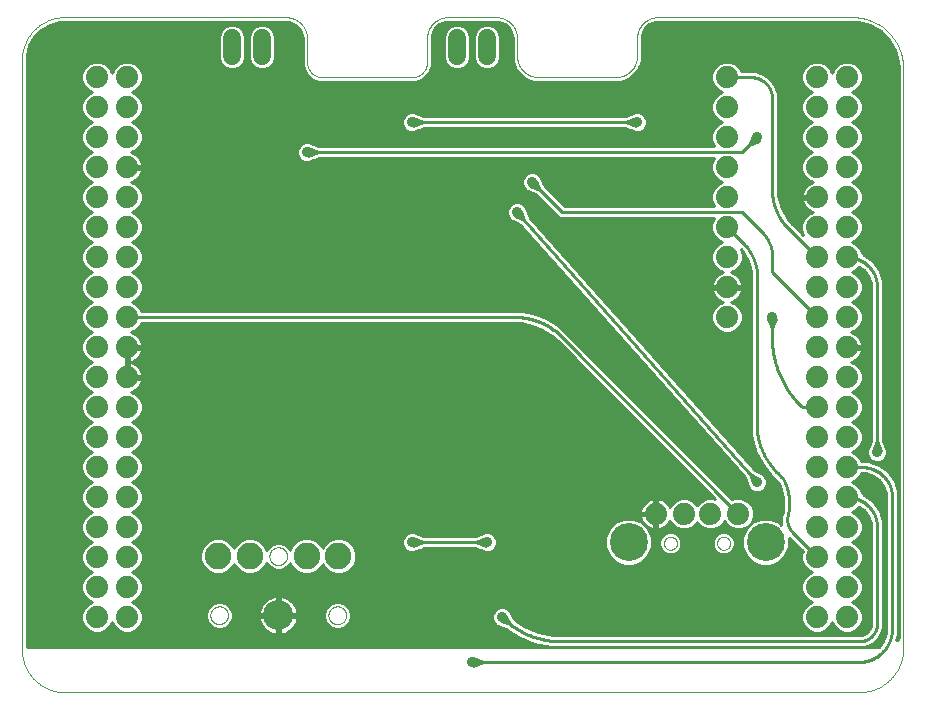
<source format=gbl>
G75*
%MOIN*%
%OFA0B0*%
%FSLAX25Y25*%
%IPPOS*%
%LPD*%
%AMOC8*
5,1,8,0,0,1.08239X$1,22.5*
%
%ADD10C,0.00000*%
%ADD11C,0.07400*%
%ADD12C,0.12661*%
%ADD13C,0.10000*%
%ADD14C,0.08858*%
%ADD15C,0.05937*%
%ADD16C,0.01000*%
%ADD17C,0.03600*%
D10*
X0015942Y0021479D02*
X0280916Y0021479D01*
X0280916Y0021478D02*
X0281268Y0021482D01*
X0281621Y0021495D01*
X0281972Y0021516D01*
X0282324Y0021546D01*
X0282674Y0021584D01*
X0283023Y0021631D01*
X0283371Y0021686D01*
X0283718Y0021750D01*
X0284063Y0021822D01*
X0284406Y0021902D01*
X0284748Y0021990D01*
X0285087Y0022087D01*
X0285423Y0022192D01*
X0285757Y0022305D01*
X0286088Y0022426D01*
X0286416Y0022555D01*
X0286741Y0022692D01*
X0287062Y0022836D01*
X0287380Y0022989D01*
X0287694Y0023149D01*
X0288004Y0023316D01*
X0288310Y0023491D01*
X0288612Y0023674D01*
X0288909Y0023863D01*
X0289201Y0024060D01*
X0289489Y0024263D01*
X0289771Y0024474D01*
X0290049Y0024691D01*
X0290321Y0024915D01*
X0290588Y0025146D01*
X0290849Y0025383D01*
X0291104Y0025626D01*
X0291353Y0025875D01*
X0291596Y0026130D01*
X0291833Y0026391D01*
X0292064Y0026658D01*
X0292288Y0026930D01*
X0292505Y0027208D01*
X0292716Y0027490D01*
X0292919Y0027778D01*
X0293116Y0028070D01*
X0293305Y0028367D01*
X0293488Y0028669D01*
X0293663Y0028975D01*
X0293830Y0029285D01*
X0293990Y0029599D01*
X0294143Y0029917D01*
X0294287Y0030238D01*
X0294424Y0030563D01*
X0294553Y0030891D01*
X0294674Y0031222D01*
X0294787Y0031556D01*
X0294892Y0031892D01*
X0294989Y0032231D01*
X0295077Y0032573D01*
X0295157Y0032916D01*
X0295229Y0033261D01*
X0295293Y0033608D01*
X0295348Y0033956D01*
X0295395Y0034305D01*
X0295433Y0034655D01*
X0295463Y0035007D01*
X0295484Y0035358D01*
X0295497Y0035711D01*
X0295501Y0036063D01*
X0295501Y0229508D01*
X0295496Y0229924D01*
X0295481Y0230339D01*
X0295455Y0230754D01*
X0295419Y0231168D01*
X0295374Y0231581D01*
X0295318Y0231993D01*
X0295252Y0232403D01*
X0295176Y0232812D01*
X0295090Y0233218D01*
X0294994Y0233623D01*
X0294888Y0234025D01*
X0294772Y0234424D01*
X0294647Y0234820D01*
X0294511Y0235213D01*
X0294367Y0235603D01*
X0294212Y0235989D01*
X0294049Y0236371D01*
X0293876Y0236748D01*
X0293693Y0237122D01*
X0293502Y0237491D01*
X0293302Y0237855D01*
X0293092Y0238214D01*
X0292874Y0238568D01*
X0292648Y0238916D01*
X0292413Y0239259D01*
X0292169Y0239596D01*
X0291918Y0239927D01*
X0291658Y0240251D01*
X0291391Y0240570D01*
X0291115Y0240881D01*
X0290833Y0241185D01*
X0290542Y0241483D01*
X0290245Y0241773D01*
X0289940Y0242056D01*
X0289629Y0242332D01*
X0289311Y0242599D01*
X0288987Y0242859D01*
X0288656Y0243111D01*
X0288319Y0243354D01*
X0287977Y0243590D01*
X0287628Y0243816D01*
X0287275Y0244035D01*
X0286916Y0244244D01*
X0286552Y0244444D01*
X0286183Y0244636D01*
X0285809Y0244818D01*
X0285431Y0244992D01*
X0285049Y0245155D01*
X0284664Y0245310D01*
X0284274Y0245455D01*
X0283881Y0245590D01*
X0283485Y0245716D01*
X0283086Y0245832D01*
X0282684Y0245938D01*
X0282280Y0246034D01*
X0281873Y0246120D01*
X0281465Y0246196D01*
X0281054Y0246263D01*
X0280642Y0246319D01*
X0280229Y0246365D01*
X0279815Y0246401D01*
X0279400Y0246426D01*
X0278985Y0246442D01*
X0278570Y0246447D01*
X0278569Y0246447D02*
X0213874Y0246476D01*
X0213704Y0246474D01*
X0213533Y0246468D01*
X0213362Y0246458D01*
X0213192Y0246443D01*
X0213022Y0246425D01*
X0212852Y0246402D01*
X0212684Y0246376D01*
X0212515Y0246345D01*
X0212348Y0246310D01*
X0212182Y0246271D01*
X0212016Y0246229D01*
X0211852Y0246182D01*
X0211688Y0246131D01*
X0211526Y0246076D01*
X0211366Y0246018D01*
X0211207Y0245955D01*
X0211049Y0245889D01*
X0210893Y0245819D01*
X0210739Y0245745D01*
X0210587Y0245667D01*
X0210436Y0245586D01*
X0210288Y0245501D01*
X0210142Y0245413D01*
X0209998Y0245321D01*
X0209856Y0245226D01*
X0209716Y0245127D01*
X0209579Y0245025D01*
X0209444Y0244920D01*
X0209312Y0244811D01*
X0209183Y0244699D01*
X0209056Y0244584D01*
X0208933Y0244466D01*
X0208812Y0244346D01*
X0208694Y0244222D01*
X0208579Y0244095D01*
X0208467Y0243966D01*
X0208358Y0243834D01*
X0208253Y0243699D01*
X0208151Y0243562D01*
X0208052Y0243423D01*
X0207957Y0243281D01*
X0207865Y0243137D01*
X0207776Y0242991D01*
X0207691Y0242842D01*
X0207610Y0242692D01*
X0207532Y0242540D01*
X0207459Y0242386D01*
X0207388Y0242230D01*
X0207322Y0242072D01*
X0207259Y0241913D01*
X0207201Y0241752D01*
X0207146Y0241591D01*
X0207095Y0241427D01*
X0207048Y0241263D01*
X0207005Y0241098D01*
X0206966Y0240931D01*
X0206932Y0240764D01*
X0206901Y0240596D01*
X0206874Y0240427D01*
X0206851Y0240257D01*
X0206833Y0240087D01*
X0206818Y0239917D01*
X0206808Y0239746D01*
X0206802Y0239576D01*
X0206800Y0239405D01*
X0206800Y0233550D01*
X0206798Y0233379D01*
X0206792Y0233208D01*
X0206781Y0233038D01*
X0206767Y0232868D01*
X0206748Y0232698D01*
X0206726Y0232528D01*
X0206699Y0232360D01*
X0206668Y0232191D01*
X0206633Y0232024D01*
X0206595Y0231858D01*
X0206552Y0231692D01*
X0206505Y0231528D01*
X0206454Y0231365D01*
X0206399Y0231203D01*
X0206340Y0231043D01*
X0206278Y0230884D01*
X0206212Y0230726D01*
X0206142Y0230570D01*
X0206068Y0230416D01*
X0205990Y0230264D01*
X0205909Y0230114D01*
X0205824Y0229965D01*
X0205736Y0229819D01*
X0205644Y0229675D01*
X0205548Y0229533D01*
X0205450Y0229394D01*
X0205347Y0229257D01*
X0205242Y0229122D01*
X0205133Y0228990D01*
X0205022Y0228861D01*
X0204907Y0228735D01*
X0204789Y0228611D01*
X0204668Y0228490D01*
X0204544Y0228372D01*
X0204418Y0228257D01*
X0204289Y0228146D01*
X0204157Y0228037D01*
X0204022Y0227932D01*
X0203885Y0227829D01*
X0203746Y0227731D01*
X0203604Y0227635D01*
X0203460Y0227543D01*
X0203314Y0227455D01*
X0203165Y0227370D01*
X0203015Y0227289D01*
X0202863Y0227211D01*
X0202709Y0227137D01*
X0202553Y0227067D01*
X0202395Y0227001D01*
X0202236Y0226939D01*
X0202076Y0226880D01*
X0201914Y0226825D01*
X0201751Y0226774D01*
X0201587Y0226727D01*
X0201421Y0226684D01*
X0201255Y0226646D01*
X0201088Y0226611D01*
X0200919Y0226580D01*
X0200751Y0226553D01*
X0200581Y0226531D01*
X0200411Y0226512D01*
X0200241Y0226498D01*
X0200071Y0226487D01*
X0199900Y0226481D01*
X0199729Y0226479D01*
X0173871Y0226479D01*
X0173700Y0226481D01*
X0173529Y0226487D01*
X0173359Y0226498D01*
X0173189Y0226512D01*
X0173019Y0226531D01*
X0172849Y0226553D01*
X0172681Y0226580D01*
X0172512Y0226611D01*
X0172345Y0226646D01*
X0172179Y0226684D01*
X0172013Y0226727D01*
X0171849Y0226774D01*
X0171686Y0226825D01*
X0171524Y0226880D01*
X0171364Y0226939D01*
X0171205Y0227001D01*
X0171047Y0227067D01*
X0170891Y0227137D01*
X0170737Y0227211D01*
X0170585Y0227289D01*
X0170435Y0227370D01*
X0170286Y0227455D01*
X0170140Y0227543D01*
X0169996Y0227635D01*
X0169854Y0227731D01*
X0169715Y0227829D01*
X0169578Y0227932D01*
X0169443Y0228037D01*
X0169311Y0228146D01*
X0169182Y0228257D01*
X0169056Y0228372D01*
X0168932Y0228490D01*
X0168811Y0228611D01*
X0168693Y0228735D01*
X0168578Y0228861D01*
X0168467Y0228990D01*
X0168358Y0229122D01*
X0168253Y0229257D01*
X0168150Y0229394D01*
X0168052Y0229533D01*
X0167956Y0229675D01*
X0167864Y0229819D01*
X0167776Y0229965D01*
X0167691Y0230114D01*
X0167610Y0230264D01*
X0167532Y0230416D01*
X0167458Y0230570D01*
X0167388Y0230726D01*
X0167322Y0230884D01*
X0167260Y0231043D01*
X0167201Y0231203D01*
X0167146Y0231365D01*
X0167095Y0231528D01*
X0167048Y0231692D01*
X0167005Y0231858D01*
X0166967Y0232024D01*
X0166932Y0232191D01*
X0166901Y0232360D01*
X0166874Y0232528D01*
X0166852Y0232698D01*
X0166833Y0232868D01*
X0166819Y0233038D01*
X0166808Y0233208D01*
X0166802Y0233379D01*
X0166800Y0233550D01*
X0166800Y0239408D01*
X0166798Y0239579D01*
X0166792Y0239750D01*
X0166781Y0239920D01*
X0166767Y0240090D01*
X0166748Y0240260D01*
X0166726Y0240430D01*
X0166699Y0240598D01*
X0166668Y0240767D01*
X0166633Y0240934D01*
X0166595Y0241100D01*
X0166552Y0241266D01*
X0166505Y0241430D01*
X0166454Y0241593D01*
X0166399Y0241755D01*
X0166340Y0241915D01*
X0166278Y0242074D01*
X0166212Y0242232D01*
X0166142Y0242388D01*
X0166068Y0242542D01*
X0165990Y0242694D01*
X0165909Y0242844D01*
X0165824Y0242993D01*
X0165736Y0243139D01*
X0165644Y0243283D01*
X0165548Y0243425D01*
X0165450Y0243564D01*
X0165347Y0243701D01*
X0165242Y0243836D01*
X0165133Y0243968D01*
X0165022Y0244097D01*
X0164907Y0244223D01*
X0164789Y0244347D01*
X0164668Y0244468D01*
X0164544Y0244586D01*
X0164418Y0244701D01*
X0164289Y0244812D01*
X0164157Y0244921D01*
X0164022Y0245026D01*
X0163885Y0245129D01*
X0163746Y0245227D01*
X0163604Y0245323D01*
X0163460Y0245415D01*
X0163314Y0245503D01*
X0163165Y0245588D01*
X0163015Y0245669D01*
X0162863Y0245747D01*
X0162709Y0245821D01*
X0162553Y0245891D01*
X0162395Y0245957D01*
X0162236Y0246019D01*
X0162076Y0246078D01*
X0161914Y0246133D01*
X0161751Y0246184D01*
X0161587Y0246231D01*
X0161421Y0246274D01*
X0161255Y0246312D01*
X0161088Y0246347D01*
X0160919Y0246378D01*
X0160751Y0246405D01*
X0160581Y0246427D01*
X0160411Y0246446D01*
X0160241Y0246460D01*
X0160071Y0246471D01*
X0159900Y0246477D01*
X0159729Y0246479D01*
X0143871Y0246479D01*
X0143700Y0246477D01*
X0143529Y0246471D01*
X0143359Y0246460D01*
X0143189Y0246446D01*
X0143019Y0246427D01*
X0142849Y0246405D01*
X0142681Y0246378D01*
X0142512Y0246347D01*
X0142345Y0246312D01*
X0142179Y0246274D01*
X0142013Y0246231D01*
X0141849Y0246184D01*
X0141686Y0246133D01*
X0141524Y0246078D01*
X0141364Y0246019D01*
X0141205Y0245957D01*
X0141047Y0245891D01*
X0140891Y0245821D01*
X0140737Y0245747D01*
X0140585Y0245669D01*
X0140435Y0245588D01*
X0140286Y0245503D01*
X0140140Y0245415D01*
X0139996Y0245323D01*
X0139854Y0245227D01*
X0139715Y0245129D01*
X0139578Y0245026D01*
X0139443Y0244921D01*
X0139311Y0244812D01*
X0139182Y0244701D01*
X0139056Y0244586D01*
X0138932Y0244468D01*
X0138811Y0244347D01*
X0138693Y0244223D01*
X0138578Y0244097D01*
X0138467Y0243968D01*
X0138358Y0243836D01*
X0138253Y0243701D01*
X0138150Y0243564D01*
X0138052Y0243425D01*
X0137956Y0243283D01*
X0137864Y0243139D01*
X0137776Y0242993D01*
X0137691Y0242844D01*
X0137610Y0242694D01*
X0137532Y0242542D01*
X0137458Y0242388D01*
X0137388Y0242232D01*
X0137322Y0242074D01*
X0137260Y0241915D01*
X0137201Y0241755D01*
X0137146Y0241593D01*
X0137095Y0241430D01*
X0137048Y0241266D01*
X0137005Y0241100D01*
X0136967Y0240934D01*
X0136932Y0240767D01*
X0136901Y0240598D01*
X0136874Y0240430D01*
X0136852Y0240260D01*
X0136833Y0240090D01*
X0136819Y0239920D01*
X0136808Y0239750D01*
X0136802Y0239579D01*
X0136800Y0239408D01*
X0136800Y0231479D01*
X0136798Y0231339D01*
X0136792Y0231199D01*
X0136782Y0231059D01*
X0136769Y0230919D01*
X0136751Y0230780D01*
X0136729Y0230641D01*
X0136704Y0230504D01*
X0136675Y0230366D01*
X0136642Y0230230D01*
X0136605Y0230095D01*
X0136564Y0229961D01*
X0136519Y0229828D01*
X0136471Y0229696D01*
X0136419Y0229566D01*
X0136364Y0229437D01*
X0136305Y0229310D01*
X0136242Y0229184D01*
X0136176Y0229060D01*
X0136107Y0228939D01*
X0136034Y0228819D01*
X0135957Y0228701D01*
X0135878Y0228586D01*
X0135795Y0228472D01*
X0135709Y0228362D01*
X0135620Y0228253D01*
X0135528Y0228147D01*
X0135433Y0228044D01*
X0135336Y0227943D01*
X0135235Y0227846D01*
X0135132Y0227751D01*
X0135026Y0227659D01*
X0134917Y0227570D01*
X0134807Y0227484D01*
X0134693Y0227401D01*
X0134578Y0227322D01*
X0134460Y0227245D01*
X0134340Y0227172D01*
X0134219Y0227103D01*
X0134095Y0227037D01*
X0133969Y0226974D01*
X0133842Y0226915D01*
X0133713Y0226860D01*
X0133583Y0226808D01*
X0133451Y0226760D01*
X0133318Y0226715D01*
X0133184Y0226674D01*
X0133049Y0226637D01*
X0132913Y0226604D01*
X0132775Y0226575D01*
X0132638Y0226550D01*
X0132499Y0226528D01*
X0132360Y0226510D01*
X0132220Y0226497D01*
X0132080Y0226487D01*
X0131940Y0226481D01*
X0131800Y0226479D01*
X0101800Y0226479D01*
X0101660Y0226481D01*
X0101520Y0226487D01*
X0101380Y0226497D01*
X0101240Y0226510D01*
X0101101Y0226528D01*
X0100962Y0226550D01*
X0100825Y0226575D01*
X0100687Y0226604D01*
X0100551Y0226637D01*
X0100416Y0226674D01*
X0100282Y0226715D01*
X0100149Y0226760D01*
X0100017Y0226808D01*
X0099887Y0226860D01*
X0099758Y0226915D01*
X0099631Y0226974D01*
X0099505Y0227037D01*
X0099381Y0227103D01*
X0099260Y0227172D01*
X0099140Y0227245D01*
X0099022Y0227322D01*
X0098907Y0227401D01*
X0098793Y0227484D01*
X0098683Y0227570D01*
X0098574Y0227659D01*
X0098468Y0227751D01*
X0098365Y0227846D01*
X0098264Y0227943D01*
X0098167Y0228044D01*
X0098072Y0228147D01*
X0097980Y0228253D01*
X0097891Y0228362D01*
X0097805Y0228472D01*
X0097722Y0228586D01*
X0097643Y0228701D01*
X0097566Y0228819D01*
X0097493Y0228939D01*
X0097424Y0229060D01*
X0097358Y0229184D01*
X0097295Y0229310D01*
X0097236Y0229437D01*
X0097181Y0229566D01*
X0097129Y0229696D01*
X0097081Y0229828D01*
X0097036Y0229961D01*
X0096995Y0230095D01*
X0096958Y0230230D01*
X0096925Y0230366D01*
X0096896Y0230504D01*
X0096871Y0230641D01*
X0096849Y0230780D01*
X0096831Y0230919D01*
X0096818Y0231059D01*
X0096808Y0231199D01*
X0096802Y0231339D01*
X0096800Y0231479D01*
X0096800Y0239396D01*
X0096798Y0239566D01*
X0096792Y0239736D01*
X0096781Y0239906D01*
X0096767Y0240076D01*
X0096749Y0240245D01*
X0096726Y0240414D01*
X0096699Y0240582D01*
X0096669Y0240749D01*
X0096634Y0240916D01*
X0096595Y0241082D01*
X0096553Y0241246D01*
X0096506Y0241410D01*
X0096455Y0241572D01*
X0096401Y0241734D01*
X0096342Y0241893D01*
X0096280Y0242052D01*
X0096214Y0242209D01*
X0096144Y0242364D01*
X0096071Y0242517D01*
X0095993Y0242669D01*
X0095912Y0242819D01*
X0095828Y0242967D01*
X0095740Y0243112D01*
X0095648Y0243256D01*
X0095553Y0243397D01*
X0095455Y0243536D01*
X0095353Y0243672D01*
X0095248Y0243806D01*
X0095140Y0243938D01*
X0095029Y0244066D01*
X0094914Y0244192D01*
X0094797Y0244316D01*
X0094677Y0244436D01*
X0094553Y0244553D01*
X0094427Y0244668D01*
X0094299Y0244779D01*
X0094167Y0244887D01*
X0094033Y0244992D01*
X0093897Y0245094D01*
X0093758Y0245192D01*
X0093617Y0245287D01*
X0093473Y0245379D01*
X0093328Y0245467D01*
X0093180Y0245551D01*
X0093030Y0245632D01*
X0092878Y0245710D01*
X0092725Y0245783D01*
X0092570Y0245853D01*
X0092413Y0245919D01*
X0092254Y0245981D01*
X0092095Y0246040D01*
X0091933Y0246094D01*
X0091771Y0246145D01*
X0091607Y0246192D01*
X0091443Y0246234D01*
X0091277Y0246273D01*
X0091110Y0246308D01*
X0090943Y0246338D01*
X0090775Y0246365D01*
X0090606Y0246388D01*
X0090437Y0246406D01*
X0090267Y0246420D01*
X0090097Y0246431D01*
X0089927Y0246437D01*
X0089757Y0246439D01*
X0015914Y0246439D01*
X0015573Y0246435D01*
X0015232Y0246423D01*
X0014892Y0246402D01*
X0014552Y0246373D01*
X0014213Y0246336D01*
X0013875Y0246291D01*
X0013538Y0246238D01*
X0013202Y0246176D01*
X0012868Y0246106D01*
X0012536Y0246029D01*
X0012206Y0245943D01*
X0011878Y0245850D01*
X0011553Y0245748D01*
X0011229Y0245639D01*
X0010909Y0245522D01*
X0010592Y0245397D01*
X0010277Y0245265D01*
X0009966Y0245125D01*
X0009659Y0244977D01*
X0009355Y0244822D01*
X0009055Y0244660D01*
X0008759Y0244491D01*
X0008467Y0244314D01*
X0008179Y0244131D01*
X0007896Y0243941D01*
X0007618Y0243743D01*
X0007345Y0243540D01*
X0007076Y0243329D01*
X0006813Y0243113D01*
X0006555Y0242889D01*
X0006302Y0242660D01*
X0006055Y0242425D01*
X0005814Y0242184D01*
X0005579Y0241937D01*
X0005350Y0241684D01*
X0005126Y0241426D01*
X0004910Y0241163D01*
X0004699Y0240894D01*
X0004496Y0240621D01*
X0004298Y0240343D01*
X0004108Y0240060D01*
X0003925Y0239772D01*
X0003748Y0239480D01*
X0003579Y0239184D01*
X0003417Y0238884D01*
X0003262Y0238580D01*
X0003114Y0238273D01*
X0002974Y0237962D01*
X0002842Y0237647D01*
X0002717Y0237330D01*
X0002600Y0237010D01*
X0002491Y0236686D01*
X0002389Y0236361D01*
X0002296Y0236033D01*
X0002210Y0235703D01*
X0002133Y0235371D01*
X0002063Y0235037D01*
X0002001Y0234701D01*
X0001948Y0234364D01*
X0001903Y0234026D01*
X0001866Y0233687D01*
X0001837Y0233347D01*
X0001816Y0233007D01*
X0001804Y0232666D01*
X0001800Y0232325D01*
X0001800Y0035621D01*
X0001804Y0035279D01*
X0001817Y0034938D01*
X0001837Y0034597D01*
X0001866Y0034256D01*
X0001903Y0033916D01*
X0001948Y0033578D01*
X0002002Y0033240D01*
X0002063Y0032904D01*
X0002133Y0032569D01*
X0002211Y0032237D01*
X0002297Y0031906D01*
X0002390Y0031577D01*
X0002492Y0031251D01*
X0002602Y0030927D01*
X0002719Y0030606D01*
X0002844Y0030288D01*
X0002977Y0029973D01*
X0003117Y0029662D01*
X0003265Y0029353D01*
X0003420Y0029049D01*
X0003582Y0028748D01*
X0003752Y0028452D01*
X0003929Y0028159D01*
X0004113Y0027871D01*
X0004303Y0027587D01*
X0004501Y0027309D01*
X0004705Y0027035D01*
X0004916Y0026765D01*
X0005133Y0026502D01*
X0005357Y0026243D01*
X0005586Y0025990D01*
X0005822Y0025743D01*
X0006064Y0025501D01*
X0006311Y0025265D01*
X0006564Y0025036D01*
X0006823Y0024812D01*
X0007086Y0024595D01*
X0007356Y0024384D01*
X0007630Y0024180D01*
X0007908Y0023982D01*
X0008192Y0023792D01*
X0008480Y0023608D01*
X0008773Y0023431D01*
X0009069Y0023261D01*
X0009370Y0023099D01*
X0009674Y0022944D01*
X0009983Y0022796D01*
X0010294Y0022656D01*
X0010609Y0022523D01*
X0010927Y0022398D01*
X0011248Y0022281D01*
X0011572Y0022171D01*
X0011898Y0022069D01*
X0012227Y0021976D01*
X0012558Y0021890D01*
X0012890Y0021812D01*
X0013225Y0021742D01*
X0013561Y0021681D01*
X0013899Y0021627D01*
X0014237Y0021582D01*
X0014577Y0021545D01*
X0014918Y0021516D01*
X0015259Y0021496D01*
X0015600Y0021483D01*
X0015942Y0021479D01*
X0064556Y0047109D02*
X0064558Y0047217D01*
X0064564Y0047326D01*
X0064574Y0047434D01*
X0064588Y0047541D01*
X0064606Y0047648D01*
X0064627Y0047755D01*
X0064653Y0047860D01*
X0064683Y0047965D01*
X0064716Y0048068D01*
X0064753Y0048170D01*
X0064794Y0048270D01*
X0064838Y0048369D01*
X0064887Y0048467D01*
X0064938Y0048562D01*
X0064993Y0048655D01*
X0065052Y0048747D01*
X0065114Y0048836D01*
X0065179Y0048923D01*
X0065247Y0049007D01*
X0065318Y0049089D01*
X0065392Y0049168D01*
X0065469Y0049244D01*
X0065549Y0049318D01*
X0065632Y0049388D01*
X0065717Y0049456D01*
X0065804Y0049520D01*
X0065894Y0049581D01*
X0065986Y0049639D01*
X0066080Y0049693D01*
X0066176Y0049744D01*
X0066273Y0049791D01*
X0066373Y0049835D01*
X0066474Y0049875D01*
X0066576Y0049911D01*
X0066679Y0049943D01*
X0066784Y0049972D01*
X0066890Y0049996D01*
X0066996Y0050017D01*
X0067103Y0050034D01*
X0067211Y0050047D01*
X0067319Y0050056D01*
X0067428Y0050061D01*
X0067536Y0050062D01*
X0067645Y0050059D01*
X0067753Y0050052D01*
X0067861Y0050041D01*
X0067968Y0050026D01*
X0068075Y0050007D01*
X0068181Y0049984D01*
X0068286Y0049958D01*
X0068391Y0049927D01*
X0068493Y0049893D01*
X0068595Y0049855D01*
X0068695Y0049813D01*
X0068794Y0049768D01*
X0068891Y0049719D01*
X0068985Y0049666D01*
X0069078Y0049610D01*
X0069169Y0049551D01*
X0069258Y0049488D01*
X0069344Y0049423D01*
X0069428Y0049354D01*
X0069509Y0049282D01*
X0069587Y0049207D01*
X0069663Y0049129D01*
X0069736Y0049048D01*
X0069806Y0048965D01*
X0069872Y0048880D01*
X0069936Y0048792D01*
X0069996Y0048701D01*
X0070053Y0048609D01*
X0070106Y0048514D01*
X0070156Y0048418D01*
X0070202Y0048320D01*
X0070245Y0048220D01*
X0070284Y0048119D01*
X0070319Y0048016D01*
X0070351Y0047913D01*
X0070378Y0047808D01*
X0070402Y0047702D01*
X0070422Y0047595D01*
X0070438Y0047488D01*
X0070450Y0047380D01*
X0070458Y0047272D01*
X0070462Y0047163D01*
X0070462Y0047055D01*
X0070458Y0046946D01*
X0070450Y0046838D01*
X0070438Y0046730D01*
X0070422Y0046623D01*
X0070402Y0046516D01*
X0070378Y0046410D01*
X0070351Y0046305D01*
X0070319Y0046202D01*
X0070284Y0046099D01*
X0070245Y0045998D01*
X0070202Y0045898D01*
X0070156Y0045800D01*
X0070106Y0045704D01*
X0070053Y0045609D01*
X0069996Y0045517D01*
X0069936Y0045426D01*
X0069872Y0045338D01*
X0069806Y0045253D01*
X0069736Y0045170D01*
X0069663Y0045089D01*
X0069587Y0045011D01*
X0069509Y0044936D01*
X0069428Y0044864D01*
X0069344Y0044795D01*
X0069258Y0044730D01*
X0069169Y0044667D01*
X0069078Y0044608D01*
X0068986Y0044552D01*
X0068891Y0044499D01*
X0068794Y0044450D01*
X0068695Y0044405D01*
X0068595Y0044363D01*
X0068493Y0044325D01*
X0068391Y0044291D01*
X0068286Y0044260D01*
X0068181Y0044234D01*
X0068075Y0044211D01*
X0067968Y0044192D01*
X0067861Y0044177D01*
X0067753Y0044166D01*
X0067645Y0044159D01*
X0067536Y0044156D01*
X0067428Y0044157D01*
X0067319Y0044162D01*
X0067211Y0044171D01*
X0067103Y0044184D01*
X0066996Y0044201D01*
X0066890Y0044222D01*
X0066784Y0044246D01*
X0066679Y0044275D01*
X0066576Y0044307D01*
X0066474Y0044343D01*
X0066373Y0044383D01*
X0066273Y0044427D01*
X0066176Y0044474D01*
X0066080Y0044525D01*
X0065986Y0044579D01*
X0065894Y0044637D01*
X0065804Y0044698D01*
X0065717Y0044762D01*
X0065632Y0044830D01*
X0065549Y0044900D01*
X0065469Y0044974D01*
X0065392Y0045050D01*
X0065318Y0045129D01*
X0065247Y0045211D01*
X0065179Y0045295D01*
X0065114Y0045382D01*
X0065052Y0045471D01*
X0064993Y0045563D01*
X0064938Y0045656D01*
X0064887Y0045751D01*
X0064838Y0045849D01*
X0064794Y0045948D01*
X0064753Y0046048D01*
X0064716Y0046150D01*
X0064683Y0046253D01*
X0064653Y0046358D01*
X0064627Y0046463D01*
X0064606Y0046570D01*
X0064588Y0046677D01*
X0064574Y0046784D01*
X0064564Y0046892D01*
X0064558Y0047001D01*
X0064556Y0047109D01*
X0084241Y0066794D02*
X0084243Y0066902D01*
X0084249Y0067011D01*
X0084259Y0067119D01*
X0084273Y0067226D01*
X0084291Y0067333D01*
X0084312Y0067440D01*
X0084338Y0067545D01*
X0084368Y0067650D01*
X0084401Y0067753D01*
X0084438Y0067855D01*
X0084479Y0067955D01*
X0084523Y0068054D01*
X0084572Y0068152D01*
X0084623Y0068247D01*
X0084678Y0068340D01*
X0084737Y0068432D01*
X0084799Y0068521D01*
X0084864Y0068608D01*
X0084932Y0068692D01*
X0085003Y0068774D01*
X0085077Y0068853D01*
X0085154Y0068929D01*
X0085234Y0069003D01*
X0085317Y0069073D01*
X0085402Y0069141D01*
X0085489Y0069205D01*
X0085579Y0069266D01*
X0085671Y0069324D01*
X0085765Y0069378D01*
X0085861Y0069429D01*
X0085958Y0069476D01*
X0086058Y0069520D01*
X0086159Y0069560D01*
X0086261Y0069596D01*
X0086364Y0069628D01*
X0086469Y0069657D01*
X0086575Y0069681D01*
X0086681Y0069702D01*
X0086788Y0069719D01*
X0086896Y0069732D01*
X0087004Y0069741D01*
X0087113Y0069746D01*
X0087221Y0069747D01*
X0087330Y0069744D01*
X0087438Y0069737D01*
X0087546Y0069726D01*
X0087653Y0069711D01*
X0087760Y0069692D01*
X0087866Y0069669D01*
X0087971Y0069643D01*
X0088076Y0069612D01*
X0088178Y0069578D01*
X0088280Y0069540D01*
X0088380Y0069498D01*
X0088479Y0069453D01*
X0088576Y0069404D01*
X0088670Y0069351D01*
X0088763Y0069295D01*
X0088854Y0069236D01*
X0088943Y0069173D01*
X0089029Y0069108D01*
X0089113Y0069039D01*
X0089194Y0068967D01*
X0089272Y0068892D01*
X0089348Y0068814D01*
X0089421Y0068733D01*
X0089491Y0068650D01*
X0089557Y0068565D01*
X0089621Y0068477D01*
X0089681Y0068386D01*
X0089738Y0068294D01*
X0089791Y0068199D01*
X0089841Y0068103D01*
X0089887Y0068005D01*
X0089930Y0067905D01*
X0089969Y0067804D01*
X0090004Y0067701D01*
X0090036Y0067598D01*
X0090063Y0067493D01*
X0090087Y0067387D01*
X0090107Y0067280D01*
X0090123Y0067173D01*
X0090135Y0067065D01*
X0090143Y0066957D01*
X0090147Y0066848D01*
X0090147Y0066740D01*
X0090143Y0066631D01*
X0090135Y0066523D01*
X0090123Y0066415D01*
X0090107Y0066308D01*
X0090087Y0066201D01*
X0090063Y0066095D01*
X0090036Y0065990D01*
X0090004Y0065887D01*
X0089969Y0065784D01*
X0089930Y0065683D01*
X0089887Y0065583D01*
X0089841Y0065485D01*
X0089791Y0065389D01*
X0089738Y0065294D01*
X0089681Y0065202D01*
X0089621Y0065111D01*
X0089557Y0065023D01*
X0089491Y0064938D01*
X0089421Y0064855D01*
X0089348Y0064774D01*
X0089272Y0064696D01*
X0089194Y0064621D01*
X0089113Y0064549D01*
X0089029Y0064480D01*
X0088943Y0064415D01*
X0088854Y0064352D01*
X0088763Y0064293D01*
X0088671Y0064237D01*
X0088576Y0064184D01*
X0088479Y0064135D01*
X0088380Y0064090D01*
X0088280Y0064048D01*
X0088178Y0064010D01*
X0088076Y0063976D01*
X0087971Y0063945D01*
X0087866Y0063919D01*
X0087760Y0063896D01*
X0087653Y0063877D01*
X0087546Y0063862D01*
X0087438Y0063851D01*
X0087330Y0063844D01*
X0087221Y0063841D01*
X0087113Y0063842D01*
X0087004Y0063847D01*
X0086896Y0063856D01*
X0086788Y0063869D01*
X0086681Y0063886D01*
X0086575Y0063907D01*
X0086469Y0063931D01*
X0086364Y0063960D01*
X0086261Y0063992D01*
X0086159Y0064028D01*
X0086058Y0064068D01*
X0085958Y0064112D01*
X0085861Y0064159D01*
X0085765Y0064210D01*
X0085671Y0064264D01*
X0085579Y0064322D01*
X0085489Y0064383D01*
X0085402Y0064447D01*
X0085317Y0064515D01*
X0085234Y0064585D01*
X0085154Y0064659D01*
X0085077Y0064735D01*
X0085003Y0064814D01*
X0084932Y0064896D01*
X0084864Y0064980D01*
X0084799Y0065067D01*
X0084737Y0065156D01*
X0084678Y0065248D01*
X0084623Y0065341D01*
X0084572Y0065436D01*
X0084523Y0065534D01*
X0084479Y0065633D01*
X0084438Y0065733D01*
X0084401Y0065835D01*
X0084368Y0065938D01*
X0084338Y0066043D01*
X0084312Y0066148D01*
X0084291Y0066255D01*
X0084273Y0066362D01*
X0084259Y0066469D01*
X0084249Y0066577D01*
X0084243Y0066686D01*
X0084241Y0066794D01*
X0103926Y0047109D02*
X0103928Y0047217D01*
X0103934Y0047326D01*
X0103944Y0047434D01*
X0103958Y0047541D01*
X0103976Y0047648D01*
X0103997Y0047755D01*
X0104023Y0047860D01*
X0104053Y0047965D01*
X0104086Y0048068D01*
X0104123Y0048170D01*
X0104164Y0048270D01*
X0104208Y0048369D01*
X0104257Y0048467D01*
X0104308Y0048562D01*
X0104363Y0048655D01*
X0104422Y0048747D01*
X0104484Y0048836D01*
X0104549Y0048923D01*
X0104617Y0049007D01*
X0104688Y0049089D01*
X0104762Y0049168D01*
X0104839Y0049244D01*
X0104919Y0049318D01*
X0105002Y0049388D01*
X0105087Y0049456D01*
X0105174Y0049520D01*
X0105264Y0049581D01*
X0105356Y0049639D01*
X0105450Y0049693D01*
X0105546Y0049744D01*
X0105643Y0049791D01*
X0105743Y0049835D01*
X0105844Y0049875D01*
X0105946Y0049911D01*
X0106049Y0049943D01*
X0106154Y0049972D01*
X0106260Y0049996D01*
X0106366Y0050017D01*
X0106473Y0050034D01*
X0106581Y0050047D01*
X0106689Y0050056D01*
X0106798Y0050061D01*
X0106906Y0050062D01*
X0107015Y0050059D01*
X0107123Y0050052D01*
X0107231Y0050041D01*
X0107338Y0050026D01*
X0107445Y0050007D01*
X0107551Y0049984D01*
X0107656Y0049958D01*
X0107761Y0049927D01*
X0107863Y0049893D01*
X0107965Y0049855D01*
X0108065Y0049813D01*
X0108164Y0049768D01*
X0108261Y0049719D01*
X0108355Y0049666D01*
X0108448Y0049610D01*
X0108539Y0049551D01*
X0108628Y0049488D01*
X0108714Y0049423D01*
X0108798Y0049354D01*
X0108879Y0049282D01*
X0108957Y0049207D01*
X0109033Y0049129D01*
X0109106Y0049048D01*
X0109176Y0048965D01*
X0109242Y0048880D01*
X0109306Y0048792D01*
X0109366Y0048701D01*
X0109423Y0048609D01*
X0109476Y0048514D01*
X0109526Y0048418D01*
X0109572Y0048320D01*
X0109615Y0048220D01*
X0109654Y0048119D01*
X0109689Y0048016D01*
X0109721Y0047913D01*
X0109748Y0047808D01*
X0109772Y0047702D01*
X0109792Y0047595D01*
X0109808Y0047488D01*
X0109820Y0047380D01*
X0109828Y0047272D01*
X0109832Y0047163D01*
X0109832Y0047055D01*
X0109828Y0046946D01*
X0109820Y0046838D01*
X0109808Y0046730D01*
X0109792Y0046623D01*
X0109772Y0046516D01*
X0109748Y0046410D01*
X0109721Y0046305D01*
X0109689Y0046202D01*
X0109654Y0046099D01*
X0109615Y0045998D01*
X0109572Y0045898D01*
X0109526Y0045800D01*
X0109476Y0045704D01*
X0109423Y0045609D01*
X0109366Y0045517D01*
X0109306Y0045426D01*
X0109242Y0045338D01*
X0109176Y0045253D01*
X0109106Y0045170D01*
X0109033Y0045089D01*
X0108957Y0045011D01*
X0108879Y0044936D01*
X0108798Y0044864D01*
X0108714Y0044795D01*
X0108628Y0044730D01*
X0108539Y0044667D01*
X0108448Y0044608D01*
X0108356Y0044552D01*
X0108261Y0044499D01*
X0108164Y0044450D01*
X0108065Y0044405D01*
X0107965Y0044363D01*
X0107863Y0044325D01*
X0107761Y0044291D01*
X0107656Y0044260D01*
X0107551Y0044234D01*
X0107445Y0044211D01*
X0107338Y0044192D01*
X0107231Y0044177D01*
X0107123Y0044166D01*
X0107015Y0044159D01*
X0106906Y0044156D01*
X0106798Y0044157D01*
X0106689Y0044162D01*
X0106581Y0044171D01*
X0106473Y0044184D01*
X0106366Y0044201D01*
X0106260Y0044222D01*
X0106154Y0044246D01*
X0106049Y0044275D01*
X0105946Y0044307D01*
X0105844Y0044343D01*
X0105743Y0044383D01*
X0105643Y0044427D01*
X0105546Y0044474D01*
X0105450Y0044525D01*
X0105356Y0044579D01*
X0105264Y0044637D01*
X0105174Y0044698D01*
X0105087Y0044762D01*
X0105002Y0044830D01*
X0104919Y0044900D01*
X0104839Y0044974D01*
X0104762Y0045050D01*
X0104688Y0045129D01*
X0104617Y0045211D01*
X0104549Y0045295D01*
X0104484Y0045382D01*
X0104422Y0045471D01*
X0104363Y0045563D01*
X0104308Y0045656D01*
X0104257Y0045751D01*
X0104208Y0045849D01*
X0104164Y0045948D01*
X0104123Y0046048D01*
X0104086Y0046150D01*
X0104053Y0046253D01*
X0104023Y0046358D01*
X0103997Y0046463D01*
X0103976Y0046570D01*
X0103958Y0046677D01*
X0103944Y0046784D01*
X0103934Y0046892D01*
X0103928Y0047001D01*
X0103926Y0047109D01*
X0215777Y0071085D02*
X0215779Y0071178D01*
X0215785Y0071270D01*
X0215795Y0071362D01*
X0215809Y0071453D01*
X0215826Y0071544D01*
X0215848Y0071634D01*
X0215873Y0071723D01*
X0215902Y0071811D01*
X0215935Y0071897D01*
X0215972Y0071982D01*
X0216012Y0072066D01*
X0216056Y0072147D01*
X0216103Y0072227D01*
X0216153Y0072305D01*
X0216207Y0072380D01*
X0216264Y0072453D01*
X0216324Y0072523D01*
X0216387Y0072591D01*
X0216453Y0072656D01*
X0216521Y0072718D01*
X0216592Y0072778D01*
X0216666Y0072834D01*
X0216742Y0072887D01*
X0216820Y0072936D01*
X0216900Y0072983D01*
X0216982Y0073025D01*
X0217066Y0073065D01*
X0217151Y0073100D01*
X0217238Y0073132D01*
X0217326Y0073161D01*
X0217415Y0073185D01*
X0217505Y0073206D01*
X0217596Y0073222D01*
X0217688Y0073235D01*
X0217780Y0073244D01*
X0217873Y0073249D01*
X0217965Y0073250D01*
X0218058Y0073247D01*
X0218150Y0073240D01*
X0218242Y0073229D01*
X0218333Y0073214D01*
X0218424Y0073196D01*
X0218514Y0073173D01*
X0218602Y0073147D01*
X0218690Y0073117D01*
X0218776Y0073083D01*
X0218860Y0073046D01*
X0218943Y0073004D01*
X0219024Y0072960D01*
X0219104Y0072912D01*
X0219181Y0072861D01*
X0219255Y0072806D01*
X0219328Y0072748D01*
X0219398Y0072688D01*
X0219465Y0072624D01*
X0219529Y0072558D01*
X0219591Y0072488D01*
X0219649Y0072417D01*
X0219704Y0072343D01*
X0219756Y0072266D01*
X0219805Y0072187D01*
X0219851Y0072107D01*
X0219893Y0072024D01*
X0219931Y0071940D01*
X0219966Y0071854D01*
X0219997Y0071767D01*
X0220024Y0071679D01*
X0220047Y0071589D01*
X0220067Y0071499D01*
X0220083Y0071408D01*
X0220095Y0071316D01*
X0220103Y0071224D01*
X0220107Y0071131D01*
X0220107Y0071039D01*
X0220103Y0070946D01*
X0220095Y0070854D01*
X0220083Y0070762D01*
X0220067Y0070671D01*
X0220047Y0070581D01*
X0220024Y0070491D01*
X0219997Y0070403D01*
X0219966Y0070316D01*
X0219931Y0070230D01*
X0219893Y0070146D01*
X0219851Y0070063D01*
X0219805Y0069983D01*
X0219756Y0069904D01*
X0219704Y0069827D01*
X0219649Y0069753D01*
X0219591Y0069682D01*
X0219529Y0069612D01*
X0219465Y0069546D01*
X0219398Y0069482D01*
X0219328Y0069422D01*
X0219255Y0069364D01*
X0219181Y0069309D01*
X0219104Y0069258D01*
X0219025Y0069210D01*
X0218943Y0069166D01*
X0218860Y0069124D01*
X0218776Y0069087D01*
X0218690Y0069053D01*
X0218602Y0069023D01*
X0218514Y0068997D01*
X0218424Y0068974D01*
X0218333Y0068956D01*
X0218242Y0068941D01*
X0218150Y0068930D01*
X0218058Y0068923D01*
X0217965Y0068920D01*
X0217873Y0068921D01*
X0217780Y0068926D01*
X0217688Y0068935D01*
X0217596Y0068948D01*
X0217505Y0068964D01*
X0217415Y0068985D01*
X0217326Y0069009D01*
X0217238Y0069038D01*
X0217151Y0069070D01*
X0217066Y0069105D01*
X0216982Y0069145D01*
X0216900Y0069187D01*
X0216820Y0069234D01*
X0216742Y0069283D01*
X0216666Y0069336D01*
X0216592Y0069392D01*
X0216521Y0069452D01*
X0216453Y0069514D01*
X0216387Y0069579D01*
X0216324Y0069647D01*
X0216264Y0069717D01*
X0216207Y0069790D01*
X0216153Y0069865D01*
X0216103Y0069943D01*
X0216056Y0070023D01*
X0216012Y0070104D01*
X0215972Y0070188D01*
X0215935Y0070273D01*
X0215902Y0070359D01*
X0215873Y0070447D01*
X0215848Y0070536D01*
X0215826Y0070626D01*
X0215809Y0070717D01*
X0215795Y0070808D01*
X0215785Y0070900D01*
X0215779Y0070992D01*
X0215777Y0071085D01*
X0233493Y0071085D02*
X0233495Y0071178D01*
X0233501Y0071270D01*
X0233511Y0071362D01*
X0233525Y0071453D01*
X0233542Y0071544D01*
X0233564Y0071634D01*
X0233589Y0071723D01*
X0233618Y0071811D01*
X0233651Y0071897D01*
X0233688Y0071982D01*
X0233728Y0072066D01*
X0233772Y0072147D01*
X0233819Y0072227D01*
X0233869Y0072305D01*
X0233923Y0072380D01*
X0233980Y0072453D01*
X0234040Y0072523D01*
X0234103Y0072591D01*
X0234169Y0072656D01*
X0234237Y0072718D01*
X0234308Y0072778D01*
X0234382Y0072834D01*
X0234458Y0072887D01*
X0234536Y0072936D01*
X0234616Y0072983D01*
X0234698Y0073025D01*
X0234782Y0073065D01*
X0234867Y0073100D01*
X0234954Y0073132D01*
X0235042Y0073161D01*
X0235131Y0073185D01*
X0235221Y0073206D01*
X0235312Y0073222D01*
X0235404Y0073235D01*
X0235496Y0073244D01*
X0235589Y0073249D01*
X0235681Y0073250D01*
X0235774Y0073247D01*
X0235866Y0073240D01*
X0235958Y0073229D01*
X0236049Y0073214D01*
X0236140Y0073196D01*
X0236230Y0073173D01*
X0236318Y0073147D01*
X0236406Y0073117D01*
X0236492Y0073083D01*
X0236576Y0073046D01*
X0236659Y0073004D01*
X0236740Y0072960D01*
X0236820Y0072912D01*
X0236897Y0072861D01*
X0236971Y0072806D01*
X0237044Y0072748D01*
X0237114Y0072688D01*
X0237181Y0072624D01*
X0237245Y0072558D01*
X0237307Y0072488D01*
X0237365Y0072417D01*
X0237420Y0072343D01*
X0237472Y0072266D01*
X0237521Y0072187D01*
X0237567Y0072107D01*
X0237609Y0072024D01*
X0237647Y0071940D01*
X0237682Y0071854D01*
X0237713Y0071767D01*
X0237740Y0071679D01*
X0237763Y0071589D01*
X0237783Y0071499D01*
X0237799Y0071408D01*
X0237811Y0071316D01*
X0237819Y0071224D01*
X0237823Y0071131D01*
X0237823Y0071039D01*
X0237819Y0070946D01*
X0237811Y0070854D01*
X0237799Y0070762D01*
X0237783Y0070671D01*
X0237763Y0070581D01*
X0237740Y0070491D01*
X0237713Y0070403D01*
X0237682Y0070316D01*
X0237647Y0070230D01*
X0237609Y0070146D01*
X0237567Y0070063D01*
X0237521Y0069983D01*
X0237472Y0069904D01*
X0237420Y0069827D01*
X0237365Y0069753D01*
X0237307Y0069682D01*
X0237245Y0069612D01*
X0237181Y0069546D01*
X0237114Y0069482D01*
X0237044Y0069422D01*
X0236971Y0069364D01*
X0236897Y0069309D01*
X0236820Y0069258D01*
X0236741Y0069210D01*
X0236659Y0069166D01*
X0236576Y0069124D01*
X0236492Y0069087D01*
X0236406Y0069053D01*
X0236318Y0069023D01*
X0236230Y0068997D01*
X0236140Y0068974D01*
X0236049Y0068956D01*
X0235958Y0068941D01*
X0235866Y0068930D01*
X0235774Y0068923D01*
X0235681Y0068920D01*
X0235589Y0068921D01*
X0235496Y0068926D01*
X0235404Y0068935D01*
X0235312Y0068948D01*
X0235221Y0068964D01*
X0235131Y0068985D01*
X0235042Y0069009D01*
X0234954Y0069038D01*
X0234867Y0069070D01*
X0234782Y0069105D01*
X0234698Y0069145D01*
X0234616Y0069187D01*
X0234536Y0069234D01*
X0234458Y0069283D01*
X0234382Y0069336D01*
X0234308Y0069392D01*
X0234237Y0069452D01*
X0234169Y0069514D01*
X0234103Y0069579D01*
X0234040Y0069647D01*
X0233980Y0069717D01*
X0233923Y0069790D01*
X0233869Y0069865D01*
X0233819Y0069943D01*
X0233772Y0070023D01*
X0233728Y0070104D01*
X0233688Y0070188D01*
X0233651Y0070273D01*
X0233618Y0070359D01*
X0233589Y0070447D01*
X0233564Y0070536D01*
X0233542Y0070626D01*
X0233525Y0070717D01*
X0233511Y0070808D01*
X0233501Y0070900D01*
X0233495Y0070992D01*
X0233493Y0071085D01*
D11*
X0231237Y0080928D03*
X0222363Y0080928D03*
X0213020Y0080928D03*
X0240580Y0080928D03*
X0266800Y0076479D03*
X0276800Y0076479D03*
X0276800Y0086479D03*
X0266800Y0086479D03*
X0266800Y0096479D03*
X0276800Y0096479D03*
X0276800Y0106479D03*
X0266800Y0106479D03*
X0266800Y0116479D03*
X0276800Y0116479D03*
X0276800Y0126479D03*
X0266800Y0126479D03*
X0266800Y0136479D03*
X0276800Y0136479D03*
X0276800Y0146479D03*
X0266800Y0146479D03*
X0266800Y0156479D03*
X0276800Y0156479D03*
X0276800Y0166479D03*
X0266800Y0166479D03*
X0266800Y0176479D03*
X0276800Y0176479D03*
X0276800Y0186479D03*
X0266800Y0186479D03*
X0266800Y0196479D03*
X0276800Y0196479D03*
X0276800Y0206479D03*
X0266800Y0206479D03*
X0266800Y0216479D03*
X0276800Y0216479D03*
X0276800Y0226479D03*
X0266800Y0226479D03*
X0236800Y0226479D03*
X0236800Y0216479D03*
X0236800Y0206479D03*
X0236800Y0196479D03*
X0236800Y0186479D03*
X0236800Y0176479D03*
X0236800Y0166479D03*
X0236800Y0156479D03*
X0236800Y0146479D03*
X0266800Y0066479D03*
X0276800Y0066479D03*
X0276800Y0056479D03*
X0266800Y0056479D03*
X0266800Y0046479D03*
X0276800Y0046479D03*
X0036800Y0046479D03*
X0036800Y0056479D03*
X0036800Y0066479D03*
X0036800Y0076479D03*
X0036800Y0086479D03*
X0036800Y0096479D03*
X0036800Y0106479D03*
X0036800Y0116479D03*
X0036800Y0126479D03*
X0036800Y0136479D03*
X0036800Y0146479D03*
X0036800Y0156479D03*
X0036800Y0166479D03*
X0036800Y0176479D03*
X0036800Y0186479D03*
X0036800Y0196479D03*
X0036800Y0206479D03*
X0036800Y0216479D03*
X0036800Y0226479D03*
X0026800Y0226479D03*
X0026800Y0216479D03*
X0026800Y0206479D03*
X0026800Y0196479D03*
X0026800Y0186479D03*
X0026800Y0176479D03*
X0026800Y0166479D03*
X0026800Y0156479D03*
X0026800Y0146479D03*
X0026800Y0136479D03*
X0026800Y0126479D03*
X0026800Y0116479D03*
X0026800Y0106479D03*
X0026800Y0096479D03*
X0026800Y0086479D03*
X0026800Y0076479D03*
X0026800Y0066479D03*
X0026800Y0056479D03*
X0026800Y0046479D03*
D12*
X0203965Y0071479D03*
X0249635Y0071479D03*
D13*
X0087194Y0047109D03*
D14*
X0096643Y0066794D03*
X0107272Y0066794D03*
X0077745Y0066794D03*
X0067115Y0066794D03*
D15*
X0071800Y0233510D02*
X0071800Y0239447D01*
X0081800Y0239447D02*
X0081800Y0233510D01*
X0146800Y0233510D02*
X0146800Y0239447D01*
X0156800Y0239447D02*
X0156800Y0233510D01*
D16*
X0159799Y0230190D02*
X0165986Y0230190D01*
X0166399Y0229191D02*
X0158050Y0229191D01*
X0157689Y0229042D02*
X0159331Y0229722D01*
X0160588Y0230979D01*
X0161268Y0232621D01*
X0161268Y0240336D01*
X0160588Y0241978D01*
X0159331Y0243235D01*
X0157689Y0243916D01*
X0155911Y0243916D01*
X0154269Y0243235D01*
X0153012Y0241978D01*
X0152331Y0240336D01*
X0152331Y0232621D01*
X0153012Y0230979D01*
X0154269Y0229722D01*
X0155911Y0229042D01*
X0157689Y0229042D01*
X0155550Y0229191D02*
X0148050Y0229191D01*
X0147689Y0229042D02*
X0149331Y0229722D01*
X0150588Y0230979D01*
X0151268Y0232621D01*
X0151268Y0240336D01*
X0150588Y0241978D01*
X0149331Y0243235D01*
X0147689Y0243916D01*
X0145911Y0243916D01*
X0144269Y0243235D01*
X0143012Y0241978D01*
X0142331Y0240336D01*
X0142331Y0232621D01*
X0143012Y0230979D01*
X0144269Y0229722D01*
X0145911Y0229042D01*
X0147689Y0229042D01*
X0145550Y0229191D02*
X0137888Y0229191D01*
X0138300Y0230186D02*
X0138300Y0239408D01*
X0138407Y0240495D01*
X0139239Y0242503D01*
X0140776Y0244040D01*
X0142784Y0244872D01*
X0143871Y0244979D01*
X0159729Y0244979D01*
X0160816Y0244872D01*
X0162824Y0244040D01*
X0164361Y0242503D01*
X0165193Y0240495D01*
X0165300Y0239408D01*
X0165300Y0231845D01*
X0166605Y0228695D01*
X0166605Y0228695D01*
X0169016Y0226284D01*
X0172166Y0224979D01*
X0201434Y0224979D01*
X0204584Y0226284D01*
X0206995Y0228695D01*
X0208300Y0231845D01*
X0208300Y0238783D01*
X0208300Y0238784D01*
X0208300Y0239403D01*
X0208300Y0239405D01*
X0208407Y0240492D01*
X0209239Y0242501D01*
X0210777Y0244038D01*
X0212786Y0244869D01*
X0213873Y0244976D01*
X0213899Y0244976D01*
X0214495Y0244975D01*
X0277947Y0244947D01*
X0278569Y0244947D01*
X0280583Y0244814D01*
X0284475Y0243770D01*
X0284475Y0243770D01*
X0287964Y0241754D01*
X0290812Y0238904D01*
X0292826Y0235415D01*
X0293869Y0231523D01*
X0294001Y0229508D01*
X0294001Y0039573D01*
X0293349Y0038921D01*
X0293237Y0038837D01*
X0293800Y0040572D01*
X0293800Y0088379D01*
X0292625Y0091995D01*
X0290391Y0095070D01*
X0287316Y0097304D01*
X0287316Y0097304D01*
X0283701Y0098479D01*
X0281600Y0098479D01*
X0281208Y0099424D01*
X0279746Y0100887D01*
X0278317Y0101479D01*
X0279746Y0102070D01*
X0281208Y0103533D01*
X0282000Y0105444D01*
X0282000Y0107513D01*
X0281208Y0109424D01*
X0279746Y0110887D01*
X0278317Y0111479D01*
X0279746Y0112070D01*
X0281208Y0113533D01*
X0282000Y0115444D01*
X0282000Y0117513D01*
X0281208Y0119424D01*
X0279746Y0120887D01*
X0278317Y0121479D01*
X0279746Y0122070D01*
X0281208Y0123533D01*
X0282000Y0125444D01*
X0282000Y0127513D01*
X0281208Y0129424D01*
X0279746Y0130887D01*
X0278283Y0131493D01*
X0278796Y0131660D01*
X0279525Y0132031D01*
X0280188Y0132512D01*
X0280766Y0133091D01*
X0281247Y0133753D01*
X0281619Y0134483D01*
X0281872Y0135261D01*
X0281986Y0135979D01*
X0277300Y0135979D01*
X0277300Y0136979D01*
X0281986Y0136979D01*
X0281872Y0137696D01*
X0281619Y0138475D01*
X0281247Y0139204D01*
X0280766Y0139866D01*
X0280188Y0140445D01*
X0279525Y0140926D01*
X0278796Y0141298D01*
X0278283Y0141465D01*
X0279746Y0142070D01*
X0281208Y0143533D01*
X0282000Y0145444D01*
X0282000Y0147513D01*
X0281208Y0149424D01*
X0279746Y0150887D01*
X0278317Y0151479D01*
X0279746Y0152070D01*
X0281208Y0153533D01*
X0282000Y0155444D01*
X0282000Y0157513D01*
X0281208Y0159424D01*
X0279746Y0160887D01*
X0278317Y0161479D01*
X0279746Y0162070D01*
X0280924Y0163249D01*
X0282457Y0162136D01*
X0283928Y0160111D01*
X0284702Y0157730D01*
X0284800Y0156479D01*
X0284800Y0105501D01*
X0284636Y0105129D01*
X0284655Y0105079D01*
X0284022Y0103443D01*
X0284022Y0103443D01*
X0283736Y0102706D01*
X0283500Y0102135D01*
X0283500Y0102095D01*
X0283424Y0101898D01*
X0283500Y0101725D01*
X0283500Y0100822D01*
X0284002Y0099609D01*
X0284931Y0098681D01*
X0286144Y0098179D01*
X0287456Y0098179D01*
X0288669Y0098681D01*
X0289598Y0099609D01*
X0290100Y0100822D01*
X0290100Y0101725D01*
X0290176Y0101898D01*
X0290176Y0101898D01*
X0290176Y0101898D01*
X0290100Y0102095D01*
X0290100Y0102135D01*
X0289863Y0102706D01*
X0288945Y0105079D01*
X0288964Y0105129D01*
X0288800Y0105501D01*
X0288800Y0158379D01*
X0287625Y0161995D01*
X0285391Y0165070D01*
X0282316Y0167304D01*
X0282000Y0167407D01*
X0282000Y0167513D01*
X0281208Y0169424D01*
X0279746Y0170887D01*
X0278317Y0171479D01*
X0279746Y0172070D01*
X0281208Y0173533D01*
X0282000Y0175444D01*
X0282000Y0177513D01*
X0281208Y0179424D01*
X0279746Y0180887D01*
X0278317Y0181479D01*
X0279746Y0182070D01*
X0281208Y0183533D01*
X0282000Y0185444D01*
X0282000Y0187513D01*
X0281208Y0189424D01*
X0279746Y0190887D01*
X0278317Y0191479D01*
X0279746Y0192070D01*
X0281208Y0193533D01*
X0282000Y0195444D01*
X0282000Y0197513D01*
X0281208Y0199424D01*
X0279746Y0200887D01*
X0278317Y0201479D01*
X0279746Y0202070D01*
X0281208Y0203533D01*
X0282000Y0205444D01*
X0282000Y0207513D01*
X0281208Y0209424D01*
X0279746Y0210887D01*
X0278317Y0211479D01*
X0279746Y0212070D01*
X0281208Y0213533D01*
X0282000Y0215444D01*
X0282000Y0217513D01*
X0281208Y0219424D01*
X0279746Y0220887D01*
X0278317Y0221479D01*
X0279746Y0222070D01*
X0281208Y0223533D01*
X0282000Y0225444D01*
X0282000Y0227513D01*
X0281208Y0229424D01*
X0279746Y0230887D01*
X0277834Y0231679D01*
X0275766Y0231679D01*
X0273854Y0230887D01*
X0272392Y0229424D01*
X0271800Y0227996D01*
X0271208Y0229424D01*
X0269746Y0230887D01*
X0267834Y0231679D01*
X0265766Y0231679D01*
X0263854Y0230887D01*
X0262392Y0229424D01*
X0261600Y0227513D01*
X0261600Y0225444D01*
X0262392Y0223533D01*
X0263854Y0222070D01*
X0265283Y0221479D01*
X0263854Y0220887D01*
X0262392Y0219424D01*
X0261600Y0217513D01*
X0261600Y0215444D01*
X0262392Y0213533D01*
X0263854Y0212070D01*
X0265283Y0211479D01*
X0263854Y0210887D01*
X0262392Y0209424D01*
X0261600Y0207513D01*
X0261600Y0205444D01*
X0262392Y0203533D01*
X0263854Y0202070D01*
X0265283Y0201479D01*
X0263854Y0200887D01*
X0262392Y0199424D01*
X0261600Y0197513D01*
X0261600Y0195444D01*
X0262392Y0193533D01*
X0263854Y0192070D01*
X0265317Y0191465D01*
X0264804Y0191298D01*
X0264075Y0190926D01*
X0263412Y0190445D01*
X0262834Y0189866D01*
X0262353Y0189204D01*
X0261981Y0188475D01*
X0261728Y0187696D01*
X0261614Y0186979D01*
X0266300Y0186979D01*
X0266300Y0185979D01*
X0261614Y0185979D01*
X0261728Y0185261D01*
X0261981Y0184483D01*
X0262353Y0183753D01*
X0262834Y0183091D01*
X0263412Y0182512D01*
X0264075Y0182031D01*
X0264804Y0181660D01*
X0265317Y0181493D01*
X0263854Y0180887D01*
X0262392Y0179424D01*
X0261600Y0177513D01*
X0261600Y0175444D01*
X0262263Y0173844D01*
X0259080Y0177027D01*
X0258494Y0177613D01*
X0257112Y0179189D01*
X0255020Y0182813D01*
X0253937Y0186854D01*
X0253800Y0188946D01*
X0253800Y0220844D01*
X0252912Y0223577D01*
X0252912Y0223577D01*
X0251223Y0225902D01*
X0248898Y0227591D01*
X0246166Y0228479D01*
X0241600Y0228479D01*
X0241208Y0229424D01*
X0239746Y0230887D01*
X0237834Y0231679D01*
X0235766Y0231679D01*
X0233854Y0230887D01*
X0232392Y0229424D01*
X0231600Y0227513D01*
X0231600Y0225444D01*
X0232392Y0223533D01*
X0233854Y0222070D01*
X0235283Y0221479D01*
X0233854Y0220887D01*
X0232392Y0219424D01*
X0231600Y0217513D01*
X0231600Y0215444D01*
X0232392Y0213533D01*
X0233854Y0212070D01*
X0235283Y0211479D01*
X0233854Y0210887D01*
X0232392Y0209424D01*
X0231600Y0207513D01*
X0231600Y0205444D01*
X0232392Y0203533D01*
X0232446Y0203479D01*
X0100822Y0203479D01*
X0100450Y0203643D01*
X0100400Y0203623D01*
X0098027Y0204542D01*
X0097456Y0204779D01*
X0097417Y0204779D01*
X0097219Y0204855D01*
X0097046Y0204779D01*
X0096144Y0204779D01*
X0094931Y0204276D01*
X0094002Y0203348D01*
X0093500Y0202135D01*
X0093500Y0200822D01*
X0094002Y0199609D01*
X0094931Y0198681D01*
X0096144Y0198179D01*
X0097046Y0198179D01*
X0097219Y0198102D01*
X0097417Y0198179D01*
X0097456Y0198179D01*
X0098027Y0198415D01*
X0098764Y0198701D01*
X0100400Y0199334D01*
X0100450Y0199315D01*
X0100822Y0199479D01*
X0232446Y0199479D01*
X0232392Y0199424D01*
X0231600Y0197513D01*
X0231600Y0195444D01*
X0232392Y0193533D01*
X0233854Y0192070D01*
X0235283Y0191479D01*
X0233854Y0190887D01*
X0232392Y0189424D01*
X0231600Y0187513D01*
X0231600Y0185444D01*
X0232392Y0183533D01*
X0232446Y0183479D01*
X0182628Y0183479D01*
X0176346Y0189762D01*
X0176058Y0190049D01*
X0175911Y0190428D01*
X0175862Y0190450D01*
X0174834Y0192777D01*
X0174598Y0193348D01*
X0174569Y0193376D01*
X0174484Y0193570D01*
X0174307Y0193638D01*
X0173669Y0194276D01*
X0172456Y0194779D01*
X0171144Y0194779D01*
X0169931Y0194276D01*
X0169002Y0193348D01*
X0168500Y0192135D01*
X0168500Y0190822D01*
X0169002Y0189609D01*
X0169640Y0188971D01*
X0169709Y0188795D01*
X0169903Y0188709D01*
X0169931Y0188681D01*
X0170501Y0188445D01*
X0172829Y0187417D01*
X0172851Y0187367D01*
X0173230Y0187221D01*
X0173517Y0186933D01*
X0173517Y0186933D01*
X0179800Y0180650D01*
X0180972Y0179479D01*
X0232446Y0179479D01*
X0232392Y0179424D01*
X0231600Y0177513D01*
X0231600Y0175444D01*
X0232392Y0173533D01*
X0233854Y0172070D01*
X0235283Y0171479D01*
X0233854Y0170887D01*
X0232392Y0169424D01*
X0231600Y0167513D01*
X0231600Y0165444D01*
X0232392Y0163533D01*
X0233854Y0162070D01*
X0235317Y0161465D01*
X0234804Y0161298D01*
X0234075Y0160926D01*
X0233412Y0160445D01*
X0232834Y0159866D01*
X0232353Y0159204D01*
X0231981Y0158475D01*
X0231728Y0157696D01*
X0231614Y0156979D01*
X0236300Y0156979D01*
X0236300Y0155979D01*
X0231614Y0155979D01*
X0231728Y0155261D01*
X0231981Y0154483D01*
X0232353Y0153753D01*
X0232834Y0153091D01*
X0233412Y0152512D01*
X0234075Y0152031D01*
X0234804Y0151660D01*
X0235317Y0151493D01*
X0233854Y0150887D01*
X0232392Y0149424D01*
X0231600Y0147513D01*
X0231600Y0145444D01*
X0232392Y0143533D01*
X0233854Y0142070D01*
X0235766Y0141279D01*
X0237834Y0141279D01*
X0239746Y0142070D01*
X0241208Y0143533D01*
X0242000Y0145444D01*
X0242000Y0147513D01*
X0241208Y0149424D01*
X0239746Y0150887D01*
X0238283Y0151493D01*
X0238796Y0151660D01*
X0239525Y0152031D01*
X0240188Y0152512D01*
X0240766Y0153091D01*
X0241247Y0153753D01*
X0241619Y0154483D01*
X0241872Y0155261D01*
X0241986Y0155979D01*
X0237300Y0155979D01*
X0237300Y0156979D01*
X0241986Y0156979D01*
X0241872Y0157696D01*
X0241619Y0158475D01*
X0241247Y0159204D01*
X0240766Y0159866D01*
X0240188Y0160445D01*
X0239525Y0160926D01*
X0238796Y0161298D01*
X0238283Y0161465D01*
X0239746Y0162070D01*
X0241208Y0163533D01*
X0242000Y0165444D01*
X0242000Y0167513D01*
X0241375Y0169021D01*
X0242114Y0168179D01*
X0243810Y0165240D01*
X0244689Y0161962D01*
X0244800Y0160266D01*
X0244800Y0109260D01*
X0244723Y0109164D01*
X0244800Y0108447D01*
X0244800Y0107727D01*
X0244887Y0107639D01*
X0245079Y0105867D01*
X0246568Y0101121D01*
X0246568Y0101121D01*
X0248955Y0096756D01*
X0252148Y0092941D01*
X0253729Y0091668D01*
X0254454Y0090109D01*
X0255426Y0086107D01*
X0255330Y0081989D01*
X0254980Y0080422D01*
X0254800Y0080241D01*
X0254800Y0079700D01*
X0254648Y0079180D01*
X0254800Y0078902D01*
X0254800Y0077606D01*
X0254954Y0077233D01*
X0254070Y0078117D01*
X0251192Y0079309D01*
X0248077Y0079309D01*
X0245199Y0078117D01*
X0242996Y0075914D01*
X0241804Y0073036D01*
X0241804Y0069921D01*
X0242996Y0067043D01*
X0245199Y0064840D01*
X0248077Y0063648D01*
X0251192Y0063648D01*
X0254070Y0064840D01*
X0256273Y0067043D01*
X0257465Y0069921D01*
X0257465Y0072985D01*
X0261992Y0068459D01*
X0261600Y0067513D01*
X0261600Y0065444D01*
X0262392Y0063533D01*
X0263854Y0062070D01*
X0265283Y0061479D01*
X0263854Y0060887D01*
X0262392Y0059424D01*
X0261600Y0057513D01*
X0261600Y0055444D01*
X0262392Y0053533D01*
X0263854Y0052070D01*
X0265283Y0051479D01*
X0263854Y0050887D01*
X0262392Y0049424D01*
X0261600Y0047513D01*
X0261600Y0045444D01*
X0262392Y0043533D01*
X0263854Y0042070D01*
X0265766Y0041279D01*
X0267834Y0041279D01*
X0269746Y0042070D01*
X0271208Y0043533D01*
X0271800Y0044962D01*
X0272392Y0043533D01*
X0273854Y0042070D01*
X0275766Y0041279D01*
X0277834Y0041279D01*
X0279746Y0042070D01*
X0281208Y0043533D01*
X0282000Y0045444D01*
X0282000Y0047513D01*
X0281208Y0049424D01*
X0279746Y0050887D01*
X0278317Y0051479D01*
X0279746Y0052070D01*
X0281208Y0053533D01*
X0282000Y0055444D01*
X0282000Y0057513D01*
X0281208Y0059424D01*
X0279746Y0060887D01*
X0278317Y0061479D01*
X0279746Y0062070D01*
X0281208Y0063533D01*
X0282000Y0065444D01*
X0282000Y0067513D01*
X0281208Y0069424D01*
X0279746Y0070887D01*
X0278317Y0071479D01*
X0279746Y0072070D01*
X0281208Y0073533D01*
X0282000Y0075444D01*
X0282000Y0077513D01*
X0281208Y0079424D01*
X0279746Y0080887D01*
X0278317Y0081479D01*
X0279746Y0082070D01*
X0280924Y0083249D01*
X0282457Y0082136D01*
X0283928Y0080111D01*
X0284702Y0077730D01*
X0284800Y0076479D01*
X0284800Y0044310D01*
X0284726Y0043562D01*
X0284154Y0042181D01*
X0283097Y0041124D01*
X0281716Y0040552D01*
X0280969Y0040479D01*
X0181114Y0040479D01*
X0178633Y0040601D01*
X0173766Y0041569D01*
X0169181Y0043468D01*
X0166032Y0045572D01*
X0165972Y0045701D01*
X0165921Y0045720D01*
X0164792Y0047878D01*
X0164598Y0048348D01*
X0164490Y0048455D01*
X0164340Y0048742D01*
X0164340Y0048742D01*
X0164340Y0048742D01*
X0164141Y0048805D01*
X0163669Y0049276D01*
X0162456Y0049779D01*
X0161144Y0049779D01*
X0159931Y0049276D01*
X0159002Y0048348D01*
X0158500Y0047135D01*
X0158500Y0045822D01*
X0159002Y0044609D01*
X0159839Y0043773D01*
X0159890Y0043663D01*
X0159890Y0043663D01*
X0159890Y0043663D01*
X0160603Y0043403D01*
X0161144Y0043179D01*
X0161216Y0043179D01*
X0163095Y0042493D01*
X0163120Y0042445D01*
X0163444Y0042344D01*
X0167228Y0039815D01*
X0167228Y0039815D01*
X0172563Y0037605D01*
X0172563Y0037605D01*
X0178227Y0036479D01*
X0003300Y0036479D01*
X0003300Y0232325D01*
X0003408Y0233972D01*
X0004260Y0237152D01*
X0005907Y0240004D01*
X0008235Y0242333D01*
X0011087Y0243979D01*
X0014268Y0244831D01*
X0015914Y0244939D01*
X0089757Y0244939D01*
X0090838Y0244833D01*
X0092836Y0244005D01*
X0094366Y0242476D01*
X0095193Y0240478D01*
X0095300Y0239396D01*
X0095300Y0230186D01*
X0096290Y0227797D01*
X0096290Y0227797D01*
X0098118Y0225968D01*
X0100507Y0224979D01*
X0133093Y0224979D01*
X0135482Y0225968D01*
X0137310Y0227797D01*
X0138300Y0230186D01*
X0138300Y0230190D02*
X0143801Y0230190D01*
X0142925Y0231188D02*
X0138300Y0231188D01*
X0138300Y0232187D02*
X0142511Y0232187D01*
X0142331Y0233185D02*
X0138300Y0233185D01*
X0138300Y0234184D02*
X0142331Y0234184D01*
X0142331Y0235182D02*
X0138300Y0235182D01*
X0138300Y0236181D02*
X0142331Y0236181D01*
X0142331Y0237180D02*
X0138300Y0237180D01*
X0138300Y0238178D02*
X0142331Y0238178D01*
X0142331Y0239177D02*
X0138300Y0239177D01*
X0138376Y0240175D02*
X0142331Y0240175D01*
X0142678Y0241174D02*
X0138688Y0241174D01*
X0139102Y0242172D02*
X0143205Y0242172D01*
X0144204Y0243171D02*
X0139907Y0243171D01*
X0141088Y0244169D02*
X0162512Y0244169D01*
X0163693Y0243171D02*
X0159396Y0243171D01*
X0160395Y0242172D02*
X0164498Y0242172D01*
X0164912Y0241174D02*
X0160922Y0241174D01*
X0161268Y0240175D02*
X0165224Y0240175D01*
X0165300Y0239177D02*
X0161268Y0239177D01*
X0161268Y0238178D02*
X0165300Y0238178D01*
X0165300Y0237180D02*
X0161268Y0237180D01*
X0161268Y0236181D02*
X0165300Y0236181D01*
X0165300Y0235182D02*
X0161268Y0235182D01*
X0161268Y0234184D02*
X0165300Y0234184D01*
X0165300Y0233185D02*
X0161268Y0233185D01*
X0161089Y0232187D02*
X0165300Y0232187D01*
X0165572Y0231188D02*
X0160675Y0231188D01*
X0153801Y0230190D02*
X0149799Y0230190D01*
X0150675Y0231188D02*
X0152925Y0231188D01*
X0152511Y0232187D02*
X0151089Y0232187D01*
X0151268Y0233185D02*
X0152331Y0233185D01*
X0152331Y0234184D02*
X0151268Y0234184D01*
X0151268Y0235182D02*
X0152331Y0235182D01*
X0152331Y0236181D02*
X0151268Y0236181D01*
X0151268Y0237180D02*
X0152331Y0237180D01*
X0152331Y0238178D02*
X0151268Y0238178D01*
X0151268Y0239177D02*
X0152331Y0239177D01*
X0152331Y0240175D02*
X0151268Y0240175D01*
X0150922Y0241174D02*
X0152678Y0241174D01*
X0153205Y0242172D02*
X0150395Y0242172D01*
X0149396Y0243171D02*
X0154204Y0243171D01*
X0167107Y0228193D02*
X0137474Y0228193D01*
X0137310Y0227797D02*
X0137310Y0227797D01*
X0136708Y0227194D02*
X0168105Y0227194D01*
X0169016Y0226284D02*
X0169016Y0226284D01*
X0169228Y0226196D02*
X0135710Y0226196D01*
X0135482Y0225968D02*
X0135482Y0225968D01*
X0133621Y0225197D02*
X0171638Y0225197D01*
X0201962Y0225197D02*
X0231702Y0225197D01*
X0231600Y0226196D02*
X0204372Y0226196D01*
X0204584Y0226284D02*
X0204584Y0226284D01*
X0205495Y0227194D02*
X0231600Y0227194D01*
X0231882Y0228193D02*
X0206493Y0228193D01*
X0206995Y0228695D02*
X0206995Y0228695D01*
X0207201Y0229191D02*
X0232295Y0229191D01*
X0233157Y0230190D02*
X0207614Y0230190D01*
X0208028Y0231188D02*
X0234582Y0231188D01*
X0236800Y0226479D02*
X0244729Y0226479D01*
X0247045Y0228193D02*
X0261882Y0228193D01*
X0261600Y0227194D02*
X0249444Y0227194D01*
X0248898Y0227591D02*
X0248898Y0227591D01*
X0250818Y0226196D02*
X0261600Y0226196D01*
X0261702Y0225197D02*
X0251735Y0225197D01*
X0251223Y0225902D02*
X0251223Y0225902D01*
X0251223Y0225902D01*
X0252460Y0224199D02*
X0262116Y0224199D01*
X0262724Y0223200D02*
X0253034Y0223200D01*
X0253359Y0222202D02*
X0263723Y0222202D01*
X0264618Y0221203D02*
X0253683Y0221203D01*
X0253800Y0220205D02*
X0263172Y0220205D01*
X0262301Y0219206D02*
X0253800Y0219206D01*
X0253800Y0218208D02*
X0261888Y0218208D01*
X0261600Y0217209D02*
X0253800Y0217209D01*
X0253800Y0216211D02*
X0261600Y0216211D01*
X0261696Y0215212D02*
X0253800Y0215212D01*
X0253800Y0214214D02*
X0262110Y0214214D01*
X0262710Y0213215D02*
X0253800Y0213215D01*
X0253800Y0212217D02*
X0263708Y0212217D01*
X0264654Y0211218D02*
X0253800Y0211218D01*
X0253800Y0210220D02*
X0263187Y0210220D01*
X0262308Y0209221D02*
X0253800Y0209221D01*
X0253800Y0208223D02*
X0261894Y0208223D01*
X0261600Y0207224D02*
X0253800Y0207224D01*
X0253800Y0206226D02*
X0261600Y0206226D01*
X0261690Y0205227D02*
X0253800Y0205227D01*
X0253800Y0204229D02*
X0262104Y0204229D01*
X0262695Y0203230D02*
X0253800Y0203230D01*
X0253800Y0202232D02*
X0263693Y0202232D01*
X0264690Y0201233D02*
X0253800Y0201233D01*
X0253800Y0200235D02*
X0263202Y0200235D01*
X0262314Y0199236D02*
X0253800Y0199236D01*
X0253800Y0198238D02*
X0261900Y0198238D01*
X0261600Y0197239D02*
X0253800Y0197239D01*
X0253800Y0196241D02*
X0261600Y0196241D01*
X0261684Y0195242D02*
X0253800Y0195242D01*
X0253800Y0194244D02*
X0262097Y0194244D01*
X0262680Y0193245D02*
X0253800Y0193245D01*
X0253800Y0192247D02*
X0263678Y0192247D01*
X0264706Y0191248D02*
X0253800Y0191248D01*
X0253800Y0190249D02*
X0263217Y0190249D01*
X0262387Y0189251D02*
X0253800Y0189251D01*
X0253845Y0188252D02*
X0261909Y0188252D01*
X0261658Y0187254D02*
X0253911Y0187254D01*
X0254098Y0186255D02*
X0266300Y0186255D01*
X0257080Y0176198D02*
X0256771Y0176515D01*
X0256470Y0176839D01*
X0256177Y0177171D01*
X0255892Y0177509D01*
X0255616Y0177855D01*
X0255348Y0178207D01*
X0255089Y0178565D01*
X0254838Y0178930D01*
X0254597Y0179301D01*
X0254365Y0179678D01*
X0254142Y0180060D01*
X0253929Y0180448D01*
X0253725Y0180840D01*
X0253531Y0181238D01*
X0253347Y0181640D01*
X0253172Y0182047D01*
X0253008Y0182458D01*
X0252854Y0182873D01*
X0252710Y0183291D01*
X0252576Y0183713D01*
X0252453Y0184138D01*
X0252340Y0184566D01*
X0252238Y0184996D01*
X0252146Y0185429D01*
X0252065Y0185864D01*
X0251995Y0186301D01*
X0251936Y0186739D01*
X0251887Y0187179D01*
X0251849Y0187620D01*
X0251822Y0188061D01*
X0251805Y0188504D01*
X0251800Y0188946D01*
X0251800Y0219408D01*
X0251798Y0219579D01*
X0251792Y0219750D01*
X0251781Y0219920D01*
X0251767Y0220090D01*
X0251748Y0220260D01*
X0251726Y0220430D01*
X0251699Y0220598D01*
X0251668Y0220767D01*
X0251633Y0220934D01*
X0251595Y0221100D01*
X0251552Y0221266D01*
X0251505Y0221430D01*
X0251454Y0221593D01*
X0251399Y0221755D01*
X0251340Y0221915D01*
X0251278Y0222074D01*
X0251212Y0222232D01*
X0251142Y0222388D01*
X0251068Y0222542D01*
X0250990Y0222694D01*
X0250909Y0222844D01*
X0250824Y0222993D01*
X0250736Y0223139D01*
X0250644Y0223283D01*
X0250548Y0223425D01*
X0250450Y0223564D01*
X0250347Y0223701D01*
X0250242Y0223836D01*
X0250133Y0223968D01*
X0250022Y0224097D01*
X0249907Y0224223D01*
X0249789Y0224347D01*
X0249668Y0224468D01*
X0249544Y0224586D01*
X0249418Y0224701D01*
X0249289Y0224812D01*
X0249157Y0224921D01*
X0249022Y0225026D01*
X0248885Y0225129D01*
X0248746Y0225227D01*
X0248604Y0225323D01*
X0248460Y0225415D01*
X0248314Y0225503D01*
X0248165Y0225588D01*
X0248015Y0225669D01*
X0247863Y0225747D01*
X0247709Y0225821D01*
X0247553Y0225891D01*
X0247395Y0225957D01*
X0247236Y0226019D01*
X0247076Y0226078D01*
X0246914Y0226133D01*
X0246751Y0226184D01*
X0246587Y0226231D01*
X0246421Y0226274D01*
X0246255Y0226312D01*
X0246088Y0226347D01*
X0245919Y0226378D01*
X0245751Y0226405D01*
X0245581Y0226427D01*
X0245411Y0226446D01*
X0245241Y0226460D01*
X0245071Y0226471D01*
X0244900Y0226477D01*
X0244729Y0226479D01*
X0241305Y0229191D02*
X0262295Y0229191D01*
X0263157Y0230190D02*
X0240443Y0230190D01*
X0239018Y0231188D02*
X0264582Y0231188D01*
X0269018Y0231188D02*
X0274582Y0231188D01*
X0273157Y0230190D02*
X0270443Y0230190D01*
X0271305Y0229191D02*
X0272295Y0229191D01*
X0271882Y0228193D02*
X0271718Y0228193D01*
X0279018Y0231188D02*
X0293891Y0231188D01*
X0293956Y0230190D02*
X0280443Y0230190D01*
X0281305Y0229191D02*
X0294001Y0229191D01*
X0294001Y0228193D02*
X0281718Y0228193D01*
X0282000Y0227194D02*
X0294001Y0227194D01*
X0294001Y0226196D02*
X0282000Y0226196D01*
X0281898Y0225197D02*
X0294001Y0225197D01*
X0294001Y0224199D02*
X0281484Y0224199D01*
X0280876Y0223200D02*
X0294001Y0223200D01*
X0294001Y0222202D02*
X0279877Y0222202D01*
X0278982Y0221203D02*
X0294001Y0221203D01*
X0294001Y0220205D02*
X0280428Y0220205D01*
X0281299Y0219206D02*
X0294001Y0219206D01*
X0294001Y0218208D02*
X0281712Y0218208D01*
X0282000Y0217209D02*
X0294001Y0217209D01*
X0294001Y0216211D02*
X0282000Y0216211D01*
X0281904Y0215212D02*
X0294001Y0215212D01*
X0294001Y0214214D02*
X0281490Y0214214D01*
X0280890Y0213215D02*
X0294001Y0213215D01*
X0294001Y0212217D02*
X0279892Y0212217D01*
X0278946Y0211218D02*
X0294001Y0211218D01*
X0294001Y0210220D02*
X0280413Y0210220D01*
X0281292Y0209221D02*
X0294001Y0209221D01*
X0294001Y0208223D02*
X0281706Y0208223D01*
X0282000Y0207224D02*
X0294001Y0207224D01*
X0294001Y0206226D02*
X0282000Y0206226D01*
X0281910Y0205227D02*
X0294001Y0205227D01*
X0294001Y0204229D02*
X0281496Y0204229D01*
X0280905Y0203230D02*
X0294001Y0203230D01*
X0294001Y0202232D02*
X0279907Y0202232D01*
X0278910Y0201233D02*
X0294001Y0201233D01*
X0294001Y0200235D02*
X0280398Y0200235D01*
X0281286Y0199236D02*
X0294001Y0199236D01*
X0294001Y0198238D02*
X0281700Y0198238D01*
X0282000Y0197239D02*
X0294001Y0197239D01*
X0294001Y0196241D02*
X0282000Y0196241D01*
X0281916Y0195242D02*
X0294001Y0195242D01*
X0294001Y0194244D02*
X0281503Y0194244D01*
X0280920Y0193245D02*
X0294001Y0193245D01*
X0294001Y0192247D02*
X0279922Y0192247D01*
X0278874Y0191248D02*
X0294001Y0191248D01*
X0294001Y0190249D02*
X0280383Y0190249D01*
X0281280Y0189251D02*
X0294001Y0189251D01*
X0294001Y0188252D02*
X0281694Y0188252D01*
X0282000Y0187254D02*
X0294001Y0187254D01*
X0294001Y0186255D02*
X0282000Y0186255D01*
X0281922Y0185257D02*
X0294001Y0185257D01*
X0294001Y0184258D02*
X0281509Y0184258D01*
X0280935Y0183260D02*
X0294001Y0183260D01*
X0294001Y0182261D02*
X0279937Y0182261D01*
X0278838Y0181263D02*
X0294001Y0181263D01*
X0294001Y0180264D02*
X0280368Y0180264D01*
X0281274Y0179266D02*
X0294001Y0179266D01*
X0294001Y0178267D02*
X0281688Y0178267D01*
X0282000Y0177269D02*
X0294001Y0177269D01*
X0294001Y0176270D02*
X0282000Y0176270D01*
X0281928Y0175272D02*
X0294001Y0175272D01*
X0294001Y0174273D02*
X0281515Y0174273D01*
X0280950Y0173275D02*
X0294001Y0173275D01*
X0294001Y0172276D02*
X0279951Y0172276D01*
X0278802Y0171278D02*
X0294001Y0171278D01*
X0294001Y0170279D02*
X0280353Y0170279D01*
X0281268Y0169281D02*
X0294001Y0169281D01*
X0294001Y0168282D02*
X0281681Y0168282D01*
X0282316Y0167304D02*
X0282316Y0167304D01*
X0282344Y0167284D02*
X0294001Y0167284D01*
X0294001Y0166285D02*
X0283718Y0166285D01*
X0285092Y0165287D02*
X0294001Y0165287D01*
X0294001Y0164288D02*
X0285959Y0164288D01*
X0285391Y0165070D02*
X0285391Y0165070D01*
X0286684Y0163290D02*
X0294001Y0163290D01*
X0294001Y0162291D02*
X0287410Y0162291D01*
X0287625Y0161995D02*
X0287625Y0161995D01*
X0287853Y0161293D02*
X0294001Y0161293D01*
X0294001Y0160294D02*
X0288178Y0160294D01*
X0288502Y0159296D02*
X0294001Y0159296D01*
X0294001Y0158297D02*
X0288800Y0158297D01*
X0288800Y0157299D02*
X0294001Y0157299D01*
X0294001Y0156300D02*
X0288800Y0156300D01*
X0288800Y0155302D02*
X0294001Y0155302D01*
X0294001Y0154303D02*
X0288800Y0154303D01*
X0288800Y0153305D02*
X0294001Y0153305D01*
X0294001Y0152306D02*
X0288800Y0152306D01*
X0288800Y0151308D02*
X0294001Y0151308D01*
X0294001Y0150309D02*
X0288800Y0150309D01*
X0288800Y0149311D02*
X0294001Y0149311D01*
X0294001Y0148312D02*
X0288800Y0148312D01*
X0288800Y0147313D02*
X0294001Y0147313D01*
X0294001Y0146315D02*
X0288800Y0146315D01*
X0288800Y0145316D02*
X0294001Y0145316D01*
X0294001Y0144318D02*
X0288800Y0144318D01*
X0288800Y0143319D02*
X0294001Y0143319D01*
X0294001Y0142321D02*
X0288800Y0142321D01*
X0288800Y0141322D02*
X0294001Y0141322D01*
X0294001Y0140324D02*
X0288800Y0140324D01*
X0288800Y0139325D02*
X0294001Y0139325D01*
X0294001Y0138327D02*
X0288800Y0138327D01*
X0288800Y0137328D02*
X0294001Y0137328D01*
X0294001Y0136330D02*
X0288800Y0136330D01*
X0288800Y0135331D02*
X0294001Y0135331D01*
X0294001Y0134333D02*
X0288800Y0134333D01*
X0288800Y0133334D02*
X0294001Y0133334D01*
X0294001Y0132336D02*
X0288800Y0132336D01*
X0288800Y0131337D02*
X0294001Y0131337D01*
X0294001Y0130339D02*
X0288800Y0130339D01*
X0288800Y0129340D02*
X0294001Y0129340D01*
X0294001Y0128342D02*
X0288800Y0128342D01*
X0288800Y0127343D02*
X0294001Y0127343D01*
X0294001Y0126345D02*
X0288800Y0126345D01*
X0288800Y0125346D02*
X0294001Y0125346D01*
X0294001Y0124348D02*
X0288800Y0124348D01*
X0288800Y0123349D02*
X0294001Y0123349D01*
X0294001Y0122351D02*
X0288800Y0122351D01*
X0288800Y0121352D02*
X0294001Y0121352D01*
X0294001Y0120354D02*
X0288800Y0120354D01*
X0288800Y0119355D02*
X0294001Y0119355D01*
X0294001Y0118357D02*
X0288800Y0118357D01*
X0288800Y0117358D02*
X0294001Y0117358D01*
X0294001Y0116360D02*
X0288800Y0116360D01*
X0288800Y0115361D02*
X0294001Y0115361D01*
X0294001Y0114363D02*
X0288800Y0114363D01*
X0288800Y0113364D02*
X0294001Y0113364D01*
X0294001Y0112366D02*
X0288800Y0112366D01*
X0288800Y0111367D02*
X0294001Y0111367D01*
X0294001Y0110369D02*
X0288800Y0110369D01*
X0288800Y0109370D02*
X0294001Y0109370D01*
X0294001Y0108372D02*
X0288800Y0108372D01*
X0288800Y0107373D02*
X0294001Y0107373D01*
X0294001Y0106375D02*
X0288800Y0106375D01*
X0288855Y0105376D02*
X0294001Y0105376D01*
X0294001Y0104378D02*
X0289216Y0104378D01*
X0289603Y0103379D02*
X0294001Y0103379D01*
X0294001Y0102380D02*
X0289998Y0102380D01*
X0290100Y0101382D02*
X0294001Y0101382D01*
X0294001Y0100383D02*
X0289918Y0100383D01*
X0289373Y0099385D02*
X0294001Y0099385D01*
X0294001Y0098386D02*
X0287958Y0098386D01*
X0287058Y0097388D02*
X0294001Y0097388D01*
X0294001Y0096389D02*
X0288575Y0096389D01*
X0289949Y0095391D02*
X0294001Y0095391D01*
X0294001Y0094392D02*
X0290883Y0094392D01*
X0290391Y0095070D02*
X0290391Y0095070D01*
X0290391Y0095070D01*
X0291609Y0093394D02*
X0294001Y0093394D01*
X0294001Y0092395D02*
X0292334Y0092395D01*
X0292625Y0091995D02*
X0292625Y0091995D01*
X0292820Y0091397D02*
X0294001Y0091397D01*
X0294001Y0090398D02*
X0293144Y0090398D01*
X0293468Y0089400D02*
X0294001Y0089400D01*
X0294001Y0088401D02*
X0293793Y0088401D01*
X0293800Y0087403D02*
X0294001Y0087403D01*
X0294001Y0086404D02*
X0293800Y0086404D01*
X0293800Y0085406D02*
X0294001Y0085406D01*
X0294001Y0084407D02*
X0293800Y0084407D01*
X0293800Y0083409D02*
X0294001Y0083409D01*
X0294001Y0082410D02*
X0293800Y0082410D01*
X0293800Y0081412D02*
X0294001Y0081412D01*
X0294001Y0080413D02*
X0293800Y0080413D01*
X0293800Y0079415D02*
X0294001Y0079415D01*
X0294001Y0078416D02*
X0293800Y0078416D01*
X0293800Y0077418D02*
X0294001Y0077418D01*
X0294001Y0076419D02*
X0293800Y0076419D01*
X0293800Y0075421D02*
X0294001Y0075421D01*
X0294001Y0074422D02*
X0293800Y0074422D01*
X0293800Y0073424D02*
X0294001Y0073424D01*
X0294001Y0072425D02*
X0293800Y0072425D01*
X0293800Y0071427D02*
X0294001Y0071427D01*
X0294001Y0070428D02*
X0293800Y0070428D01*
X0293800Y0069430D02*
X0294001Y0069430D01*
X0294001Y0068431D02*
X0293800Y0068431D01*
X0293800Y0067433D02*
X0294001Y0067433D01*
X0294001Y0066434D02*
X0293800Y0066434D01*
X0293800Y0065436D02*
X0294001Y0065436D01*
X0294001Y0064437D02*
X0293800Y0064437D01*
X0293800Y0063439D02*
X0294001Y0063439D01*
X0294001Y0062440D02*
X0293800Y0062440D01*
X0293800Y0061442D02*
X0294001Y0061442D01*
X0294001Y0060443D02*
X0293800Y0060443D01*
X0293800Y0059445D02*
X0294001Y0059445D01*
X0294001Y0058446D02*
X0293800Y0058446D01*
X0293800Y0057447D02*
X0294001Y0057447D01*
X0294001Y0056449D02*
X0293800Y0056449D01*
X0293800Y0055450D02*
X0294001Y0055450D01*
X0294001Y0054452D02*
X0293800Y0054452D01*
X0293800Y0053453D02*
X0294001Y0053453D01*
X0294001Y0052455D02*
X0293800Y0052455D01*
X0293800Y0051456D02*
X0294001Y0051456D01*
X0294001Y0050458D02*
X0293800Y0050458D01*
X0293800Y0049459D02*
X0294001Y0049459D01*
X0294001Y0048461D02*
X0293800Y0048461D01*
X0293800Y0047462D02*
X0294001Y0047462D01*
X0294001Y0046464D02*
X0293800Y0046464D01*
X0293800Y0045465D02*
X0294001Y0045465D01*
X0294001Y0044467D02*
X0293800Y0044467D01*
X0293800Y0043468D02*
X0294001Y0043468D01*
X0294001Y0042470D02*
X0293800Y0042470D01*
X0293800Y0041471D02*
X0294001Y0041471D01*
X0294001Y0040473D02*
X0293768Y0040473D01*
X0293902Y0039474D02*
X0293443Y0039474D01*
X0291800Y0042659D02*
X0291800Y0086479D01*
X0289800Y0086479D02*
X0289800Y0042659D01*
X0289687Y0041223D01*
X0288799Y0038491D01*
X0287367Y0036519D01*
X0286800Y0036479D01*
X0282527Y0036479D01*
X0285405Y0037671D01*
X0287608Y0039874D01*
X0288800Y0042752D01*
X0288800Y0078379D01*
X0287625Y0081995D01*
X0285391Y0085070D01*
X0282316Y0087304D01*
X0282316Y0087304D01*
X0282000Y0087407D01*
X0282000Y0087513D01*
X0281208Y0089424D01*
X0279746Y0090887D01*
X0278317Y0091479D01*
X0279746Y0092070D01*
X0281208Y0093533D01*
X0281600Y0094479D01*
X0281800Y0094479D01*
X0283051Y0094380D01*
X0285432Y0093607D01*
X0287457Y0092136D01*
X0288928Y0090111D01*
X0289702Y0087730D01*
X0289800Y0086479D01*
X0289800Y0086404D02*
X0283554Y0086404D01*
X0284929Y0085406D02*
X0289800Y0085406D01*
X0289800Y0084407D02*
X0285872Y0084407D01*
X0285391Y0085070D02*
X0285391Y0085070D01*
X0285391Y0085070D01*
X0286598Y0083409D02*
X0289800Y0083409D01*
X0289800Y0082410D02*
X0287323Y0082410D01*
X0287625Y0081995D02*
X0287625Y0081995D01*
X0287815Y0081412D02*
X0289800Y0081412D01*
X0289800Y0080413D02*
X0288139Y0080413D01*
X0288464Y0079415D02*
X0289800Y0079415D01*
X0289800Y0078416D02*
X0288788Y0078416D01*
X0288800Y0077418D02*
X0289800Y0077418D01*
X0289800Y0076419D02*
X0288800Y0076419D01*
X0288800Y0075421D02*
X0289800Y0075421D01*
X0289800Y0074422D02*
X0288800Y0074422D01*
X0288800Y0073424D02*
X0289800Y0073424D01*
X0289800Y0072425D02*
X0288800Y0072425D01*
X0288800Y0071427D02*
X0289800Y0071427D01*
X0289800Y0070428D02*
X0288800Y0070428D01*
X0288800Y0069430D02*
X0289800Y0069430D01*
X0289800Y0068431D02*
X0288800Y0068431D01*
X0288800Y0067433D02*
X0289800Y0067433D01*
X0289800Y0066434D02*
X0288800Y0066434D01*
X0288800Y0065436D02*
X0289800Y0065436D01*
X0289800Y0064437D02*
X0288800Y0064437D01*
X0288800Y0063439D02*
X0289800Y0063439D01*
X0289800Y0062440D02*
X0288800Y0062440D01*
X0288800Y0061442D02*
X0289800Y0061442D01*
X0289800Y0060443D02*
X0288800Y0060443D01*
X0288800Y0059445D02*
X0289800Y0059445D01*
X0289800Y0058446D02*
X0288800Y0058446D01*
X0288800Y0057447D02*
X0289800Y0057447D01*
X0289800Y0056449D02*
X0288800Y0056449D01*
X0288800Y0055450D02*
X0289800Y0055450D01*
X0289800Y0054452D02*
X0288800Y0054452D01*
X0288800Y0053453D02*
X0289800Y0053453D01*
X0289800Y0052455D02*
X0288800Y0052455D01*
X0288800Y0051456D02*
X0289800Y0051456D01*
X0289800Y0050458D02*
X0288800Y0050458D01*
X0288800Y0049459D02*
X0289800Y0049459D01*
X0289800Y0048461D02*
X0288800Y0048461D01*
X0288800Y0047462D02*
X0289800Y0047462D01*
X0289800Y0046464D02*
X0288800Y0046464D01*
X0288800Y0045465D02*
X0289800Y0045465D01*
X0289800Y0044467D02*
X0288800Y0044467D01*
X0288800Y0043468D02*
X0289800Y0043468D01*
X0289785Y0042470D02*
X0288683Y0042470D01*
X0288269Y0041471D02*
X0289707Y0041471D01*
X0289443Y0040473D02*
X0287856Y0040473D01*
X0287608Y0039874D02*
X0287608Y0039874D01*
X0287208Y0039474D02*
X0289119Y0039474D01*
X0288788Y0038476D02*
X0286210Y0038476D01*
X0285405Y0037671D02*
X0285405Y0037671D01*
X0284937Y0037477D02*
X0288063Y0037477D01*
X0286800Y0036479D02*
X0003300Y0036479D01*
X0003300Y0037477D02*
X0173207Y0037477D01*
X0170462Y0038476D02*
X0003300Y0038476D01*
X0003300Y0039474D02*
X0168051Y0039474D01*
X0166244Y0040473D02*
X0003300Y0040473D01*
X0003300Y0041471D02*
X0025301Y0041471D01*
X0025766Y0041279D02*
X0027834Y0041279D01*
X0029746Y0042070D01*
X0031208Y0043533D01*
X0031800Y0044962D01*
X0032392Y0043533D01*
X0033854Y0042070D01*
X0035766Y0041279D01*
X0037834Y0041279D01*
X0039746Y0042070D01*
X0041208Y0043533D01*
X0042000Y0045444D01*
X0042000Y0047513D01*
X0041208Y0049424D01*
X0039746Y0050887D01*
X0038317Y0051479D01*
X0039746Y0052070D01*
X0041208Y0053533D01*
X0042000Y0055444D01*
X0042000Y0057513D01*
X0041208Y0059424D01*
X0039746Y0060887D01*
X0038317Y0061479D01*
X0039746Y0062070D01*
X0041208Y0063533D01*
X0042000Y0065444D01*
X0042000Y0067513D01*
X0041208Y0069424D01*
X0039746Y0070887D01*
X0038317Y0071479D01*
X0039746Y0072070D01*
X0041208Y0073533D01*
X0042000Y0075444D01*
X0042000Y0077513D01*
X0041208Y0079424D01*
X0039746Y0080887D01*
X0038317Y0081479D01*
X0039746Y0082070D01*
X0041208Y0083533D01*
X0042000Y0085444D01*
X0042000Y0087513D01*
X0041208Y0089424D01*
X0039746Y0090887D01*
X0038317Y0091479D01*
X0039746Y0092070D01*
X0041208Y0093533D01*
X0042000Y0095444D01*
X0042000Y0097513D01*
X0041208Y0099424D01*
X0039746Y0100887D01*
X0038317Y0101479D01*
X0039746Y0102070D01*
X0041208Y0103533D01*
X0042000Y0105444D01*
X0042000Y0107513D01*
X0041208Y0109424D01*
X0039746Y0110887D01*
X0038317Y0111479D01*
X0039746Y0112070D01*
X0041208Y0113533D01*
X0042000Y0115444D01*
X0042000Y0117513D01*
X0041208Y0119424D01*
X0039746Y0120887D01*
X0038283Y0121493D01*
X0038796Y0121660D01*
X0039525Y0122031D01*
X0040188Y0122512D01*
X0040766Y0123091D01*
X0041247Y0123753D01*
X0041619Y0124483D01*
X0041872Y0125261D01*
X0041986Y0125979D01*
X0037300Y0125979D01*
X0037300Y0126979D01*
X0036300Y0126979D01*
X0036300Y0131664D01*
X0036300Y0135979D01*
X0037300Y0135979D01*
X0037300Y0136979D01*
X0041986Y0136979D01*
X0041872Y0137696D01*
X0041619Y0138475D01*
X0041247Y0139204D01*
X0040766Y0139866D01*
X0040188Y0140445D01*
X0039525Y0140926D01*
X0038796Y0141298D01*
X0038283Y0141465D01*
X0039746Y0142070D01*
X0041208Y0143533D01*
X0041600Y0144479D01*
X0166416Y0144479D01*
X0168258Y0144388D01*
X0171871Y0143670D01*
X0175274Y0142260D01*
X0178337Y0140213D01*
X0179704Y0138975D01*
X0180290Y0138389D01*
X0232749Y0085930D01*
X0232271Y0086128D01*
X0230203Y0086128D01*
X0228291Y0085336D01*
X0226829Y0083873D01*
X0226800Y0083804D01*
X0226771Y0083873D01*
X0225309Y0085336D01*
X0223397Y0086128D01*
X0221329Y0086128D01*
X0219417Y0085336D01*
X0217955Y0083873D01*
X0217686Y0083225D01*
X0217468Y0083653D01*
X0216987Y0084315D01*
X0216408Y0084894D01*
X0215746Y0085375D01*
X0215017Y0085747D01*
X0214238Y0086000D01*
X0213430Y0086128D01*
X0213420Y0086128D01*
X0213420Y0081328D01*
X0212620Y0081328D01*
X0212620Y0086128D01*
X0212611Y0086128D01*
X0211803Y0086000D01*
X0211024Y0085747D01*
X0210295Y0085375D01*
X0209633Y0084894D01*
X0209054Y0084315D01*
X0208573Y0083653D01*
X0208201Y0082924D01*
X0207949Y0082145D01*
X0207820Y0081337D01*
X0207820Y0081328D01*
X0212620Y0081328D01*
X0212620Y0080528D01*
X0207820Y0080528D01*
X0207820Y0080518D01*
X0207949Y0079710D01*
X0208201Y0078931D01*
X0208573Y0078202D01*
X0209054Y0077540D01*
X0209633Y0076961D01*
X0210295Y0076480D01*
X0211024Y0076109D01*
X0211803Y0075856D01*
X0212611Y0075728D01*
X0212620Y0075728D01*
X0212620Y0080527D01*
X0213420Y0080527D01*
X0213420Y0075728D01*
X0213430Y0075728D01*
X0214238Y0075856D01*
X0215017Y0076109D01*
X0215746Y0076480D01*
X0216408Y0076961D01*
X0216987Y0077540D01*
X0217468Y0078202D01*
X0217686Y0078630D01*
X0217955Y0077982D01*
X0219417Y0076519D01*
X0221329Y0075728D01*
X0223397Y0075728D01*
X0225309Y0076519D01*
X0226771Y0077982D01*
X0226800Y0078051D01*
X0226829Y0077982D01*
X0228291Y0076519D01*
X0230203Y0075728D01*
X0232271Y0075728D01*
X0234183Y0076519D01*
X0235645Y0077982D01*
X0235908Y0078617D01*
X0236171Y0077982D01*
X0237634Y0076519D01*
X0239545Y0075728D01*
X0241614Y0075728D01*
X0243525Y0076519D01*
X0244988Y0077982D01*
X0245780Y0079893D01*
X0245780Y0081962D01*
X0244988Y0083873D01*
X0243525Y0085336D01*
X0241614Y0086128D01*
X0239545Y0086128D01*
X0238600Y0085736D01*
X0183118Y0141218D01*
X0182532Y0141803D01*
X0182532Y0141803D01*
X0180945Y0143391D01*
X0177212Y0145885D01*
X0173064Y0147603D01*
X0168661Y0148479D01*
X0041600Y0148479D01*
X0041208Y0149424D01*
X0039746Y0150887D01*
X0038317Y0151479D01*
X0039746Y0152070D01*
X0041208Y0153533D01*
X0042000Y0155444D01*
X0042000Y0157513D01*
X0041208Y0159424D01*
X0039746Y0160887D01*
X0038317Y0161479D01*
X0039746Y0162070D01*
X0041208Y0163533D01*
X0042000Y0165444D01*
X0042000Y0167513D01*
X0041208Y0169424D01*
X0039746Y0170887D01*
X0038317Y0171479D01*
X0039746Y0172070D01*
X0041208Y0173533D01*
X0042000Y0175444D01*
X0042000Y0177513D01*
X0041208Y0179424D01*
X0039746Y0180887D01*
X0038317Y0181479D01*
X0039746Y0182070D01*
X0041208Y0183533D01*
X0042000Y0185444D01*
X0042000Y0187513D01*
X0041208Y0189424D01*
X0039746Y0190887D01*
X0038283Y0191493D01*
X0038796Y0191660D01*
X0039525Y0192031D01*
X0040188Y0192512D01*
X0040766Y0193091D01*
X0041247Y0193753D01*
X0041619Y0194483D01*
X0041872Y0195261D01*
X0041986Y0195979D01*
X0037300Y0195979D01*
X0037300Y0196979D01*
X0041986Y0196979D01*
X0041872Y0197696D01*
X0041619Y0198475D01*
X0041247Y0199204D01*
X0040766Y0199866D01*
X0040188Y0200445D01*
X0039525Y0200926D01*
X0038796Y0201298D01*
X0038283Y0201465D01*
X0039746Y0202070D01*
X0041208Y0203533D01*
X0042000Y0205444D01*
X0042000Y0207513D01*
X0041208Y0209424D01*
X0039746Y0210887D01*
X0038317Y0211479D01*
X0039746Y0212070D01*
X0041208Y0213533D01*
X0042000Y0215444D01*
X0042000Y0217513D01*
X0041208Y0219424D01*
X0039746Y0220887D01*
X0038317Y0221479D01*
X0039746Y0222070D01*
X0041208Y0223533D01*
X0042000Y0225444D01*
X0042000Y0227513D01*
X0041208Y0229424D01*
X0039746Y0230887D01*
X0037834Y0231679D01*
X0035766Y0231679D01*
X0033854Y0230887D01*
X0032392Y0229424D01*
X0031800Y0227996D01*
X0031208Y0229424D01*
X0029746Y0230887D01*
X0027834Y0231679D01*
X0025766Y0231679D01*
X0023854Y0230887D01*
X0022392Y0229424D01*
X0021600Y0227513D01*
X0021600Y0225444D01*
X0022392Y0223533D01*
X0023854Y0222070D01*
X0025283Y0221479D01*
X0023854Y0220887D01*
X0022392Y0219424D01*
X0021600Y0217513D01*
X0021600Y0215444D01*
X0022392Y0213533D01*
X0023854Y0212070D01*
X0025283Y0211479D01*
X0023854Y0210887D01*
X0022392Y0209424D01*
X0021600Y0207513D01*
X0021600Y0205444D01*
X0022392Y0203533D01*
X0023854Y0202070D01*
X0025283Y0201479D01*
X0023854Y0200887D01*
X0022392Y0199424D01*
X0021600Y0197513D01*
X0021600Y0195444D01*
X0022392Y0193533D01*
X0023854Y0192070D01*
X0025283Y0191479D01*
X0023854Y0190887D01*
X0022392Y0189424D01*
X0021600Y0187513D01*
X0021600Y0185444D01*
X0022392Y0183533D01*
X0023854Y0182070D01*
X0025283Y0181479D01*
X0023854Y0180887D01*
X0022392Y0179424D01*
X0021600Y0177513D01*
X0021600Y0175444D01*
X0022392Y0173533D01*
X0023854Y0172070D01*
X0025283Y0171479D01*
X0023854Y0170887D01*
X0022392Y0169424D01*
X0021600Y0167513D01*
X0021600Y0165444D01*
X0022392Y0163533D01*
X0023854Y0162070D01*
X0025283Y0161479D01*
X0023854Y0160887D01*
X0022392Y0159424D01*
X0021600Y0157513D01*
X0021600Y0155444D01*
X0022392Y0153533D01*
X0023854Y0152070D01*
X0025283Y0151479D01*
X0023854Y0150887D01*
X0022392Y0149424D01*
X0021600Y0147513D01*
X0021600Y0145444D01*
X0022392Y0143533D01*
X0023854Y0142070D01*
X0025283Y0141479D01*
X0023854Y0140887D01*
X0022392Y0139424D01*
X0021600Y0137513D01*
X0021600Y0135444D01*
X0022392Y0133533D01*
X0023854Y0132070D01*
X0025283Y0131479D01*
X0023854Y0130887D01*
X0022392Y0129424D01*
X0021600Y0127513D01*
X0021600Y0125444D01*
X0022392Y0123533D01*
X0023854Y0122070D01*
X0025283Y0121479D01*
X0023854Y0120887D01*
X0022392Y0119424D01*
X0021600Y0117513D01*
X0021600Y0115444D01*
X0022392Y0113533D01*
X0023854Y0112070D01*
X0025283Y0111479D01*
X0023854Y0110887D01*
X0022392Y0109424D01*
X0021600Y0107513D01*
X0021600Y0105444D01*
X0022392Y0103533D01*
X0023854Y0102070D01*
X0025283Y0101479D01*
X0023854Y0100887D01*
X0022392Y0099424D01*
X0021600Y0097513D01*
X0021600Y0095444D01*
X0022392Y0093533D01*
X0023854Y0092070D01*
X0025283Y0091479D01*
X0023854Y0090887D01*
X0022392Y0089424D01*
X0021600Y0087513D01*
X0021600Y0085444D01*
X0022392Y0083533D01*
X0023854Y0082070D01*
X0025283Y0081479D01*
X0023854Y0080887D01*
X0022392Y0079424D01*
X0021600Y0077513D01*
X0021600Y0075444D01*
X0022392Y0073533D01*
X0023854Y0072070D01*
X0025283Y0071479D01*
X0023854Y0070887D01*
X0022392Y0069424D01*
X0021600Y0067513D01*
X0021600Y0065444D01*
X0022392Y0063533D01*
X0023854Y0062070D01*
X0025283Y0061479D01*
X0023854Y0060887D01*
X0022392Y0059424D01*
X0021600Y0057513D01*
X0021600Y0055444D01*
X0022392Y0053533D01*
X0023854Y0052070D01*
X0025283Y0051479D01*
X0023854Y0050887D01*
X0022392Y0049424D01*
X0021600Y0047513D01*
X0021600Y0045444D01*
X0022392Y0043533D01*
X0023854Y0042070D01*
X0025766Y0041279D01*
X0028299Y0041471D02*
X0035301Y0041471D01*
X0033455Y0042470D02*
X0030145Y0042470D01*
X0031143Y0043468D02*
X0032456Y0043468D01*
X0032005Y0044467D02*
X0031595Y0044467D01*
X0038299Y0041471D02*
X0083958Y0041471D01*
X0084313Y0041266D02*
X0085100Y0040940D01*
X0085923Y0040720D01*
X0086694Y0040618D01*
X0086694Y0046609D01*
X0080703Y0046609D01*
X0080805Y0045838D01*
X0081025Y0045015D01*
X0081352Y0044228D01*
X0081778Y0043490D01*
X0082296Y0042814D01*
X0082899Y0042211D01*
X0083575Y0041693D01*
X0084313Y0041266D01*
X0082640Y0042470D02*
X0040145Y0042470D01*
X0041143Y0043468D02*
X0064852Y0043468D01*
X0064986Y0043334D02*
X0066623Y0042656D01*
X0068394Y0042656D01*
X0070031Y0043334D01*
X0071284Y0044586D01*
X0071961Y0046223D01*
X0071961Y0047994D01*
X0071284Y0049631D01*
X0070031Y0050884D01*
X0068394Y0051561D01*
X0066623Y0051561D01*
X0064986Y0050884D01*
X0063734Y0049631D01*
X0063056Y0047994D01*
X0063056Y0046223D01*
X0063734Y0044586D01*
X0064986Y0043334D01*
X0063853Y0044467D02*
X0041595Y0044467D01*
X0042000Y0045465D02*
X0063370Y0045465D01*
X0063056Y0046464D02*
X0042000Y0046464D01*
X0042000Y0047462D02*
X0063056Y0047462D01*
X0063249Y0048461D02*
X0041607Y0048461D01*
X0041173Y0049459D02*
X0063663Y0049459D01*
X0064561Y0050458D02*
X0040175Y0050458D01*
X0040130Y0052455D02*
X0083484Y0052455D01*
X0083575Y0052525D02*
X0082899Y0052006D01*
X0082296Y0051404D01*
X0081778Y0050728D01*
X0081352Y0049990D01*
X0081025Y0049202D01*
X0080805Y0048379D01*
X0080703Y0047609D01*
X0086694Y0047609D01*
X0086694Y0053599D01*
X0085923Y0053497D01*
X0085100Y0053277D01*
X0084313Y0052951D01*
X0083575Y0052525D01*
X0082349Y0051456D02*
X0068648Y0051456D01*
X0070457Y0050458D02*
X0081622Y0050458D01*
X0081132Y0049459D02*
X0071355Y0049459D01*
X0071768Y0048461D02*
X0080827Y0048461D01*
X0080722Y0046464D02*
X0071961Y0046464D01*
X0071961Y0047462D02*
X0086694Y0047462D01*
X0086694Y0047609D02*
X0086694Y0046609D01*
X0087694Y0046609D01*
X0087694Y0047609D01*
X0086694Y0047609D01*
X0086694Y0048461D02*
X0087694Y0048461D01*
X0087694Y0047609D02*
X0087694Y0053599D01*
X0088465Y0053497D01*
X0089288Y0053277D01*
X0090075Y0052951D01*
X0090813Y0052525D01*
X0091489Y0052006D01*
X0092091Y0051404D01*
X0092610Y0050728D01*
X0093036Y0049990D01*
X0093362Y0049202D01*
X0093582Y0048379D01*
X0093684Y0047609D01*
X0087694Y0047609D01*
X0087694Y0047462D02*
X0102426Y0047462D01*
X0102426Y0047994D02*
X0102426Y0046223D01*
X0103104Y0044586D01*
X0104356Y0043334D01*
X0105993Y0042656D01*
X0107764Y0042656D01*
X0109401Y0043334D01*
X0110654Y0044586D01*
X0111331Y0046223D01*
X0111331Y0047994D01*
X0110654Y0049631D01*
X0109401Y0050884D01*
X0107764Y0051561D01*
X0105993Y0051561D01*
X0104356Y0050884D01*
X0103104Y0049631D01*
X0102426Y0047994D01*
X0102619Y0048461D02*
X0093561Y0048461D01*
X0093256Y0049459D02*
X0103033Y0049459D01*
X0103931Y0050458D02*
X0092766Y0050458D01*
X0092038Y0051456D02*
X0105740Y0051456D01*
X0108018Y0051456D02*
X0265229Y0051456D01*
X0263470Y0052455D02*
X0090904Y0052455D01*
X0088629Y0053453D02*
X0262471Y0053453D01*
X0262011Y0054452D02*
X0041589Y0054452D01*
X0042000Y0055450D02*
X0261600Y0055450D01*
X0261600Y0056449D02*
X0042000Y0056449D01*
X0042000Y0057447D02*
X0261600Y0057447D01*
X0261986Y0058446D02*
X0041614Y0058446D01*
X0041188Y0059445D02*
X0262412Y0059445D01*
X0263410Y0060443D02*
X0040190Y0060443D01*
X0040115Y0062440D02*
X0063084Y0062440D01*
X0063756Y0061767D02*
X0065936Y0060865D01*
X0068294Y0060865D01*
X0070474Y0061767D01*
X0072141Y0063435D01*
X0072430Y0064132D01*
X0072718Y0063435D01*
X0074386Y0061767D01*
X0076565Y0060865D01*
X0078924Y0060865D01*
X0081103Y0061767D01*
X0082771Y0063435D01*
X0083268Y0064635D01*
X0083419Y0064271D01*
X0084671Y0063019D01*
X0086308Y0062341D01*
X0088079Y0062341D01*
X0089716Y0063019D01*
X0090969Y0064271D01*
X0091119Y0064635D01*
X0091616Y0063435D01*
X0093284Y0061767D01*
X0095463Y0060865D01*
X0097822Y0060865D01*
X0100001Y0061767D01*
X0101669Y0063435D01*
X0101957Y0064132D01*
X0102246Y0063435D01*
X0103914Y0061767D01*
X0106093Y0060865D01*
X0108452Y0060865D01*
X0110631Y0061767D01*
X0112299Y0063435D01*
X0113202Y0065614D01*
X0113202Y0067973D01*
X0112299Y0070152D01*
X0110631Y0071820D01*
X0108452Y0072723D01*
X0106093Y0072723D01*
X0103914Y0071820D01*
X0102246Y0070152D01*
X0101957Y0069456D01*
X0101669Y0070152D01*
X0100001Y0071820D01*
X0097822Y0072723D01*
X0095463Y0072723D01*
X0093284Y0071820D01*
X0091616Y0070152D01*
X0091119Y0068953D01*
X0090969Y0069316D01*
X0089716Y0070569D01*
X0088079Y0071246D01*
X0086308Y0071246D01*
X0084671Y0070569D01*
X0083419Y0069316D01*
X0083268Y0068953D01*
X0082771Y0070152D01*
X0081103Y0071820D01*
X0078924Y0072723D01*
X0076565Y0072723D01*
X0074386Y0071820D01*
X0072718Y0070152D01*
X0072430Y0069456D01*
X0072141Y0070152D01*
X0070474Y0071820D01*
X0068294Y0072723D01*
X0065936Y0072723D01*
X0063756Y0071820D01*
X0062088Y0070152D01*
X0061186Y0067973D01*
X0061186Y0065614D01*
X0062088Y0063435D01*
X0063756Y0061767D01*
X0064543Y0061442D02*
X0038407Y0061442D01*
X0041114Y0063439D02*
X0062087Y0063439D01*
X0061673Y0064437D02*
X0041583Y0064437D01*
X0041996Y0065436D02*
X0061260Y0065436D01*
X0061186Y0066434D02*
X0042000Y0066434D01*
X0042000Y0067433D02*
X0061186Y0067433D01*
X0061376Y0068431D02*
X0041620Y0068431D01*
X0041203Y0069430D02*
X0061789Y0069430D01*
X0062364Y0070428D02*
X0040205Y0070428D01*
X0040100Y0072425D02*
X0065217Y0072425D01*
X0063363Y0071427D02*
X0038443Y0071427D01*
X0041099Y0073424D02*
X0129078Y0073424D01*
X0129002Y0073348D02*
X0128500Y0072135D01*
X0128500Y0070822D01*
X0129002Y0069609D01*
X0129931Y0068681D01*
X0131144Y0068179D01*
X0132046Y0068179D01*
X0132219Y0068102D01*
X0132417Y0068179D01*
X0132456Y0068179D01*
X0133027Y0068415D01*
X0135400Y0069334D01*
X0135450Y0069315D01*
X0135822Y0069479D01*
X0152778Y0069479D01*
X0153150Y0069315D01*
X0153200Y0069334D01*
X0154836Y0068701D01*
X0155573Y0068415D01*
X0156144Y0068179D01*
X0156183Y0068179D01*
X0156381Y0068102D01*
X0156554Y0068179D01*
X0157456Y0068179D01*
X0158669Y0068681D01*
X0159598Y0069609D01*
X0160100Y0070822D01*
X0160100Y0072135D01*
X0159598Y0073348D01*
X0158669Y0074276D01*
X0157456Y0074779D01*
X0156554Y0074779D01*
X0156381Y0074855D01*
X0156381Y0074855D01*
X0156381Y0074855D01*
X0156183Y0074779D01*
X0156144Y0074779D01*
X0155573Y0074542D01*
X0153200Y0073623D01*
X0153150Y0073643D01*
X0152778Y0073479D01*
X0135822Y0073479D01*
X0135450Y0073643D01*
X0135400Y0073623D01*
X0133027Y0074542D01*
X0132456Y0074779D01*
X0132417Y0074779D01*
X0132219Y0074855D01*
X0132046Y0074779D01*
X0131144Y0074779D01*
X0129931Y0074276D01*
X0129002Y0073348D01*
X0128620Y0072425D02*
X0109170Y0072425D01*
X0111025Y0071427D02*
X0128500Y0071427D01*
X0128663Y0070428D02*
X0112023Y0070428D01*
X0112598Y0069430D02*
X0129182Y0069430D01*
X0130534Y0068431D02*
X0113012Y0068431D01*
X0113202Y0067433D02*
X0197165Y0067433D01*
X0197327Y0067043D02*
X0199530Y0064840D01*
X0202408Y0063648D01*
X0205523Y0063648D01*
X0208401Y0064840D01*
X0210604Y0067043D01*
X0211796Y0069921D01*
X0211796Y0073036D01*
X0210604Y0075914D01*
X0208401Y0078117D01*
X0205523Y0079309D01*
X0202408Y0079309D01*
X0199530Y0078117D01*
X0197327Y0075914D01*
X0196135Y0073036D01*
X0196135Y0069921D01*
X0197327Y0067043D01*
X0197936Y0066434D02*
X0113202Y0066434D01*
X0113128Y0065436D02*
X0198934Y0065436D01*
X0200503Y0064437D02*
X0112714Y0064437D01*
X0112300Y0063439D02*
X0262486Y0063439D01*
X0262017Y0064437D02*
X0253097Y0064437D01*
X0254666Y0065436D02*
X0261604Y0065436D01*
X0261600Y0066434D02*
X0255664Y0066434D01*
X0256435Y0067433D02*
X0261600Y0067433D01*
X0261980Y0068431D02*
X0256848Y0068431D01*
X0257262Y0069430D02*
X0261021Y0069430D01*
X0260022Y0070428D02*
X0257465Y0070428D01*
X0257465Y0071427D02*
X0259024Y0071427D01*
X0258025Y0072425D02*
X0257465Y0072425D01*
X0258875Y0074404D02*
X0266800Y0066479D01*
X0263485Y0062440D02*
X0111304Y0062440D01*
X0109845Y0061442D02*
X0265193Y0061442D01*
X0263425Y0050458D02*
X0109827Y0050458D01*
X0110725Y0049459D02*
X0160373Y0049459D01*
X0159115Y0048461D02*
X0111138Y0048461D01*
X0111331Y0047462D02*
X0158636Y0047462D01*
X0158500Y0046464D02*
X0111331Y0046464D01*
X0111018Y0045465D02*
X0158648Y0045465D01*
X0159145Y0044467D02*
X0110534Y0044467D01*
X0109536Y0043468D02*
X0160423Y0043468D01*
X0161354Y0045258D02*
X0161800Y0046479D01*
X0162952Y0047081D01*
X0164508Y0044106D01*
X0161354Y0045258D01*
X0165010Y0047462D02*
X0261600Y0047462D01*
X0261600Y0046464D02*
X0165532Y0046464D01*
X0166191Y0045465D02*
X0261600Y0045465D01*
X0262005Y0044467D02*
X0167686Y0044467D01*
X0169180Y0043468D02*
X0262456Y0043468D01*
X0263455Y0042470D02*
X0171590Y0042470D01*
X0174255Y0041471D02*
X0265301Y0041471D01*
X0268299Y0041471D02*
X0275301Y0041471D01*
X0273455Y0042470D02*
X0270145Y0042470D01*
X0271143Y0043468D02*
X0272456Y0043468D01*
X0272005Y0044467D02*
X0271595Y0044467D01*
X0278299Y0041471D02*
X0283444Y0041471D01*
X0284274Y0042470D02*
X0280145Y0042470D01*
X0280620Y0031479D02*
X0280890Y0031482D01*
X0281160Y0031492D01*
X0281430Y0031508D01*
X0281699Y0031531D01*
X0281968Y0031561D01*
X0282235Y0031596D01*
X0282502Y0031639D01*
X0282768Y0031687D01*
X0283032Y0031742D01*
X0283296Y0031804D01*
X0283557Y0031872D01*
X0283817Y0031946D01*
X0284075Y0032026D01*
X0284331Y0032113D01*
X0284584Y0032206D01*
X0284836Y0032304D01*
X0285085Y0032409D01*
X0285331Y0032520D01*
X0285575Y0032637D01*
X0285816Y0032760D01*
X0286053Y0032888D01*
X0286288Y0033022D01*
X0286519Y0033162D01*
X0286747Y0033307D01*
X0286971Y0033458D01*
X0287191Y0033614D01*
X0287408Y0033776D01*
X0287621Y0033942D01*
X0287829Y0034114D01*
X0288034Y0034291D01*
X0288234Y0034472D01*
X0288429Y0034659D01*
X0288620Y0034850D01*
X0288807Y0035045D01*
X0288988Y0035245D01*
X0289165Y0035450D01*
X0289337Y0035658D01*
X0289503Y0035871D01*
X0289665Y0036088D01*
X0289821Y0036308D01*
X0289972Y0036532D01*
X0290117Y0036760D01*
X0290257Y0036991D01*
X0290391Y0037226D01*
X0290519Y0037463D01*
X0290642Y0037704D01*
X0290759Y0037948D01*
X0290870Y0038194D01*
X0290975Y0038443D01*
X0291073Y0038695D01*
X0291166Y0038948D01*
X0291253Y0039204D01*
X0291333Y0039462D01*
X0291407Y0039722D01*
X0291475Y0039983D01*
X0291537Y0040247D01*
X0291592Y0040511D01*
X0291640Y0040777D01*
X0291683Y0041044D01*
X0291718Y0041311D01*
X0291748Y0041580D01*
X0291771Y0041849D01*
X0291787Y0042119D01*
X0291797Y0042389D01*
X0291800Y0042659D01*
X0286800Y0044310D02*
X0286800Y0076479D01*
X0284800Y0076419D02*
X0282000Y0076419D01*
X0281990Y0075421D02*
X0284800Y0075421D01*
X0284800Y0074422D02*
X0281577Y0074422D01*
X0281099Y0073424D02*
X0284800Y0073424D01*
X0284800Y0072425D02*
X0280100Y0072425D01*
X0278443Y0071427D02*
X0284800Y0071427D01*
X0284800Y0070428D02*
X0280205Y0070428D01*
X0281203Y0069430D02*
X0284800Y0069430D01*
X0284800Y0068431D02*
X0281620Y0068431D01*
X0282000Y0067433D02*
X0284800Y0067433D01*
X0284800Y0066434D02*
X0282000Y0066434D01*
X0281996Y0065436D02*
X0284800Y0065436D01*
X0284800Y0064437D02*
X0281583Y0064437D01*
X0281114Y0063439D02*
X0284800Y0063439D01*
X0284800Y0062440D02*
X0280115Y0062440D01*
X0278407Y0061442D02*
X0284800Y0061442D01*
X0284800Y0060443D02*
X0280190Y0060443D01*
X0281188Y0059445D02*
X0284800Y0059445D01*
X0284800Y0058446D02*
X0281614Y0058446D01*
X0282000Y0057447D02*
X0284800Y0057447D01*
X0284800Y0056449D02*
X0282000Y0056449D01*
X0282000Y0055450D02*
X0284800Y0055450D01*
X0284800Y0054452D02*
X0281589Y0054452D01*
X0281129Y0053453D02*
X0284800Y0053453D01*
X0284800Y0052455D02*
X0280130Y0052455D01*
X0280175Y0050458D02*
X0284800Y0050458D01*
X0284800Y0051456D02*
X0278371Y0051456D01*
X0281173Y0049459D02*
X0284800Y0049459D01*
X0284800Y0048461D02*
X0281607Y0048461D01*
X0282000Y0047462D02*
X0284800Y0047462D01*
X0284800Y0046464D02*
X0282000Y0046464D01*
X0282000Y0045465D02*
X0284800Y0045465D01*
X0284800Y0044467D02*
X0281595Y0044467D01*
X0286800Y0044310D02*
X0286798Y0044157D01*
X0286792Y0044005D01*
X0286782Y0043853D01*
X0286768Y0043700D01*
X0286750Y0043549D01*
X0286728Y0043398D01*
X0286702Y0043247D01*
X0286673Y0043098D01*
X0286639Y0042949D01*
X0286601Y0042801D01*
X0286560Y0042654D01*
X0286515Y0042508D01*
X0286466Y0042364D01*
X0286413Y0042220D01*
X0286356Y0042079D01*
X0286296Y0041938D01*
X0286232Y0041800D01*
X0286164Y0041663D01*
X0286093Y0041528D01*
X0286019Y0041395D01*
X0285941Y0041263D01*
X0285859Y0041134D01*
X0285774Y0041007D01*
X0285686Y0040883D01*
X0285595Y0040760D01*
X0285501Y0040640D01*
X0285403Y0040523D01*
X0285302Y0040408D01*
X0285199Y0040296D01*
X0285092Y0040187D01*
X0284983Y0040080D01*
X0284871Y0039977D01*
X0284756Y0039876D01*
X0284639Y0039778D01*
X0284519Y0039684D01*
X0284396Y0039593D01*
X0284272Y0039505D01*
X0284145Y0039420D01*
X0284016Y0039338D01*
X0283885Y0039260D01*
X0283751Y0039186D01*
X0283616Y0039115D01*
X0283479Y0039047D01*
X0283341Y0038983D01*
X0283200Y0038923D01*
X0283059Y0038866D01*
X0282915Y0038813D01*
X0282771Y0038764D01*
X0282625Y0038719D01*
X0282478Y0038678D01*
X0282330Y0038640D01*
X0282181Y0038606D01*
X0282032Y0038577D01*
X0281881Y0038551D01*
X0281730Y0038529D01*
X0281579Y0038511D01*
X0281426Y0038497D01*
X0281274Y0038487D01*
X0281122Y0038481D01*
X0280969Y0038479D01*
X0181114Y0038479D01*
X0178227Y0036479D02*
X0282527Y0036479D01*
X0280620Y0031479D02*
X0155400Y0031479D01*
X0152269Y0030266D01*
X0151800Y0031479D01*
X0152269Y0032691D01*
X0155400Y0031479D01*
X0151800Y0031479D01*
X0163107Y0042470D02*
X0091747Y0042470D01*
X0091489Y0042211D02*
X0092091Y0042814D01*
X0092610Y0043490D01*
X0093036Y0044228D01*
X0093362Y0045015D01*
X0093582Y0045838D01*
X0093684Y0046609D01*
X0087694Y0046609D01*
X0087694Y0040618D01*
X0088465Y0040720D01*
X0089288Y0040940D01*
X0090075Y0041266D01*
X0090813Y0041693D01*
X0091489Y0042211D01*
X0090429Y0041471D02*
X0164750Y0041471D01*
X0164487Y0048461D02*
X0261993Y0048461D01*
X0262427Y0049459D02*
X0163227Y0049459D01*
X0161800Y0046478D02*
X0162265Y0046024D01*
X0162741Y0045581D01*
X0163227Y0045149D01*
X0163723Y0044730D01*
X0164230Y0044322D01*
X0164745Y0043926D01*
X0165270Y0043543D01*
X0165804Y0043172D01*
X0166347Y0042814D01*
X0166898Y0042469D01*
X0167457Y0042137D01*
X0168024Y0041819D01*
X0168598Y0041514D01*
X0169179Y0041223D01*
X0169767Y0040946D01*
X0170362Y0040683D01*
X0170962Y0040435D01*
X0171569Y0040200D01*
X0172180Y0039980D01*
X0172797Y0039775D01*
X0173419Y0039584D01*
X0174045Y0039409D01*
X0174674Y0039248D01*
X0175308Y0039102D01*
X0175945Y0038972D01*
X0176585Y0038856D01*
X0177227Y0038756D01*
X0177871Y0038671D01*
X0178518Y0038602D01*
X0179165Y0038548D01*
X0179814Y0038509D01*
X0180464Y0038486D01*
X0181114Y0038478D01*
X0207428Y0064437D02*
X0246172Y0064437D01*
X0244604Y0065436D02*
X0208996Y0065436D01*
X0209995Y0066434D02*
X0243605Y0066434D01*
X0242835Y0067433D02*
X0236419Y0067433D01*
X0236387Y0067420D02*
X0237735Y0067978D01*
X0238766Y0069009D01*
X0239324Y0070356D01*
X0239324Y0071814D01*
X0238766Y0073161D01*
X0237735Y0074192D01*
X0236387Y0074750D01*
X0234929Y0074750D01*
X0233582Y0074192D01*
X0232551Y0073161D01*
X0231993Y0071814D01*
X0231993Y0070356D01*
X0232551Y0069009D01*
X0233582Y0067978D01*
X0234929Y0067420D01*
X0236387Y0067420D01*
X0234898Y0067433D02*
X0218702Y0067433D01*
X0218671Y0067420D02*
X0220018Y0067978D01*
X0221049Y0069009D01*
X0221607Y0070356D01*
X0221607Y0071814D01*
X0221049Y0073161D01*
X0220018Y0074192D01*
X0218671Y0074750D01*
X0217213Y0074750D01*
X0215865Y0074192D01*
X0214834Y0073161D01*
X0214276Y0071814D01*
X0214276Y0070356D01*
X0214834Y0069009D01*
X0215865Y0067978D01*
X0217213Y0067420D01*
X0218671Y0067420D01*
X0217181Y0067433D02*
X0210765Y0067433D01*
X0211179Y0068431D02*
X0215412Y0068431D01*
X0214660Y0069430D02*
X0211592Y0069430D01*
X0211796Y0070428D02*
X0214276Y0070428D01*
X0214276Y0071427D02*
X0211796Y0071427D01*
X0211796Y0072425D02*
X0214529Y0072425D01*
X0215097Y0073424D02*
X0211636Y0073424D01*
X0211222Y0074422D02*
X0216420Y0074422D01*
X0215626Y0076419D02*
X0219659Y0076419D01*
X0218519Y0077418D02*
X0216865Y0077418D01*
X0217577Y0078416D02*
X0217775Y0078416D01*
X0213420Y0078416D02*
X0212620Y0078416D01*
X0212620Y0077418D02*
X0213420Y0077418D01*
X0213420Y0076419D02*
X0212620Y0076419D01*
X0210808Y0075421D02*
X0242792Y0075421D01*
X0242378Y0074422D02*
X0237180Y0074422D01*
X0238503Y0073424D02*
X0241964Y0073424D01*
X0241804Y0072425D02*
X0239071Y0072425D01*
X0239324Y0071427D02*
X0241804Y0071427D01*
X0241804Y0070428D02*
X0239324Y0070428D01*
X0238940Y0069430D02*
X0242008Y0069430D01*
X0242421Y0068431D02*
X0238188Y0068431D01*
X0233129Y0068431D02*
X0220471Y0068431D01*
X0221223Y0069430D02*
X0232377Y0069430D01*
X0231993Y0070428D02*
X0221607Y0070428D01*
X0221607Y0071427D02*
X0231993Y0071427D01*
X0232246Y0072425D02*
X0221354Y0072425D01*
X0220787Y0073424D02*
X0232813Y0073424D01*
X0234137Y0074422D02*
X0219463Y0074422D01*
X0225067Y0076419D02*
X0228533Y0076419D01*
X0227393Y0077418D02*
X0226207Y0077418D01*
X0226237Y0084407D02*
X0227363Y0084407D01*
X0228460Y0085406D02*
X0225140Y0085406D01*
X0219586Y0085406D02*
X0215685Y0085406D01*
X0216895Y0084407D02*
X0218489Y0084407D01*
X0217762Y0083409D02*
X0217592Y0083409D01*
X0213420Y0083409D02*
X0212620Y0083409D01*
X0212620Y0084407D02*
X0213420Y0084407D01*
X0213420Y0085406D02*
X0212620Y0085406D01*
X0210356Y0085406D02*
X0041984Y0085406D01*
X0042000Y0086404D02*
X0232274Y0086404D01*
X0231276Y0087403D02*
X0042000Y0087403D01*
X0041632Y0088401D02*
X0230277Y0088401D01*
X0229279Y0089400D02*
X0041218Y0089400D01*
X0040234Y0090398D02*
X0228280Y0090398D01*
X0227282Y0091397D02*
X0038515Y0091397D01*
X0040071Y0092395D02*
X0226283Y0092395D01*
X0225285Y0093394D02*
X0041069Y0093394D01*
X0041564Y0094392D02*
X0224286Y0094392D01*
X0223288Y0095391D02*
X0041978Y0095391D01*
X0042000Y0096389D02*
X0222289Y0096389D01*
X0221291Y0097388D02*
X0042000Y0097388D01*
X0041638Y0098386D02*
X0220292Y0098386D01*
X0219294Y0099385D02*
X0041225Y0099385D01*
X0040249Y0100383D02*
X0218295Y0100383D01*
X0217297Y0101382D02*
X0038551Y0101382D01*
X0040056Y0102380D02*
X0216298Y0102380D01*
X0215300Y0103379D02*
X0041054Y0103379D01*
X0041558Y0104378D02*
X0214301Y0104378D01*
X0213303Y0105376D02*
X0041972Y0105376D01*
X0042000Y0106375D02*
X0212304Y0106375D01*
X0211306Y0107373D02*
X0042000Y0107373D01*
X0041644Y0108372D02*
X0210307Y0108372D01*
X0209309Y0109370D02*
X0041231Y0109370D01*
X0040264Y0110369D02*
X0208310Y0110369D01*
X0207312Y0111367D02*
X0038587Y0111367D01*
X0040041Y0112366D02*
X0206313Y0112366D01*
X0205315Y0113364D02*
X0041039Y0113364D01*
X0041552Y0114363D02*
X0204316Y0114363D01*
X0203318Y0115361D02*
X0041966Y0115361D01*
X0042000Y0116360D02*
X0202319Y0116360D01*
X0201321Y0117358D02*
X0042000Y0117358D01*
X0041651Y0118357D02*
X0200322Y0118357D01*
X0199323Y0119355D02*
X0041237Y0119355D01*
X0040279Y0120354D02*
X0198325Y0120354D01*
X0197326Y0121352D02*
X0038623Y0121352D01*
X0039965Y0122351D02*
X0196328Y0122351D01*
X0195329Y0123349D02*
X0040954Y0123349D01*
X0041550Y0124348D02*
X0194331Y0124348D01*
X0193332Y0125346D02*
X0041885Y0125346D01*
X0041986Y0126979D02*
X0041872Y0127696D01*
X0041619Y0128475D01*
X0041247Y0129204D01*
X0040766Y0129866D01*
X0040188Y0130445D01*
X0039525Y0130926D01*
X0038796Y0131298D01*
X0038239Y0131479D01*
X0038796Y0131660D01*
X0039525Y0132031D01*
X0040188Y0132512D01*
X0040766Y0133091D01*
X0041247Y0133753D01*
X0041619Y0134483D01*
X0041872Y0135261D01*
X0041986Y0135979D01*
X0037300Y0135979D01*
X0037300Y0126979D01*
X0041986Y0126979D01*
X0041928Y0127343D02*
X0191335Y0127343D01*
X0190337Y0128342D02*
X0041662Y0128342D01*
X0041149Y0129340D02*
X0189338Y0129340D01*
X0188340Y0130339D02*
X0040294Y0130339D01*
X0038674Y0131337D02*
X0187341Y0131337D01*
X0186343Y0132336D02*
X0039945Y0132336D01*
X0040943Y0133334D02*
X0185344Y0133334D01*
X0184346Y0134333D02*
X0041543Y0134333D01*
X0041883Y0135331D02*
X0183347Y0135331D01*
X0182349Y0136330D02*
X0037300Y0136330D01*
X0037300Y0135331D02*
X0036300Y0135331D01*
X0036300Y0134333D02*
X0037300Y0134333D01*
X0037300Y0133334D02*
X0036300Y0133334D01*
X0036300Y0132336D02*
X0037300Y0132336D01*
X0037300Y0131337D02*
X0036300Y0131337D01*
X0036300Y0130339D02*
X0037300Y0130339D01*
X0037300Y0129340D02*
X0036300Y0129340D01*
X0036300Y0128342D02*
X0037300Y0128342D01*
X0037300Y0127343D02*
X0036300Y0127343D01*
X0037300Y0126345D02*
X0192334Y0126345D01*
X0194995Y0129340D02*
X0210469Y0129340D01*
X0209582Y0130339D02*
X0193997Y0130339D01*
X0192998Y0131337D02*
X0208694Y0131337D01*
X0207807Y0132336D02*
X0192000Y0132336D01*
X0191001Y0133334D02*
X0206919Y0133334D01*
X0206032Y0134333D02*
X0190003Y0134333D01*
X0189004Y0135331D02*
X0205144Y0135331D01*
X0204256Y0136330D02*
X0188006Y0136330D01*
X0187007Y0137328D02*
X0203369Y0137328D01*
X0202481Y0138327D02*
X0186009Y0138327D01*
X0185010Y0139325D02*
X0201594Y0139325D01*
X0200706Y0140324D02*
X0184012Y0140324D01*
X0183118Y0141218D02*
X0183118Y0141218D01*
X0183013Y0141322D02*
X0199819Y0141322D01*
X0198931Y0142321D02*
X0182015Y0142321D01*
X0181016Y0143319D02*
X0198043Y0143319D01*
X0197156Y0144318D02*
X0179557Y0144318D01*
X0180945Y0143391D02*
X0180945Y0143391D01*
X0178063Y0145316D02*
X0196268Y0145316D01*
X0195381Y0146315D02*
X0176174Y0146315D01*
X0173763Y0147313D02*
X0194493Y0147313D01*
X0193606Y0148312D02*
X0169499Y0148312D01*
X0166416Y0146479D02*
X0036800Y0146479D01*
X0041533Y0144318D02*
X0168612Y0144318D01*
X0172716Y0143319D02*
X0040995Y0143319D01*
X0039996Y0142321D02*
X0175127Y0142321D01*
X0176677Y0141322D02*
X0038720Y0141322D01*
X0040309Y0140324D02*
X0178172Y0140324D01*
X0179317Y0139325D02*
X0041159Y0139325D01*
X0041667Y0138327D02*
X0180352Y0138327D01*
X0180290Y0138389D02*
X0180290Y0138389D01*
X0181350Y0137328D02*
X0041930Y0137328D01*
X0041255Y0149311D02*
X0192718Y0149311D01*
X0191830Y0150309D02*
X0040324Y0150309D01*
X0038730Y0151308D02*
X0190943Y0151308D01*
X0190055Y0152306D02*
X0039981Y0152306D01*
X0040980Y0153305D02*
X0189168Y0153305D01*
X0188280Y0154303D02*
X0041527Y0154303D01*
X0041941Y0155302D02*
X0187393Y0155302D01*
X0186505Y0156300D02*
X0042000Y0156300D01*
X0042000Y0157299D02*
X0185618Y0157299D01*
X0184730Y0158297D02*
X0041675Y0158297D01*
X0041262Y0159296D02*
X0183842Y0159296D01*
X0182955Y0160294D02*
X0040338Y0160294D01*
X0038766Y0161293D02*
X0182067Y0161293D01*
X0181180Y0162291D02*
X0039966Y0162291D01*
X0040965Y0163290D02*
X0180292Y0163290D01*
X0179405Y0164288D02*
X0041521Y0164288D01*
X0041935Y0165287D02*
X0178517Y0165287D01*
X0177629Y0166285D02*
X0042000Y0166285D01*
X0042000Y0167284D02*
X0176742Y0167284D01*
X0175854Y0168282D02*
X0041681Y0168282D01*
X0041268Y0169281D02*
X0174967Y0169281D01*
X0174079Y0170279D02*
X0040353Y0170279D01*
X0038802Y0171278D02*
X0173192Y0171278D01*
X0172304Y0172276D02*
X0039951Y0172276D01*
X0040950Y0173275D02*
X0171416Y0173275D01*
X0170529Y0174273D02*
X0041515Y0174273D01*
X0041928Y0175272D02*
X0169641Y0175272D01*
X0168754Y0176270D02*
X0042000Y0176270D01*
X0042000Y0177269D02*
X0167704Y0177269D01*
X0167608Y0177313D02*
X0167977Y0177144D01*
X0168247Y0176840D01*
X0168247Y0176840D01*
X0242633Y0093156D01*
X0242757Y0092769D01*
X0242805Y0092745D01*
X0243419Y0091101D01*
X0243500Y0090883D01*
X0243500Y0090822D01*
X0243729Y0090270D01*
X0243998Y0089549D01*
X0244118Y0089494D01*
X0244931Y0088681D01*
X0246144Y0088179D01*
X0247456Y0088179D01*
X0248669Y0088681D01*
X0249598Y0089609D01*
X0250100Y0090822D01*
X0250100Y0092135D01*
X0249598Y0093348D01*
X0249109Y0093837D01*
X0249045Y0094035D01*
X0248768Y0094178D01*
X0248669Y0094276D01*
X0248188Y0094476D01*
X0247571Y0094793D01*
X0246011Y0095594D01*
X0245992Y0095645D01*
X0245623Y0095814D01*
X0171237Y0179498D01*
X0170967Y0179801D01*
X0170843Y0180188D01*
X0170795Y0180213D01*
X0170100Y0182074D01*
X0170100Y0182135D01*
X0169871Y0182687D01*
X0169602Y0183409D01*
X0169482Y0183463D01*
X0168669Y0184276D01*
X0167456Y0184779D01*
X0166144Y0184779D01*
X0164931Y0184276D01*
X0164002Y0183348D01*
X0163500Y0182135D01*
X0163500Y0180822D01*
X0164002Y0179609D01*
X0164491Y0179121D01*
X0164555Y0178922D01*
X0164832Y0178780D01*
X0164931Y0178681D01*
X0165412Y0178482D01*
X0166028Y0178165D01*
X0166029Y0178165D01*
X0167589Y0177363D01*
X0167608Y0177313D01*
X0165829Y0178267D02*
X0041688Y0178267D01*
X0041274Y0179266D02*
X0164346Y0179266D01*
X0163731Y0180264D02*
X0040368Y0180264D01*
X0038838Y0181263D02*
X0163500Y0181263D01*
X0163552Y0182261D02*
X0039937Y0182261D01*
X0040935Y0183260D02*
X0163966Y0183260D01*
X0164913Y0184258D02*
X0041509Y0184258D01*
X0041922Y0185257D02*
X0175193Y0185257D01*
X0174195Y0186255D02*
X0042000Y0186255D01*
X0042000Y0187254D02*
X0173143Y0187254D01*
X0174346Y0188933D02*
X0171275Y0190290D01*
X0171800Y0191479D01*
X0172989Y0192004D01*
X0174346Y0188933D01*
X0171800Y0191479D01*
X0168737Y0190249D02*
X0040383Y0190249D01*
X0041280Y0189251D02*
X0169361Y0189251D01*
X0169709Y0188795D02*
X0169709Y0188795D01*
X0169709Y0188795D01*
X0170937Y0188252D02*
X0041694Y0188252D01*
X0038874Y0191248D02*
X0168500Y0191248D01*
X0168546Y0192247D02*
X0039822Y0192247D01*
X0040878Y0193245D02*
X0168960Y0193245D01*
X0169898Y0194244D02*
X0041497Y0194244D01*
X0041866Y0195242D02*
X0231684Y0195242D01*
X0231600Y0196241D02*
X0037300Y0196241D01*
X0041696Y0198238D02*
X0096002Y0198238D01*
X0097598Y0198238D02*
X0231900Y0198238D01*
X0231600Y0197239D02*
X0041944Y0197239D01*
X0041224Y0199236D02*
X0094376Y0199236D01*
X0093743Y0200235D02*
X0040398Y0200235D01*
X0038923Y0201233D02*
X0093500Y0201233D01*
X0093540Y0202232D02*
X0039907Y0202232D01*
X0040905Y0203230D02*
X0093954Y0203230D01*
X0094883Y0204229D02*
X0041496Y0204229D01*
X0041910Y0205227D02*
X0231690Y0205227D01*
X0231600Y0206226D02*
X0042000Y0206226D01*
X0042000Y0207224D02*
X0231600Y0207224D01*
X0231894Y0208223D02*
X0207562Y0208223D01*
X0207456Y0208179D02*
X0208669Y0208681D01*
X0209598Y0209609D01*
X0210100Y0210822D01*
X0210100Y0212135D01*
X0209598Y0213348D01*
X0208669Y0214276D01*
X0207456Y0214779D01*
X0206554Y0214779D01*
X0206381Y0214855D01*
X0206381Y0214855D01*
X0206381Y0214855D01*
X0206183Y0214779D01*
X0206144Y0214779D01*
X0205573Y0214542D01*
X0203200Y0213623D01*
X0203150Y0213643D01*
X0202778Y0213479D01*
X0135822Y0213479D01*
X0135450Y0213643D01*
X0135400Y0213623D01*
X0133027Y0214542D01*
X0132456Y0214779D01*
X0132417Y0214779D01*
X0132219Y0214855D01*
X0132046Y0214779D01*
X0131144Y0214779D01*
X0129931Y0214276D01*
X0129002Y0213348D01*
X0128500Y0212135D01*
X0128500Y0210822D01*
X0129002Y0209609D01*
X0129931Y0208681D01*
X0131144Y0208179D01*
X0132046Y0208179D01*
X0132219Y0208102D01*
X0132417Y0208179D01*
X0132456Y0208179D01*
X0133027Y0208415D01*
X0133764Y0208701D01*
X0135400Y0209334D01*
X0135450Y0209315D01*
X0135822Y0209479D01*
X0202778Y0209479D01*
X0203150Y0209315D01*
X0203200Y0209334D01*
X0204836Y0208701D01*
X0204836Y0208701D01*
X0205573Y0208415D01*
X0206144Y0208179D01*
X0206183Y0208179D01*
X0206381Y0208102D01*
X0206554Y0208179D01*
X0207456Y0208179D01*
X0206381Y0208102D02*
X0206381Y0208102D01*
X0206381Y0208102D01*
X0206037Y0208223D02*
X0132563Y0208223D01*
X0133764Y0208701D02*
X0133764Y0208701D01*
X0135109Y0209221D02*
X0203491Y0209221D01*
X0203200Y0211479D02*
X0206331Y0212691D01*
X0206800Y0211479D01*
X0206331Y0210266D01*
X0203200Y0211479D01*
X0206800Y0211479D01*
X0209850Y0210220D02*
X0233187Y0210220D01*
X0232308Y0209221D02*
X0209209Y0209221D01*
X0210100Y0211218D02*
X0234654Y0211218D01*
X0233708Y0212217D02*
X0210066Y0212217D01*
X0209653Y0213215D02*
X0232710Y0213215D01*
X0232110Y0214214D02*
X0208732Y0214214D01*
X0204724Y0214214D02*
X0133876Y0214214D01*
X0132219Y0214855D02*
X0132219Y0214855D01*
X0132219Y0214855D01*
X0132269Y0212691D02*
X0131800Y0211479D01*
X0132269Y0210266D01*
X0135400Y0211479D01*
X0132269Y0212691D01*
X0131800Y0211479D02*
X0135400Y0211479D01*
X0203200Y0211479D01*
X0208300Y0232187D02*
X0293691Y0232187D01*
X0293423Y0233185D02*
X0208300Y0233185D01*
X0208300Y0234184D02*
X0293156Y0234184D01*
X0292888Y0235182D02*
X0208300Y0235182D01*
X0208300Y0236181D02*
X0292384Y0236181D01*
X0291808Y0237180D02*
X0208300Y0237180D01*
X0208300Y0238178D02*
X0291231Y0238178D01*
X0290540Y0239177D02*
X0208300Y0239177D01*
X0208376Y0240175D02*
X0289542Y0240175D01*
X0288544Y0241174D02*
X0208689Y0241174D01*
X0209103Y0242172D02*
X0287240Y0242172D01*
X0285512Y0243171D02*
X0209909Y0243171D01*
X0211094Y0244169D02*
X0282987Y0244169D01*
X0277947Y0244947D02*
X0277947Y0244947D01*
X0234618Y0221203D02*
X0038982Y0221203D01*
X0039877Y0222202D02*
X0233723Y0222202D01*
X0232724Y0223200D02*
X0040876Y0223200D01*
X0041484Y0224199D02*
X0232116Y0224199D01*
X0233172Y0220205D02*
X0040428Y0220205D01*
X0041299Y0219206D02*
X0232301Y0219206D01*
X0231888Y0218208D02*
X0041712Y0218208D01*
X0042000Y0217209D02*
X0231600Y0217209D01*
X0231600Y0216211D02*
X0042000Y0216211D01*
X0041904Y0215212D02*
X0231696Y0215212D01*
X0232104Y0204229D02*
X0098837Y0204229D01*
X0097219Y0204855D02*
X0097219Y0204855D01*
X0097269Y0202691D02*
X0096800Y0201479D01*
X0097269Y0200266D01*
X0100400Y0201479D01*
X0097269Y0202691D01*
X0096800Y0201479D02*
X0100400Y0201479D01*
X0241800Y0201479D01*
X0244254Y0203933D01*
X0245611Y0207004D01*
X0246800Y0206479D01*
X0247325Y0205290D01*
X0244254Y0203933D01*
X0246800Y0206479D01*
X0232314Y0199236D02*
X0100147Y0199236D01*
X0098764Y0198701D02*
X0098764Y0198701D01*
X0099979Y0225197D02*
X0041898Y0225197D01*
X0042000Y0226196D02*
X0097890Y0226196D01*
X0098118Y0225968D02*
X0098118Y0225968D01*
X0096892Y0227194D02*
X0042000Y0227194D01*
X0041718Y0228193D02*
X0096125Y0228193D01*
X0095712Y0229191D02*
X0083050Y0229191D01*
X0082689Y0229042D02*
X0084331Y0229722D01*
X0085588Y0230979D01*
X0086268Y0232621D01*
X0086268Y0240336D01*
X0085588Y0241978D01*
X0084331Y0243235D01*
X0082689Y0243916D01*
X0080911Y0243916D01*
X0079269Y0243235D01*
X0078012Y0241978D01*
X0077331Y0240336D01*
X0077331Y0232621D01*
X0078012Y0230979D01*
X0079269Y0229722D01*
X0080911Y0229042D01*
X0082689Y0229042D01*
X0080550Y0229191D02*
X0073050Y0229191D01*
X0072689Y0229042D02*
X0074331Y0229722D01*
X0075588Y0230979D01*
X0076268Y0232621D01*
X0076268Y0240336D01*
X0075588Y0241978D01*
X0074331Y0243235D01*
X0072689Y0243916D01*
X0070911Y0243916D01*
X0069269Y0243235D01*
X0068012Y0241978D01*
X0067331Y0240336D01*
X0067331Y0232621D01*
X0068012Y0230979D01*
X0069269Y0229722D01*
X0070911Y0229042D01*
X0072689Y0229042D01*
X0070550Y0229191D02*
X0041305Y0229191D01*
X0040443Y0230190D02*
X0068801Y0230190D01*
X0067925Y0231188D02*
X0039018Y0231188D01*
X0034582Y0231188D02*
X0029018Y0231188D01*
X0030443Y0230190D02*
X0033157Y0230190D01*
X0032295Y0229191D02*
X0031305Y0229191D01*
X0031718Y0228193D02*
X0031882Y0228193D01*
X0024582Y0231188D02*
X0003300Y0231188D01*
X0003300Y0230190D02*
X0023157Y0230190D01*
X0022295Y0229191D02*
X0003300Y0229191D01*
X0003300Y0228193D02*
X0021882Y0228193D01*
X0021600Y0227194D02*
X0003300Y0227194D01*
X0003300Y0226196D02*
X0021600Y0226196D01*
X0021702Y0225197D02*
X0003300Y0225197D01*
X0003300Y0224199D02*
X0022116Y0224199D01*
X0022724Y0223200D02*
X0003300Y0223200D01*
X0003300Y0222202D02*
X0023723Y0222202D01*
X0024618Y0221203D02*
X0003300Y0221203D01*
X0003300Y0220205D02*
X0023172Y0220205D01*
X0022301Y0219206D02*
X0003300Y0219206D01*
X0003300Y0218208D02*
X0021888Y0218208D01*
X0021600Y0217209D02*
X0003300Y0217209D01*
X0003300Y0216211D02*
X0021600Y0216211D01*
X0021696Y0215212D02*
X0003300Y0215212D01*
X0003300Y0214214D02*
X0022110Y0214214D01*
X0022710Y0213215D02*
X0003300Y0213215D01*
X0003300Y0212217D02*
X0023708Y0212217D01*
X0024654Y0211218D02*
X0003300Y0211218D01*
X0003300Y0210220D02*
X0023187Y0210220D01*
X0022308Y0209221D02*
X0003300Y0209221D01*
X0003300Y0208223D02*
X0021894Y0208223D01*
X0021600Y0207224D02*
X0003300Y0207224D01*
X0003300Y0206226D02*
X0021600Y0206226D01*
X0021690Y0205227D02*
X0003300Y0205227D01*
X0003300Y0204229D02*
X0022104Y0204229D01*
X0022695Y0203230D02*
X0003300Y0203230D01*
X0003300Y0202232D02*
X0023693Y0202232D01*
X0024690Y0201233D02*
X0003300Y0201233D01*
X0003300Y0200235D02*
X0023202Y0200235D01*
X0022314Y0199236D02*
X0003300Y0199236D01*
X0003300Y0198238D02*
X0021900Y0198238D01*
X0021600Y0197239D02*
X0003300Y0197239D01*
X0003300Y0196241D02*
X0021600Y0196241D01*
X0021684Y0195242D02*
X0003300Y0195242D01*
X0003300Y0194244D02*
X0022097Y0194244D01*
X0022680Y0193245D02*
X0003300Y0193245D01*
X0003300Y0192247D02*
X0023678Y0192247D01*
X0024726Y0191248D02*
X0003300Y0191248D01*
X0003300Y0190249D02*
X0023217Y0190249D01*
X0022320Y0189251D02*
X0003300Y0189251D01*
X0003300Y0188252D02*
X0021906Y0188252D01*
X0021600Y0187254D02*
X0003300Y0187254D01*
X0003300Y0186255D02*
X0021600Y0186255D01*
X0021678Y0185257D02*
X0003300Y0185257D01*
X0003300Y0184258D02*
X0022091Y0184258D01*
X0022665Y0183260D02*
X0003300Y0183260D01*
X0003300Y0182261D02*
X0023663Y0182261D01*
X0024762Y0181263D02*
X0003300Y0181263D01*
X0003300Y0180264D02*
X0023232Y0180264D01*
X0022326Y0179266D02*
X0003300Y0179266D01*
X0003300Y0178267D02*
X0021912Y0178267D01*
X0021600Y0177269D02*
X0003300Y0177269D01*
X0003300Y0176270D02*
X0021600Y0176270D01*
X0021671Y0175272D02*
X0003300Y0175272D01*
X0003300Y0174273D02*
X0022085Y0174273D01*
X0022650Y0173275D02*
X0003300Y0173275D01*
X0003300Y0172276D02*
X0023649Y0172276D01*
X0024798Y0171278D02*
X0003300Y0171278D01*
X0003300Y0170279D02*
X0023247Y0170279D01*
X0022332Y0169281D02*
X0003300Y0169281D01*
X0003300Y0168282D02*
X0021919Y0168282D01*
X0021600Y0167284D02*
X0003300Y0167284D01*
X0003300Y0166285D02*
X0021600Y0166285D01*
X0021665Y0165287D02*
X0003300Y0165287D01*
X0003300Y0164288D02*
X0022079Y0164288D01*
X0022635Y0163290D02*
X0003300Y0163290D01*
X0003300Y0162291D02*
X0023634Y0162291D01*
X0024834Y0161293D02*
X0003300Y0161293D01*
X0003300Y0160294D02*
X0023261Y0160294D01*
X0022338Y0159296D02*
X0003300Y0159296D01*
X0003300Y0158297D02*
X0021925Y0158297D01*
X0021600Y0157299D02*
X0003300Y0157299D01*
X0003300Y0156300D02*
X0021600Y0156300D01*
X0021659Y0155302D02*
X0003300Y0155302D01*
X0003300Y0154303D02*
X0022073Y0154303D01*
X0022620Y0153305D02*
X0003300Y0153305D01*
X0003300Y0152306D02*
X0023619Y0152306D01*
X0024870Y0151308D02*
X0003300Y0151308D01*
X0003300Y0150309D02*
X0023276Y0150309D01*
X0022345Y0149311D02*
X0003300Y0149311D01*
X0003300Y0148312D02*
X0021931Y0148312D01*
X0021600Y0147313D02*
X0003300Y0147313D01*
X0003300Y0146315D02*
X0021600Y0146315D01*
X0021653Y0145316D02*
X0003300Y0145316D01*
X0003300Y0144318D02*
X0022067Y0144318D01*
X0022605Y0143319D02*
X0003300Y0143319D01*
X0003300Y0142321D02*
X0023604Y0142321D01*
X0024905Y0141322D02*
X0003300Y0141322D01*
X0003300Y0140324D02*
X0023291Y0140324D01*
X0022351Y0139325D02*
X0003300Y0139325D01*
X0003300Y0138327D02*
X0021937Y0138327D01*
X0021600Y0137328D02*
X0003300Y0137328D01*
X0003300Y0136330D02*
X0021600Y0136330D01*
X0021647Y0135331D02*
X0003300Y0135331D01*
X0003300Y0134333D02*
X0022060Y0134333D01*
X0022590Y0133334D02*
X0003300Y0133334D01*
X0003300Y0132336D02*
X0023589Y0132336D01*
X0024941Y0131337D02*
X0003300Y0131337D01*
X0003300Y0130339D02*
X0023306Y0130339D01*
X0022357Y0129340D02*
X0003300Y0129340D01*
X0003300Y0128342D02*
X0021943Y0128342D01*
X0021600Y0127343D02*
X0003300Y0127343D01*
X0003300Y0126345D02*
X0021600Y0126345D01*
X0021641Y0125346D02*
X0003300Y0125346D01*
X0003300Y0124348D02*
X0022054Y0124348D01*
X0022576Y0123349D02*
X0003300Y0123349D01*
X0003300Y0122351D02*
X0023574Y0122351D01*
X0024977Y0121352D02*
X0003300Y0121352D01*
X0003300Y0120354D02*
X0023321Y0120354D01*
X0022363Y0119355D02*
X0003300Y0119355D01*
X0003300Y0118357D02*
X0021949Y0118357D01*
X0021600Y0117358D02*
X0003300Y0117358D01*
X0003300Y0116360D02*
X0021600Y0116360D01*
X0021634Y0115361D02*
X0003300Y0115361D01*
X0003300Y0114363D02*
X0022048Y0114363D01*
X0022561Y0113364D02*
X0003300Y0113364D01*
X0003300Y0112366D02*
X0023559Y0112366D01*
X0025013Y0111367D02*
X0003300Y0111367D01*
X0003300Y0110369D02*
X0023336Y0110369D01*
X0022369Y0109370D02*
X0003300Y0109370D01*
X0003300Y0108372D02*
X0021956Y0108372D01*
X0021600Y0107373D02*
X0003300Y0107373D01*
X0003300Y0106375D02*
X0021600Y0106375D01*
X0021628Y0105376D02*
X0003300Y0105376D01*
X0003300Y0104378D02*
X0022042Y0104378D01*
X0022546Y0103379D02*
X0003300Y0103379D01*
X0003300Y0102380D02*
X0023544Y0102380D01*
X0025049Y0101382D02*
X0003300Y0101382D01*
X0003300Y0100383D02*
X0023351Y0100383D01*
X0022375Y0099385D02*
X0003300Y0099385D01*
X0003300Y0098386D02*
X0021962Y0098386D01*
X0021600Y0097388D02*
X0003300Y0097388D01*
X0003300Y0096389D02*
X0021600Y0096389D01*
X0021622Y0095391D02*
X0003300Y0095391D01*
X0003300Y0094392D02*
X0022036Y0094392D01*
X0022531Y0093394D02*
X0003300Y0093394D01*
X0003300Y0092395D02*
X0023529Y0092395D01*
X0025085Y0091397D02*
X0003300Y0091397D01*
X0003300Y0090398D02*
X0023366Y0090398D01*
X0022382Y0089400D02*
X0003300Y0089400D01*
X0003300Y0088401D02*
X0021968Y0088401D01*
X0021600Y0087403D02*
X0003300Y0087403D01*
X0003300Y0086404D02*
X0021600Y0086404D01*
X0021616Y0085406D02*
X0003300Y0085406D01*
X0003300Y0084407D02*
X0022030Y0084407D01*
X0022516Y0083409D02*
X0003300Y0083409D01*
X0003300Y0082410D02*
X0023515Y0082410D01*
X0025121Y0081412D02*
X0003300Y0081412D01*
X0003300Y0080413D02*
X0023381Y0080413D01*
X0022388Y0079415D02*
X0003300Y0079415D01*
X0003300Y0078416D02*
X0021974Y0078416D01*
X0021600Y0077418D02*
X0003300Y0077418D01*
X0003300Y0076419D02*
X0021600Y0076419D01*
X0021610Y0075421D02*
X0003300Y0075421D01*
X0003300Y0074422D02*
X0022023Y0074422D01*
X0022501Y0073424D02*
X0003300Y0073424D01*
X0003300Y0072425D02*
X0023500Y0072425D01*
X0025157Y0071427D02*
X0003300Y0071427D01*
X0003300Y0070428D02*
X0023395Y0070428D01*
X0022397Y0069430D02*
X0003300Y0069430D01*
X0003300Y0068431D02*
X0021980Y0068431D01*
X0021600Y0067433D02*
X0003300Y0067433D01*
X0003300Y0066434D02*
X0021600Y0066434D01*
X0021604Y0065436D02*
X0003300Y0065436D01*
X0003300Y0064437D02*
X0022017Y0064437D01*
X0022486Y0063439D02*
X0003300Y0063439D01*
X0003300Y0062440D02*
X0023485Y0062440D01*
X0025193Y0061442D02*
X0003300Y0061442D01*
X0003300Y0060443D02*
X0023410Y0060443D01*
X0022412Y0059445D02*
X0003300Y0059445D01*
X0003300Y0058446D02*
X0021986Y0058446D01*
X0021600Y0057447D02*
X0003300Y0057447D01*
X0003300Y0056449D02*
X0021600Y0056449D01*
X0021600Y0055450D02*
X0003300Y0055450D01*
X0003300Y0054452D02*
X0022011Y0054452D01*
X0022471Y0053453D02*
X0003300Y0053453D01*
X0003300Y0052455D02*
X0023470Y0052455D01*
X0023425Y0050458D02*
X0003300Y0050458D01*
X0003300Y0051456D02*
X0025229Y0051456D01*
X0022427Y0049459D02*
X0003300Y0049459D01*
X0003300Y0048461D02*
X0021993Y0048461D01*
X0021600Y0047462D02*
X0003300Y0047462D01*
X0003300Y0046464D02*
X0021600Y0046464D01*
X0021600Y0045465D02*
X0003300Y0045465D01*
X0003300Y0044467D02*
X0022005Y0044467D01*
X0022456Y0043468D02*
X0003300Y0043468D01*
X0003300Y0042470D02*
X0023455Y0042470D01*
X0038371Y0051456D02*
X0066369Y0051456D01*
X0071648Y0045465D02*
X0080905Y0045465D01*
X0081252Y0044467D02*
X0071164Y0044467D01*
X0070165Y0043468D02*
X0081794Y0043468D01*
X0086694Y0043468D02*
X0087694Y0043468D01*
X0087694Y0042470D02*
X0086694Y0042470D01*
X0086694Y0041471D02*
X0087694Y0041471D01*
X0087694Y0044467D02*
X0086694Y0044467D01*
X0086694Y0045465D02*
X0087694Y0045465D01*
X0087694Y0046464D02*
X0086694Y0046464D01*
X0086694Y0049459D02*
X0087694Y0049459D01*
X0087694Y0050458D02*
X0086694Y0050458D01*
X0086694Y0051456D02*
X0087694Y0051456D01*
X0087694Y0052455D02*
X0086694Y0052455D01*
X0086694Y0053453D02*
X0087694Y0053453D01*
X0085759Y0053453D02*
X0041129Y0053453D01*
X0041577Y0074422D02*
X0130283Y0074422D01*
X0132219Y0074855D02*
X0132219Y0074855D01*
X0133337Y0074422D02*
X0155263Y0074422D01*
X0156331Y0072691D02*
X0153200Y0071479D01*
X0156331Y0070266D01*
X0156800Y0071479D01*
X0156331Y0072691D01*
X0156800Y0071479D02*
X0153200Y0071479D01*
X0135400Y0071479D01*
X0132269Y0070266D01*
X0131800Y0071479D01*
X0132269Y0072691D01*
X0135400Y0071479D01*
X0131800Y0071479D01*
X0133068Y0068431D02*
X0155532Y0068431D01*
X0156381Y0068102D02*
X0156381Y0068102D01*
X0158066Y0068431D02*
X0196752Y0068431D01*
X0196338Y0069430D02*
X0159418Y0069430D01*
X0159937Y0070428D02*
X0196135Y0070428D01*
X0196135Y0071427D02*
X0160100Y0071427D01*
X0159980Y0072425D02*
X0196135Y0072425D01*
X0196295Y0073424D02*
X0159522Y0073424D01*
X0158317Y0074422D02*
X0196709Y0074422D01*
X0197122Y0075421D02*
X0041990Y0075421D01*
X0042000Y0076419D02*
X0197832Y0076419D01*
X0198830Y0077418D02*
X0042000Y0077418D01*
X0041626Y0078416D02*
X0200251Y0078416D01*
X0207679Y0078416D02*
X0208464Y0078416D01*
X0208044Y0079415D02*
X0041212Y0079415D01*
X0040219Y0080413D02*
X0207837Y0080413D01*
X0207832Y0081412D02*
X0038479Y0081412D01*
X0040085Y0082410D02*
X0208035Y0082410D01*
X0208449Y0083409D02*
X0041084Y0083409D01*
X0041570Y0084407D02*
X0209146Y0084407D01*
X0212620Y0082410D02*
X0213420Y0082410D01*
X0213420Y0081412D02*
X0212620Y0081412D01*
X0212620Y0080413D02*
X0213420Y0080413D01*
X0213420Y0079415D02*
X0212620Y0079415D01*
X0210415Y0076419D02*
X0210099Y0076419D01*
X0209176Y0077418D02*
X0209101Y0077418D01*
X0228945Y0095391D02*
X0240647Y0095391D01*
X0241534Y0094392D02*
X0229943Y0094392D01*
X0230942Y0093394D02*
X0242422Y0093394D01*
X0242936Y0092395D02*
X0231940Y0092395D01*
X0232939Y0091397D02*
X0243308Y0091397D01*
X0243676Y0090398D02*
X0233937Y0090398D01*
X0234936Y0089400D02*
X0244212Y0089400D01*
X0245606Y0088401D02*
X0235934Y0088401D01*
X0236933Y0087403D02*
X0255111Y0087403D01*
X0254869Y0088401D02*
X0247994Y0088401D01*
X0249388Y0089400D02*
X0254626Y0089400D01*
X0254319Y0090398D02*
X0249924Y0090398D01*
X0250100Y0091397D02*
X0253855Y0091397D01*
X0252825Y0092395D02*
X0249992Y0092395D01*
X0249552Y0093394D02*
X0251769Y0093394D01*
X0252148Y0092941D02*
X0252148Y0092941D01*
X0252148Y0092941D01*
X0250933Y0094392D02*
X0248389Y0094392D01*
X0247571Y0094793D02*
X0247571Y0094793D01*
X0246407Y0095391D02*
X0250098Y0095391D01*
X0249262Y0096389D02*
X0245111Y0096389D01*
X0244223Y0097388D02*
X0248610Y0097388D01*
X0248955Y0096756D02*
X0248955Y0096756D01*
X0248064Y0098386D02*
X0243336Y0098386D01*
X0242448Y0099385D02*
X0247518Y0099385D01*
X0246972Y0100383D02*
X0241561Y0100383D01*
X0240673Y0101382D02*
X0246486Y0101382D01*
X0246173Y0102380D02*
X0239785Y0102380D01*
X0238898Y0103379D02*
X0245860Y0103379D01*
X0245546Y0104378D02*
X0238010Y0104378D01*
X0237123Y0105376D02*
X0245233Y0105376D01*
X0245079Y0105867D02*
X0245079Y0105867D01*
X0245024Y0106375D02*
X0236235Y0106375D01*
X0235348Y0107373D02*
X0244916Y0107373D01*
X0244800Y0108372D02*
X0234460Y0108372D01*
X0233572Y0109370D02*
X0244800Y0109370D01*
X0244800Y0110369D02*
X0232685Y0110369D01*
X0231797Y0111367D02*
X0244800Y0111367D01*
X0244800Y0112366D02*
X0230910Y0112366D01*
X0230022Y0113364D02*
X0244800Y0113364D01*
X0244800Y0114363D02*
X0229135Y0114363D01*
X0228247Y0115361D02*
X0244800Y0115361D01*
X0244800Y0116360D02*
X0227360Y0116360D01*
X0226472Y0117358D02*
X0244800Y0117358D01*
X0244800Y0118357D02*
X0225584Y0118357D01*
X0224697Y0119355D02*
X0244800Y0119355D01*
X0244800Y0120354D02*
X0223809Y0120354D01*
X0222922Y0121352D02*
X0244800Y0121352D01*
X0244800Y0122351D02*
X0222034Y0122351D01*
X0221147Y0123349D02*
X0244800Y0123349D01*
X0244800Y0124348D02*
X0220259Y0124348D01*
X0219371Y0125346D02*
X0244800Y0125346D01*
X0244800Y0126345D02*
X0218484Y0126345D01*
X0217596Y0127343D02*
X0244800Y0127343D01*
X0244800Y0128342D02*
X0216709Y0128342D01*
X0215821Y0129340D02*
X0244800Y0129340D01*
X0244800Y0130339D02*
X0214934Y0130339D01*
X0214046Y0131337D02*
X0244800Y0131337D01*
X0244800Y0132336D02*
X0213158Y0132336D01*
X0212271Y0133334D02*
X0244800Y0133334D01*
X0244800Y0134333D02*
X0211383Y0134333D01*
X0210496Y0135331D02*
X0244800Y0135331D01*
X0244800Y0136330D02*
X0209608Y0136330D01*
X0208721Y0137328D02*
X0244800Y0137328D01*
X0244800Y0138327D02*
X0207833Y0138327D01*
X0206946Y0139325D02*
X0244800Y0139325D01*
X0244800Y0140324D02*
X0206058Y0140324D01*
X0205170Y0141322D02*
X0235660Y0141322D01*
X0237940Y0141322D02*
X0244800Y0141322D01*
X0244800Y0142321D02*
X0239996Y0142321D01*
X0240995Y0143319D02*
X0244800Y0143319D01*
X0244800Y0144318D02*
X0241533Y0144318D01*
X0241947Y0145316D02*
X0244800Y0145316D01*
X0244800Y0146315D02*
X0242000Y0146315D01*
X0242000Y0147313D02*
X0244800Y0147313D01*
X0244800Y0148312D02*
X0241669Y0148312D01*
X0241255Y0149311D02*
X0244800Y0149311D01*
X0244800Y0150309D02*
X0240324Y0150309D01*
X0238730Y0151308D02*
X0244800Y0151308D01*
X0244800Y0152306D02*
X0239904Y0152306D01*
X0240921Y0153305D02*
X0244800Y0153305D01*
X0244800Y0154303D02*
X0241528Y0154303D01*
X0241878Y0155302D02*
X0244800Y0155302D01*
X0244800Y0156300D02*
X0237300Y0156300D01*
X0236300Y0156300D02*
X0191857Y0156300D01*
X0192744Y0155302D02*
X0231722Y0155302D01*
X0232072Y0154303D02*
X0193632Y0154303D01*
X0194520Y0153305D02*
X0232679Y0153305D01*
X0233696Y0152306D02*
X0195407Y0152306D01*
X0196295Y0151308D02*
X0234870Y0151308D01*
X0233276Y0150309D02*
X0197182Y0150309D01*
X0198070Y0149311D02*
X0232345Y0149311D01*
X0231931Y0148312D02*
X0198957Y0148312D01*
X0199845Y0147313D02*
X0231600Y0147313D01*
X0231600Y0146315D02*
X0200733Y0146315D01*
X0201620Y0145316D02*
X0231653Y0145316D01*
X0232067Y0144318D02*
X0202508Y0144318D01*
X0203395Y0143319D02*
X0232605Y0143319D01*
X0233604Y0142321D02*
X0204283Y0142321D01*
X0211357Y0128342D02*
X0195994Y0128342D01*
X0196992Y0127343D02*
X0212245Y0127343D01*
X0213132Y0126345D02*
X0197991Y0126345D01*
X0198989Y0125346D02*
X0214020Y0125346D01*
X0214907Y0124348D02*
X0199988Y0124348D01*
X0200986Y0123349D02*
X0215795Y0123349D01*
X0216682Y0122351D02*
X0201985Y0122351D01*
X0202983Y0121352D02*
X0217570Y0121352D01*
X0218457Y0120354D02*
X0203982Y0120354D01*
X0204980Y0119355D02*
X0219345Y0119355D01*
X0220233Y0118357D02*
X0205979Y0118357D01*
X0206977Y0117358D02*
X0221120Y0117358D01*
X0222008Y0116360D02*
X0207976Y0116360D01*
X0208974Y0115361D02*
X0222895Y0115361D01*
X0223783Y0114363D02*
X0209973Y0114363D01*
X0210971Y0113364D02*
X0224670Y0113364D01*
X0225558Y0112366D02*
X0211970Y0112366D01*
X0212968Y0111367D02*
X0226446Y0111367D01*
X0227333Y0110369D02*
X0213967Y0110369D01*
X0214965Y0109370D02*
X0228221Y0109370D01*
X0229108Y0108372D02*
X0215964Y0108372D01*
X0216962Y0107373D02*
X0229996Y0107373D01*
X0230883Y0106375D02*
X0217961Y0106375D01*
X0218959Y0105376D02*
X0231771Y0105376D01*
X0232659Y0104378D02*
X0219958Y0104378D01*
X0220956Y0103379D02*
X0233546Y0103379D01*
X0234434Y0102380D02*
X0221955Y0102380D01*
X0222954Y0101382D02*
X0235321Y0101382D01*
X0236209Y0100383D02*
X0223952Y0100383D01*
X0224951Y0099385D02*
X0237096Y0099385D01*
X0237984Y0098386D02*
X0225949Y0098386D01*
X0226948Y0097388D02*
X0238871Y0097388D01*
X0239759Y0096389D02*
X0227946Y0096389D01*
X0237931Y0086404D02*
X0255354Y0086404D01*
X0255410Y0085406D02*
X0243356Y0085406D01*
X0244454Y0084407D02*
X0255387Y0084407D01*
X0255364Y0083409D02*
X0245180Y0083409D01*
X0245594Y0082410D02*
X0255340Y0082410D01*
X0255201Y0081412D02*
X0245780Y0081412D01*
X0245780Y0080413D02*
X0254972Y0080413D01*
X0254716Y0079415D02*
X0245581Y0079415D01*
X0245921Y0078416D02*
X0245168Y0078416D01*
X0244499Y0077418D02*
X0244424Y0077418D01*
X0243501Y0076419D02*
X0243284Y0076419D01*
X0240580Y0080928D02*
X0181118Y0140389D01*
X0173064Y0147603D02*
X0173064Y0147603D01*
X0188307Y0160294D02*
X0233262Y0160294D01*
X0232419Y0159296D02*
X0189194Y0159296D01*
X0190082Y0158297D02*
X0231923Y0158297D01*
X0231665Y0157299D02*
X0190969Y0157299D01*
X0187419Y0161293D02*
X0234794Y0161293D01*
X0233634Y0162291D02*
X0186532Y0162291D01*
X0185644Y0163290D02*
X0232635Y0163290D01*
X0232079Y0164288D02*
X0184756Y0164288D01*
X0183869Y0165287D02*
X0231665Y0165287D01*
X0231600Y0166285D02*
X0182981Y0166285D01*
X0182094Y0167284D02*
X0231600Y0167284D01*
X0231919Y0168282D02*
X0181206Y0168282D01*
X0180319Y0169281D02*
X0232332Y0169281D01*
X0233247Y0170279D02*
X0179431Y0170279D01*
X0178543Y0171278D02*
X0234798Y0171278D01*
X0233649Y0172276D02*
X0177656Y0172276D01*
X0176768Y0173275D02*
X0232650Y0173275D01*
X0232085Y0174273D02*
X0175881Y0174273D01*
X0174993Y0175272D02*
X0231671Y0175272D01*
X0231600Y0176270D02*
X0174106Y0176270D01*
X0173218Y0177269D02*
X0231600Y0177269D01*
X0231912Y0178267D02*
X0172330Y0178267D01*
X0171443Y0179266D02*
X0232326Y0179266D01*
X0232091Y0184258D02*
X0181849Y0184258D01*
X0180850Y0185257D02*
X0231678Y0185257D01*
X0231600Y0186255D02*
X0179852Y0186255D01*
X0178853Y0187254D02*
X0231600Y0187254D01*
X0231906Y0188252D02*
X0177855Y0188252D01*
X0176856Y0189251D02*
X0232320Y0189251D01*
X0233217Y0190249D02*
X0175981Y0190249D01*
X0176346Y0189762D02*
X0176346Y0189762D01*
X0175509Y0191248D02*
X0234726Y0191248D01*
X0233678Y0192247D02*
X0175068Y0192247D01*
X0174640Y0193245D02*
X0232680Y0193245D01*
X0232097Y0194244D02*
X0173702Y0194244D01*
X0174484Y0193570D02*
X0174484Y0193570D01*
X0174484Y0193570D01*
X0174346Y0188933D02*
X0181800Y0181479D01*
X0241800Y0181479D01*
X0248525Y0174753D01*
X0242407Y0170872D02*
X0236800Y0176479D01*
X0241681Y0168282D02*
X0242023Y0168282D01*
X0242000Y0167284D02*
X0242631Y0167284D01*
X0243207Y0166285D02*
X0242000Y0166285D01*
X0241935Y0165287D02*
X0243784Y0165287D01*
X0244066Y0164288D02*
X0241521Y0164288D01*
X0240965Y0163290D02*
X0244333Y0163290D01*
X0244601Y0162291D02*
X0239966Y0162291D01*
X0238806Y0161293D02*
X0244733Y0161293D01*
X0244798Y0160294D02*
X0240338Y0160294D01*
X0241181Y0159296D02*
X0244800Y0159296D01*
X0244800Y0158297D02*
X0241677Y0158297D01*
X0241935Y0157299D02*
X0244800Y0157299D01*
X0246800Y0160266D02*
X0246800Y0108555D01*
X0244408Y0094169D02*
X0247394Y0092635D01*
X0246800Y0091479D01*
X0245582Y0091024D01*
X0244408Y0094169D01*
X0246800Y0091479D02*
X0169192Y0178788D01*
X0166206Y0180322D01*
X0166800Y0181479D01*
X0168018Y0181933D01*
X0169192Y0178788D01*
X0166800Y0181479D01*
X0170048Y0182261D02*
X0178189Y0182261D01*
X0179187Y0181263D02*
X0170403Y0181263D01*
X0170775Y0180264D02*
X0180186Y0180264D01*
X0179800Y0180650D02*
X0179800Y0180650D01*
X0177190Y0183260D02*
X0169658Y0183260D01*
X0169602Y0183409D02*
X0169602Y0183409D01*
X0169602Y0183409D01*
X0168687Y0184258D02*
X0176192Y0184258D01*
X0171237Y0179498D02*
X0171237Y0179498D01*
X0131037Y0208223D02*
X0041706Y0208223D01*
X0041292Y0209221D02*
X0129391Y0209221D01*
X0128750Y0210220D02*
X0040413Y0210220D01*
X0038946Y0211218D02*
X0128500Y0211218D01*
X0128534Y0212217D02*
X0039892Y0212217D01*
X0040890Y0213215D02*
X0128947Y0213215D01*
X0129868Y0214214D02*
X0041490Y0214214D01*
X0067511Y0232187D02*
X0003300Y0232187D01*
X0003356Y0233185D02*
X0067331Y0233185D01*
X0067331Y0234184D02*
X0003465Y0234184D01*
X0003732Y0235182D02*
X0067331Y0235182D01*
X0067331Y0236181D02*
X0004000Y0236181D01*
X0004276Y0237180D02*
X0067331Y0237180D01*
X0067331Y0238178D02*
X0004852Y0238178D01*
X0005429Y0239177D02*
X0067331Y0239177D01*
X0067331Y0240175D02*
X0006078Y0240175D01*
X0007076Y0241174D02*
X0067678Y0241174D01*
X0068205Y0242172D02*
X0008075Y0242172D01*
X0009687Y0243171D02*
X0069204Y0243171D01*
X0074396Y0243171D02*
X0079204Y0243171D01*
X0078205Y0242172D02*
X0075395Y0242172D01*
X0075922Y0241174D02*
X0077678Y0241174D01*
X0077331Y0240175D02*
X0076268Y0240175D01*
X0076268Y0239177D02*
X0077331Y0239177D01*
X0077331Y0238178D02*
X0076268Y0238178D01*
X0076268Y0237180D02*
X0077331Y0237180D01*
X0077331Y0236181D02*
X0076268Y0236181D01*
X0076268Y0235182D02*
X0077331Y0235182D01*
X0077331Y0234184D02*
X0076268Y0234184D01*
X0076268Y0233185D02*
X0077331Y0233185D01*
X0077511Y0232187D02*
X0076089Y0232187D01*
X0075675Y0231188D02*
X0077925Y0231188D01*
X0078801Y0230190D02*
X0074799Y0230190D01*
X0084799Y0230190D02*
X0095300Y0230190D01*
X0095300Y0231188D02*
X0085675Y0231188D01*
X0086089Y0232187D02*
X0095300Y0232187D01*
X0095300Y0233185D02*
X0086268Y0233185D01*
X0086268Y0234184D02*
X0095300Y0234184D01*
X0095300Y0235182D02*
X0086268Y0235182D01*
X0086268Y0236181D02*
X0095300Y0236181D01*
X0095300Y0237180D02*
X0086268Y0237180D01*
X0086268Y0238178D02*
X0095300Y0238178D01*
X0095300Y0239177D02*
X0086268Y0239177D01*
X0086268Y0240175D02*
X0095223Y0240175D01*
X0094905Y0241174D02*
X0085922Y0241174D01*
X0085395Y0242172D02*
X0094492Y0242172D01*
X0093671Y0243171D02*
X0084396Y0243171D01*
X0092441Y0244169D02*
X0011796Y0244169D01*
X0166416Y0146479D02*
X0166911Y0146473D01*
X0167405Y0146455D01*
X0167899Y0146426D01*
X0168392Y0146385D01*
X0168884Y0146332D01*
X0169375Y0146267D01*
X0169864Y0146191D01*
X0170351Y0146103D01*
X0170835Y0146004D01*
X0171318Y0145893D01*
X0171797Y0145771D01*
X0172274Y0145637D01*
X0172747Y0145492D01*
X0173216Y0145336D01*
X0173682Y0145168D01*
X0174143Y0144990D01*
X0174600Y0144800D01*
X0175053Y0144600D01*
X0175501Y0144389D01*
X0175943Y0144168D01*
X0176380Y0143936D01*
X0176811Y0143694D01*
X0177237Y0143441D01*
X0177656Y0143179D01*
X0178070Y0142906D01*
X0178476Y0142624D01*
X0178876Y0142332D01*
X0179268Y0142031D01*
X0179653Y0141720D01*
X0180031Y0141401D01*
X0180401Y0141072D01*
X0180763Y0140735D01*
X0181117Y0140389D01*
X0242407Y0170873D02*
X0242664Y0170609D01*
X0242914Y0170339D01*
X0243158Y0170064D01*
X0243395Y0169782D01*
X0243625Y0169494D01*
X0243848Y0169201D01*
X0244064Y0168903D01*
X0244272Y0168600D01*
X0244473Y0168291D01*
X0244666Y0167978D01*
X0244851Y0167659D01*
X0245029Y0167337D01*
X0245198Y0167010D01*
X0245360Y0166679D01*
X0245513Y0166345D01*
X0245658Y0166006D01*
X0245795Y0165664D01*
X0245923Y0165319D01*
X0246043Y0164971D01*
X0246154Y0164620D01*
X0246257Y0164267D01*
X0246350Y0163911D01*
X0246436Y0163553D01*
X0246512Y0163192D01*
X0246579Y0162830D01*
X0246638Y0162467D01*
X0246687Y0162102D01*
X0246728Y0161736D01*
X0246759Y0161369D01*
X0246782Y0161002D01*
X0246795Y0160634D01*
X0246800Y0160266D01*
X0251800Y0161479D02*
X0251800Y0166848D01*
X0251800Y0161479D02*
X0266800Y0146479D01*
X0278730Y0151308D02*
X0284800Y0151308D01*
X0284800Y0152306D02*
X0279981Y0152306D01*
X0280980Y0153305D02*
X0284800Y0153305D01*
X0284800Y0154303D02*
X0281527Y0154303D01*
X0281941Y0155302D02*
X0284800Y0155302D01*
X0284800Y0156300D02*
X0282000Y0156300D01*
X0282000Y0157299D02*
X0284735Y0157299D01*
X0284517Y0158297D02*
X0281675Y0158297D01*
X0281262Y0159296D02*
X0284193Y0159296D01*
X0283795Y0160294D02*
X0280338Y0160294D01*
X0278766Y0161293D02*
X0283069Y0161293D01*
X0282243Y0162291D02*
X0279966Y0162291D01*
X0276800Y0166479D02*
X0277042Y0166476D01*
X0277283Y0166467D01*
X0277524Y0166453D01*
X0277765Y0166432D01*
X0278005Y0166406D01*
X0278245Y0166374D01*
X0278484Y0166336D01*
X0278721Y0166293D01*
X0278958Y0166243D01*
X0279193Y0166188D01*
X0279427Y0166128D01*
X0279659Y0166061D01*
X0279890Y0165990D01*
X0280119Y0165912D01*
X0280346Y0165829D01*
X0280571Y0165741D01*
X0280794Y0165647D01*
X0281014Y0165548D01*
X0281232Y0165443D01*
X0281447Y0165334D01*
X0281660Y0165219D01*
X0281870Y0165099D01*
X0282076Y0164974D01*
X0282280Y0164844D01*
X0282481Y0164709D01*
X0282678Y0164569D01*
X0282872Y0164425D01*
X0283062Y0164276D01*
X0283248Y0164122D01*
X0283431Y0163964D01*
X0283610Y0163802D01*
X0283785Y0163635D01*
X0283956Y0163464D01*
X0284123Y0163289D01*
X0284285Y0163110D01*
X0284443Y0162927D01*
X0284597Y0162741D01*
X0284746Y0162551D01*
X0284890Y0162357D01*
X0285030Y0162160D01*
X0285165Y0161959D01*
X0285295Y0161755D01*
X0285420Y0161549D01*
X0285540Y0161339D01*
X0285655Y0161126D01*
X0285764Y0160911D01*
X0285869Y0160693D01*
X0285968Y0160473D01*
X0286062Y0160250D01*
X0286150Y0160025D01*
X0286233Y0159798D01*
X0286311Y0159569D01*
X0286382Y0159338D01*
X0286449Y0159106D01*
X0286509Y0158872D01*
X0286564Y0158637D01*
X0286614Y0158400D01*
X0286657Y0158163D01*
X0286695Y0157924D01*
X0286727Y0157684D01*
X0286753Y0157444D01*
X0286774Y0157203D01*
X0286788Y0156962D01*
X0286797Y0156721D01*
X0286800Y0156479D01*
X0286800Y0105079D01*
X0288012Y0101948D01*
X0286800Y0101479D01*
X0285588Y0101948D01*
X0286800Y0105079D01*
X0286800Y0101479D01*
X0285642Y0098386D02*
X0283985Y0098386D01*
X0284227Y0099385D02*
X0281225Y0099385D01*
X0280249Y0100383D02*
X0283682Y0100383D01*
X0283500Y0101382D02*
X0278551Y0101382D01*
X0280056Y0102380D02*
X0283602Y0102380D01*
X0283997Y0103379D02*
X0281054Y0103379D01*
X0281558Y0104378D02*
X0284384Y0104378D01*
X0284745Y0105376D02*
X0281972Y0105376D01*
X0282000Y0106375D02*
X0284800Y0106375D01*
X0284800Y0107373D02*
X0282000Y0107373D01*
X0281644Y0108372D02*
X0284800Y0108372D01*
X0284800Y0109370D02*
X0281231Y0109370D01*
X0280264Y0110369D02*
X0284800Y0110369D01*
X0284800Y0111367D02*
X0278587Y0111367D01*
X0280041Y0112366D02*
X0284800Y0112366D01*
X0284800Y0113364D02*
X0281039Y0113364D01*
X0281552Y0114363D02*
X0284800Y0114363D01*
X0284800Y0115361D02*
X0281966Y0115361D01*
X0282000Y0116360D02*
X0284800Y0116360D01*
X0284800Y0117358D02*
X0282000Y0117358D01*
X0281651Y0118357D02*
X0284800Y0118357D01*
X0284800Y0119355D02*
X0281237Y0119355D01*
X0280279Y0120354D02*
X0284800Y0120354D01*
X0284800Y0121352D02*
X0278623Y0121352D01*
X0280026Y0122351D02*
X0284800Y0122351D01*
X0284800Y0123349D02*
X0281024Y0123349D01*
X0281546Y0124348D02*
X0284800Y0124348D01*
X0284800Y0125346D02*
X0281959Y0125346D01*
X0282000Y0126345D02*
X0284800Y0126345D01*
X0284800Y0127343D02*
X0282000Y0127343D01*
X0281657Y0128342D02*
X0284800Y0128342D01*
X0284800Y0129340D02*
X0281243Y0129340D01*
X0280294Y0130339D02*
X0284800Y0130339D01*
X0284800Y0131337D02*
X0278659Y0131337D01*
X0279945Y0132336D02*
X0284800Y0132336D01*
X0284800Y0133334D02*
X0280943Y0133334D01*
X0281543Y0134333D02*
X0284800Y0134333D01*
X0284800Y0135331D02*
X0281883Y0135331D01*
X0281930Y0137328D02*
X0284800Y0137328D01*
X0284800Y0136330D02*
X0277300Y0136330D01*
X0280309Y0140324D02*
X0284800Y0140324D01*
X0284800Y0141322D02*
X0278720Y0141322D01*
X0279996Y0142321D02*
X0284800Y0142321D01*
X0284800Y0143319D02*
X0280995Y0143319D01*
X0281533Y0144318D02*
X0284800Y0144318D01*
X0284800Y0145316D02*
X0281947Y0145316D01*
X0282000Y0146315D02*
X0284800Y0146315D01*
X0284800Y0147313D02*
X0282000Y0147313D01*
X0281669Y0148312D02*
X0284800Y0148312D01*
X0284800Y0149311D02*
X0281255Y0149311D01*
X0280324Y0150309D02*
X0284800Y0150309D01*
X0251800Y0139577D02*
X0251809Y0138824D01*
X0251836Y0138072D01*
X0251881Y0137321D01*
X0251943Y0136571D01*
X0252024Y0135823D01*
X0252122Y0135077D01*
X0252238Y0134333D01*
X0252371Y0133592D01*
X0252523Y0132855D01*
X0252691Y0132122D01*
X0252878Y0131392D01*
X0253081Y0130668D01*
X0253302Y0129948D01*
X0253539Y0129234D01*
X0253794Y0128526D01*
X0254065Y0127824D01*
X0254353Y0127129D01*
X0254658Y0126440D01*
X0254978Y0125760D01*
X0255315Y0125087D01*
X0255668Y0124422D01*
X0256037Y0123766D01*
X0256421Y0123118D01*
X0256820Y0122480D01*
X0257234Y0121852D01*
X0257664Y0121234D01*
X0258107Y0120626D01*
X0258566Y0120029D01*
X0259038Y0119443D01*
X0259524Y0118868D01*
X0260024Y0118305D01*
X0260536Y0117755D01*
X0261062Y0117216D01*
X0262844Y0116479D02*
X0266800Y0116479D01*
X0262844Y0116479D02*
X0262745Y0116481D01*
X0262646Y0116487D01*
X0262548Y0116496D01*
X0262450Y0116510D01*
X0262353Y0116527D01*
X0262256Y0116549D01*
X0262160Y0116574D01*
X0262066Y0116602D01*
X0261972Y0116635D01*
X0261880Y0116671D01*
X0261789Y0116710D01*
X0261700Y0116754D01*
X0261613Y0116800D01*
X0261528Y0116850D01*
X0261445Y0116904D01*
X0261363Y0116960D01*
X0261285Y0117020D01*
X0261208Y0117083D01*
X0261134Y0117148D01*
X0261063Y0117217D01*
X0246800Y0108555D02*
X0246868Y0107988D01*
X0246950Y0107424D01*
X0247046Y0106861D01*
X0247156Y0106301D01*
X0247280Y0105744D01*
X0247417Y0105190D01*
X0247568Y0104639D01*
X0247732Y0104093D01*
X0247909Y0103550D01*
X0248100Y0103012D01*
X0248304Y0102479D01*
X0248521Y0101951D01*
X0248751Y0101429D01*
X0248993Y0100913D01*
X0249249Y0100402D01*
X0249516Y0099898D01*
X0249796Y0099401D01*
X0250088Y0098910D01*
X0250392Y0098427D01*
X0250708Y0097952D01*
X0251036Y0097484D01*
X0251374Y0097025D01*
X0251724Y0096574D01*
X0252085Y0096132D01*
X0252457Y0095699D01*
X0252839Y0095275D01*
X0253231Y0094860D01*
X0253634Y0094456D01*
X0254046Y0094061D01*
X0254468Y0093677D01*
X0254899Y0093303D01*
X0255339Y0092939D01*
X0254800Y0078416D02*
X0253349Y0078416D01*
X0254770Y0077418D02*
X0254878Y0077418D01*
X0256800Y0079413D02*
X0256802Y0079239D01*
X0256809Y0079065D01*
X0256819Y0078892D01*
X0256834Y0078719D01*
X0256853Y0078546D01*
X0256877Y0078374D01*
X0256904Y0078202D01*
X0256936Y0078031D01*
X0256972Y0077861D01*
X0257012Y0077692D01*
X0257057Y0077524D01*
X0257105Y0077357D01*
X0257158Y0077191D01*
X0257214Y0077026D01*
X0257275Y0076864D01*
X0257339Y0076702D01*
X0257408Y0076542D01*
X0257480Y0076384D01*
X0257556Y0076228D01*
X0257636Y0076074D01*
X0257720Y0075921D01*
X0257808Y0075771D01*
X0257899Y0075623D01*
X0257994Y0075477D01*
X0258092Y0075334D01*
X0258194Y0075193D01*
X0258299Y0075055D01*
X0258408Y0074919D01*
X0258520Y0074786D01*
X0258635Y0074656D01*
X0258753Y0074528D01*
X0258875Y0074404D01*
X0276800Y0086479D02*
X0277042Y0086476D01*
X0277283Y0086467D01*
X0277524Y0086453D01*
X0277765Y0086432D01*
X0278005Y0086406D01*
X0278245Y0086374D01*
X0278484Y0086336D01*
X0278721Y0086293D01*
X0278958Y0086243D01*
X0279193Y0086188D01*
X0279427Y0086128D01*
X0279659Y0086061D01*
X0279890Y0085990D01*
X0280119Y0085912D01*
X0280346Y0085829D01*
X0280571Y0085741D01*
X0280794Y0085647D01*
X0281014Y0085548D01*
X0281232Y0085443D01*
X0281447Y0085334D01*
X0281660Y0085219D01*
X0281870Y0085099D01*
X0282076Y0084974D01*
X0282280Y0084844D01*
X0282481Y0084709D01*
X0282678Y0084569D01*
X0282872Y0084425D01*
X0283062Y0084276D01*
X0283248Y0084122D01*
X0283431Y0083964D01*
X0283610Y0083802D01*
X0283785Y0083635D01*
X0283956Y0083464D01*
X0284123Y0083289D01*
X0284285Y0083110D01*
X0284443Y0082927D01*
X0284597Y0082741D01*
X0284746Y0082551D01*
X0284890Y0082357D01*
X0285030Y0082160D01*
X0285165Y0081959D01*
X0285295Y0081755D01*
X0285420Y0081549D01*
X0285540Y0081339D01*
X0285655Y0081126D01*
X0285764Y0080911D01*
X0285869Y0080693D01*
X0285968Y0080473D01*
X0286062Y0080250D01*
X0286150Y0080025D01*
X0286233Y0079798D01*
X0286311Y0079569D01*
X0286382Y0079338D01*
X0286449Y0079106D01*
X0286509Y0078872D01*
X0286564Y0078637D01*
X0286614Y0078400D01*
X0286657Y0078163D01*
X0286695Y0077924D01*
X0286727Y0077684D01*
X0286753Y0077444D01*
X0286774Y0077203D01*
X0286788Y0076962D01*
X0286797Y0076721D01*
X0286800Y0076479D01*
X0284726Y0077418D02*
X0282000Y0077418D01*
X0281626Y0078416D02*
X0284479Y0078416D01*
X0284154Y0079415D02*
X0281212Y0079415D01*
X0280219Y0080413D02*
X0283708Y0080413D01*
X0282983Y0081412D02*
X0278479Y0081412D01*
X0280085Y0082410D02*
X0282079Y0082410D01*
X0291800Y0086479D02*
X0291797Y0086721D01*
X0291788Y0086962D01*
X0291774Y0087203D01*
X0291753Y0087444D01*
X0291727Y0087684D01*
X0291695Y0087924D01*
X0291657Y0088163D01*
X0291614Y0088400D01*
X0291564Y0088637D01*
X0291509Y0088872D01*
X0291449Y0089106D01*
X0291382Y0089338D01*
X0291311Y0089569D01*
X0291233Y0089798D01*
X0291150Y0090025D01*
X0291062Y0090250D01*
X0290968Y0090473D01*
X0290869Y0090693D01*
X0290764Y0090911D01*
X0290655Y0091126D01*
X0290540Y0091339D01*
X0290420Y0091549D01*
X0290295Y0091755D01*
X0290165Y0091959D01*
X0290030Y0092160D01*
X0289890Y0092357D01*
X0289746Y0092551D01*
X0289597Y0092741D01*
X0289443Y0092927D01*
X0289285Y0093110D01*
X0289123Y0093289D01*
X0288956Y0093464D01*
X0288785Y0093635D01*
X0288610Y0093802D01*
X0288431Y0093964D01*
X0288248Y0094122D01*
X0288062Y0094276D01*
X0287872Y0094425D01*
X0287678Y0094569D01*
X0287481Y0094709D01*
X0287280Y0094844D01*
X0287076Y0094974D01*
X0286870Y0095099D01*
X0286660Y0095219D01*
X0286447Y0095334D01*
X0286232Y0095443D01*
X0286014Y0095548D01*
X0285794Y0095647D01*
X0285571Y0095741D01*
X0285346Y0095829D01*
X0285119Y0095912D01*
X0284890Y0095990D01*
X0284659Y0096061D01*
X0284427Y0096128D01*
X0284193Y0096188D01*
X0283958Y0096243D01*
X0283721Y0096293D01*
X0283484Y0096336D01*
X0283245Y0096374D01*
X0283005Y0096406D01*
X0282765Y0096432D01*
X0282524Y0096453D01*
X0282283Y0096467D01*
X0282042Y0096476D01*
X0281800Y0096479D01*
X0276800Y0096479D01*
X0281564Y0094392D02*
X0282897Y0094392D01*
X0281069Y0093394D02*
X0285725Y0093394D01*
X0287099Y0092395D02*
X0280071Y0092395D01*
X0278515Y0091397D02*
X0287994Y0091397D01*
X0288719Y0090398D02*
X0280234Y0090398D01*
X0281218Y0089400D02*
X0289159Y0089400D01*
X0289483Y0088401D02*
X0281632Y0088401D01*
X0282012Y0087403D02*
X0289727Y0087403D01*
X0284687Y0043468D02*
X0281143Y0043468D01*
X0237875Y0076419D02*
X0233941Y0076419D01*
X0235081Y0077418D02*
X0236735Y0077418D01*
X0235991Y0078416D02*
X0235825Y0078416D01*
X0256800Y0079413D02*
X0256914Y0079820D01*
X0257019Y0080230D01*
X0257114Y0080643D01*
X0257198Y0081057D01*
X0257273Y0081474D01*
X0257338Y0081892D01*
X0257393Y0082311D01*
X0257438Y0082732D01*
X0257473Y0083153D01*
X0257498Y0083576D01*
X0257513Y0083998D01*
X0257518Y0084421D01*
X0257513Y0084844D01*
X0257497Y0085267D01*
X0257472Y0085690D01*
X0257437Y0086111D01*
X0257391Y0086532D01*
X0257336Y0086951D01*
X0257270Y0087369D01*
X0257195Y0087785D01*
X0257110Y0088200D01*
X0257015Y0088612D01*
X0256910Y0089022D01*
X0256796Y0089429D01*
X0256671Y0089834D01*
X0256538Y0090235D01*
X0256394Y0090633D01*
X0256242Y0091028D01*
X0256079Y0091418D01*
X0255908Y0091805D01*
X0255728Y0092188D01*
X0255538Y0092566D01*
X0255340Y0092940D01*
X0251800Y0139577D02*
X0251800Y0142879D01*
X0250588Y0146009D01*
X0251800Y0146479D01*
X0253012Y0146009D01*
X0251800Y0142879D01*
X0251800Y0146479D01*
X0251800Y0166848D02*
X0251797Y0167122D01*
X0251787Y0167397D01*
X0251770Y0167670D01*
X0251746Y0167944D01*
X0251716Y0168217D01*
X0251679Y0168488D01*
X0251635Y0168759D01*
X0251585Y0169029D01*
X0251528Y0169298D01*
X0251465Y0169565D01*
X0251395Y0169830D01*
X0251319Y0170093D01*
X0251236Y0170355D01*
X0251146Y0170614D01*
X0251051Y0170872D01*
X0250949Y0171126D01*
X0250841Y0171379D01*
X0250727Y0171628D01*
X0250606Y0171875D01*
X0250480Y0172118D01*
X0250348Y0172359D01*
X0250209Y0172596D01*
X0250065Y0172829D01*
X0249916Y0173059D01*
X0249761Y0173286D01*
X0249600Y0173508D01*
X0249434Y0173726D01*
X0249262Y0173941D01*
X0249086Y0174150D01*
X0248904Y0174356D01*
X0248717Y0174557D01*
X0248525Y0174753D01*
X0256491Y0180264D02*
X0263232Y0180264D01*
X0262326Y0179266D02*
X0257068Y0179266D01*
X0257920Y0178267D02*
X0261912Y0178267D01*
X0261600Y0177269D02*
X0258838Y0177269D01*
X0259080Y0177027D02*
X0259080Y0177027D01*
X0259837Y0176270D02*
X0261600Y0176270D01*
X0261671Y0175272D02*
X0260835Y0175272D01*
X0261834Y0174273D02*
X0262085Y0174273D01*
X0257080Y0176199D02*
X0266800Y0166479D01*
X0264762Y0181263D02*
X0255915Y0181263D01*
X0255338Y0182261D02*
X0263758Y0182261D01*
X0262711Y0183260D02*
X0254900Y0183260D01*
X0254633Y0184258D02*
X0262095Y0184258D01*
X0261729Y0185257D02*
X0254365Y0185257D01*
X0281159Y0139325D02*
X0284800Y0139325D01*
X0284800Y0138327D02*
X0281667Y0138327D01*
X0214495Y0244975D02*
X0214495Y0244975D01*
X0105374Y0072425D02*
X0098541Y0072425D01*
X0100395Y0071427D02*
X0103520Y0071427D01*
X0102522Y0070428D02*
X0101393Y0070428D01*
X0094744Y0072425D02*
X0079643Y0072425D01*
X0081497Y0071427D02*
X0092890Y0071427D01*
X0091892Y0070428D02*
X0089856Y0070428D01*
X0090855Y0069430D02*
X0091317Y0069430D01*
X0091201Y0064437D02*
X0091037Y0064437D01*
X0091615Y0063439D02*
X0090136Y0063439D01*
X0088319Y0062440D02*
X0092611Y0062440D01*
X0094070Y0061442D02*
X0080317Y0061442D01*
X0081776Y0062440D02*
X0086069Y0062440D01*
X0084252Y0063439D02*
X0082773Y0063439D01*
X0083186Y0064437D02*
X0083350Y0064437D01*
X0083532Y0069430D02*
X0083071Y0069430D01*
X0082495Y0070428D02*
X0084531Y0070428D01*
X0075847Y0072425D02*
X0069013Y0072425D01*
X0070867Y0071427D02*
X0073993Y0071427D01*
X0072994Y0070428D02*
X0071866Y0070428D01*
X0072143Y0063439D02*
X0072717Y0063439D01*
X0073713Y0062440D02*
X0071146Y0062440D01*
X0069687Y0061442D02*
X0075173Y0061442D01*
X0093665Y0046464D02*
X0102426Y0046464D01*
X0102740Y0045465D02*
X0093483Y0045465D01*
X0093135Y0044467D02*
X0103223Y0044467D01*
X0104222Y0043468D02*
X0092593Y0043468D01*
X0099215Y0061442D02*
X0104700Y0061442D01*
X0103241Y0062440D02*
X0100674Y0062440D01*
X0101670Y0063439D02*
X0102245Y0063439D01*
X0135711Y0069430D02*
X0152889Y0069430D01*
D17*
X0156800Y0071479D03*
X0131800Y0071479D03*
X0161800Y0046479D03*
X0151800Y0031479D03*
X0166800Y0111479D03*
X0246800Y0091479D03*
X0286800Y0101479D03*
X0251800Y0146479D03*
X0246800Y0206479D03*
X0206800Y0211479D03*
X0171800Y0191479D03*
X0166800Y0181479D03*
X0131800Y0211479D03*
X0096800Y0201479D03*
M02*

</source>
